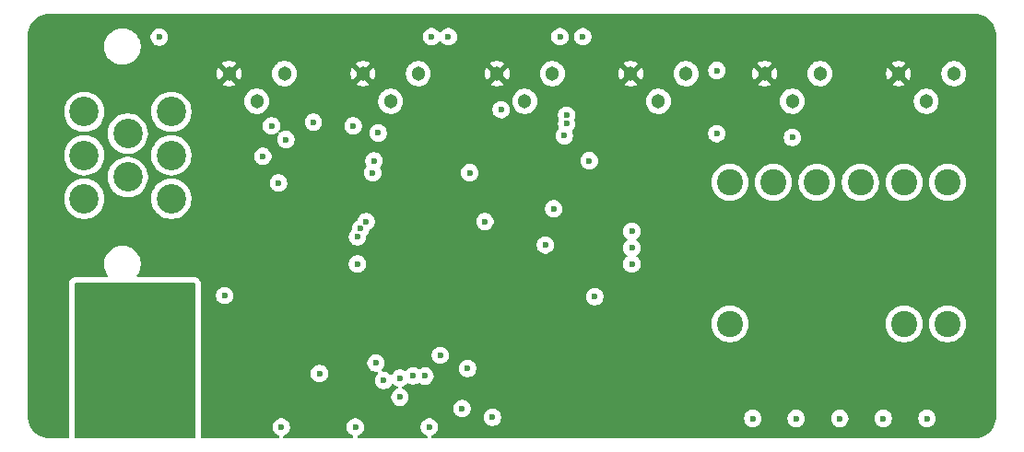
<source format=gbr>
%TF.GenerationSoftware,KiCad,Pcbnew,9.0.2*%
%TF.CreationDate,2025-06-15T01:16:02-07:00*%
%TF.ProjectId,SDM26_BSPD_1.0,53444d32-365f-4425-9350-445f312e302e,rev?*%
%TF.SameCoordinates,Original*%
%TF.FileFunction,Copper,L3,Inr*%
%TF.FilePolarity,Positive*%
%FSLAX46Y46*%
G04 Gerber Fmt 4.6, Leading zero omitted, Abs format (unit mm)*
G04 Created by KiCad (PCBNEW 9.0.2) date 2025-06-15 01:16:02*
%MOMM*%
%LPD*%
G01*
G04 APERTURE LIST*
%TA.AperFunction,ComponentPad*%
%ADD10C,2.700000*%
%TD*%
%TA.AperFunction,ComponentPad*%
%ADD11C,2.400000*%
%TD*%
%TA.AperFunction,ComponentPad*%
%ADD12C,1.303000*%
%TD*%
%TA.AperFunction,ViaPad*%
%ADD13C,0.600000*%
%TD*%
G04 APERTURE END LIST*
D10*
%TO.N,/TPS_MAIN*%
%TO.C,J1*%
X113700000Y-109500000D03*
%TO.N,BSPD KILL SIGNAL*%
X113700000Y-113500000D03*
%TO.N,/12V MASTER*%
X113700000Y-117500000D03*
%TO.N,unconnected-(J1-Pin_4-Pad4)*%
X109700000Y-111500000D03*
%TO.N,/5V PDM*%
X109700000Y-115500000D03*
%TO.N,/BSE*%
X105700000Y-109500000D03*
%TO.N,GND*%
X105700000Y-113500000D03*
%TO.N,/12V IGNITION*%
X105700000Y-117500000D03*
%TD*%
D11*
%TO.N,/HB\u002AT10_REF*%
%TO.C,RED_TP2*%
X169000000Y-116000000D03*
%TD*%
%TO.N,/TIMING_REF*%
%TO.C,RED_TP1*%
X165000000Y-116000000D03*
%TD*%
D12*
%TO.N,+5V*%
%TO.C,VR1*%
X119000000Y-106000000D03*
%TO.N,/TIMING_REF*%
X121540000Y-108540000D03*
%TO.N,GND*%
X124080000Y-106000000D03*
%TD*%
D11*
%TO.N,GND*%
%TO.C,BLACK_TP1*%
X165000000Y-129000000D03*
%TD*%
%TO.N,/TPS_MAIN*%
%TO.C,WHITE_TP2*%
X181000000Y-129000000D03*
%TD*%
%TO.N,/TPS_LOW_REF*%
%TO.C,RED_TP5*%
X181000000Y-116000000D03*
%TD*%
D12*
%TO.N,+5V*%
%TO.C,VR6*%
X180500000Y-106000000D03*
%TO.N,/BSE_LOW_REF*%
X183040000Y-108540000D03*
%TO.N,GND*%
X185580000Y-106000000D03*
%TD*%
%TO.N,+5V*%
%TO.C,VR2*%
X131300000Y-106000000D03*
%TO.N,/HB\u002AT10_REF*%
X133840000Y-108540000D03*
%TO.N,GND*%
X136380000Y-106000000D03*
%TD*%
%TO.N,+5V*%
%TO.C,VR3*%
X143620000Y-106000000D03*
%TO.N,/TPS_10\u0025_REF*%
X146160000Y-108540000D03*
%TO.N,GND*%
X148700000Y-106000000D03*
%TD*%
D11*
%TO.N,/BSE*%
%TO.C,WHITE_TP1*%
X185000000Y-129000000D03*
%TD*%
%TO.N,/BSE_LOW_REF*%
%TO.C,RED_TP6*%
X185000000Y-116000000D03*
%TD*%
D12*
%TO.N,+5V*%
%TO.C,VR4*%
X155900000Y-106000000D03*
%TO.N,/HEAVY_BRAKING_REF*%
X158440000Y-108540000D03*
%TO.N,GND*%
X160980000Y-106000000D03*
%TD*%
%TO.N,+5V*%
%TO.C,VR5*%
X168200000Y-106000000D03*
%TO.N,/TPS_LOW_REF*%
X170740000Y-108540000D03*
%TO.N,GND*%
X173280000Y-106000000D03*
%TD*%
D11*
%TO.N,/TPS_10\u0025_REF*%
%TO.C,RED_TP3*%
X173000000Y-116000000D03*
%TD*%
%TO.N,/HEAVY_BRAKING_REF*%
%TO.C,RED_TP4*%
X177000000Y-116000000D03*
%TD*%
D13*
%TO.N,/12V IGNITION*%
X135919669Y-133780331D03*
X140900000Y-133100000D03*
%TO.N,GND*%
X171100000Y-137700000D03*
X130800000Y-123500000D03*
X148825000Y-118425000D03*
X132500000Y-132600000D03*
X130600000Y-138500000D03*
X106700000Y-139100000D03*
X175100000Y-137700000D03*
X108900000Y-125700000D03*
X141100000Y-115100000D03*
X109700000Y-125700000D03*
X111300000Y-125700000D03*
X108100000Y-139100000D03*
X183100000Y-137700000D03*
X111300000Y-139100000D03*
X112100000Y-125700000D03*
X113700000Y-125700000D03*
X107400000Y-125700000D03*
X179100000Y-137700000D03*
X108900000Y-139100000D03*
X115300000Y-125700000D03*
X112900000Y-125700000D03*
X109700000Y-139100000D03*
X110500000Y-125700000D03*
X112100000Y-139100000D03*
X137400000Y-138500000D03*
X123550000Y-116050000D03*
X108100000Y-125700000D03*
X105300000Y-125700000D03*
X106700000Y-125700000D03*
X105300000Y-139100000D03*
X152600000Y-126500000D03*
X142500000Y-119600000D03*
X106000000Y-125700000D03*
X114500000Y-125700000D03*
X112600000Y-102625000D03*
X123800000Y-138500000D03*
X113700000Y-139100000D03*
X118600000Y-126400000D03*
X115300000Y-139100000D03*
X112900000Y-139100000D03*
X107400000Y-139100000D03*
X167100000Y-137700000D03*
X127300000Y-133575000D03*
X130800000Y-121000000D03*
X132200000Y-115100000D03*
X114500000Y-139100000D03*
X106000000Y-139100000D03*
X138400000Y-131900000D03*
X110500000Y-139100000D03*
%TO.N,/HB\u002AT10_FAULT*%
X124230762Y-112049999D03*
X132300000Y-114009620D03*
%TO.N,/12V MASTER*%
X137000000Y-133800000D03*
X140400000Y-136800000D03*
%TO.N,/5V PDM*%
X134700000Y-134000000D03*
X134700000Y-135750000D03*
%TO.N,+5V*%
X129475000Y-132700000D03*
X136500000Y-121700000D03*
X128600000Y-117300000D03*
X152500000Y-120800000D03*
X152200000Y-116000000D03*
X138500000Y-125575000D03*
X126700000Y-122000000D03*
X146975000Y-119800000D03*
%TO.N,/BL+TL+(HB\u002AT10)_FAULT*%
X132700000Y-111450000D03*
X122100000Y-113600000D03*
%TO.N,/TPS_MAIN*%
X137600000Y-102600000D03*
X139150000Y-102600000D03*
X151500000Y-102600000D03*
X149400000Y-102600000D03*
%TO.N,/TPS_LOW_FAULT*%
X148050000Y-121750000D03*
X156000000Y-120500000D03*
%TO.N,/TPS_10\u0025_REF*%
X150000000Y-109800000D03*
X126750000Y-110450000D03*
%TO.N,/TPS_10\u0025_FAULT*%
X131087851Y-120250000D03*
X156000000Y-123500000D03*
%TO.N,/TPS_LOW_REF*%
X170740000Y-111860000D03*
X152100000Y-114000000D03*
X149800000Y-111700000D03*
%TO.N,/HB\u002AT10_REF*%
X122900000Y-110800000D03*
X144000000Y-109300000D03*
X150000000Y-110600000D03*
%TO.N,Net-(U1-ST)*%
X133200000Y-134200000D03*
X143200000Y-137600000D03*
%TO.N,/HEAVY_BRAKING_FAULT*%
X131600000Y-119600000D03*
X156000000Y-122000000D03*
%TO.N,/HEAVY_BRAKING_REF*%
X130400000Y-110800000D03*
%TO.N,/TIMING_REF*%
X163800000Y-105700000D03*
X163800000Y-111500000D03*
%TD*%
%TA.AperFunction,Conductor*%
%TO.N,GND*%
G36*
X115843039Y-125219685D02*
G01*
X115888794Y-125272489D01*
X115900000Y-125324000D01*
X115900000Y-139375500D01*
X115880315Y-139442539D01*
X115827511Y-139488294D01*
X115776000Y-139499500D01*
X104924000Y-139499500D01*
X104856961Y-139479815D01*
X104811206Y-139427011D01*
X104800000Y-139375500D01*
X104800000Y-125324000D01*
X104819685Y-125256961D01*
X104872489Y-125211206D01*
X104924000Y-125200000D01*
X115776000Y-125200000D01*
X115843039Y-125219685D01*
G37*
%TD.AperFunction*%
%TD*%
%TA.AperFunction,Conductor*%
%TO.N,+5V*%
G36*
X187504043Y-100500765D02*
G01*
X187752895Y-100517075D01*
X187768953Y-100519190D01*
X187976105Y-100560395D01*
X188009535Y-100567045D01*
X188025202Y-100571243D01*
X188194947Y-100628863D01*
X188257481Y-100650091D01*
X188272458Y-100656294D01*
X188481799Y-100759529D01*
X188492460Y-100764787D01*
X188506508Y-100772897D01*
X188710464Y-100909177D01*
X188723328Y-100919048D01*
X188907749Y-101080781D01*
X188919218Y-101092250D01*
X189080951Y-101276671D01*
X189090825Y-101289539D01*
X189227102Y-101493492D01*
X189235212Y-101507539D01*
X189343702Y-101727534D01*
X189349909Y-101742520D01*
X189428756Y-101974797D01*
X189432954Y-101990464D01*
X189480807Y-102231035D01*
X189482925Y-102247116D01*
X189499235Y-102495956D01*
X189499500Y-102504066D01*
X189499500Y-137495933D01*
X189499235Y-137504043D01*
X189482925Y-137752883D01*
X189480807Y-137768964D01*
X189432954Y-138009535D01*
X189428756Y-138025202D01*
X189349909Y-138257479D01*
X189343702Y-138272465D01*
X189235212Y-138492460D01*
X189227102Y-138506507D01*
X189090825Y-138710460D01*
X189080951Y-138723328D01*
X188919218Y-138907749D01*
X188907749Y-138919218D01*
X188723328Y-139080951D01*
X188710460Y-139090825D01*
X188506507Y-139227102D01*
X188492460Y-139235212D01*
X188272465Y-139343702D01*
X188257479Y-139349909D01*
X188025202Y-139428756D01*
X188009535Y-139432954D01*
X187768964Y-139480807D01*
X187752883Y-139482925D01*
X187504043Y-139499235D01*
X187495933Y-139499500D01*
X137702190Y-139499500D01*
X137635151Y-139479815D01*
X137589396Y-139427011D01*
X137579452Y-139357853D01*
X137608477Y-139294297D01*
X137654738Y-139260939D01*
X137779172Y-139209397D01*
X137779172Y-139209396D01*
X137779179Y-139209394D01*
X137910289Y-139121789D01*
X138021789Y-139010289D01*
X138109394Y-138879179D01*
X138169737Y-138733497D01*
X138200500Y-138578842D01*
X138200500Y-138421158D01*
X138200500Y-138421155D01*
X138200499Y-138421153D01*
X138180734Y-138321789D01*
X138169737Y-138266503D01*
X138146452Y-138210288D01*
X138109397Y-138120827D01*
X138109390Y-138120814D01*
X138021789Y-137989711D01*
X138021786Y-137989707D01*
X137910292Y-137878213D01*
X137910288Y-137878210D01*
X137779185Y-137790609D01*
X137779172Y-137790602D01*
X137633501Y-137730264D01*
X137633489Y-137730261D01*
X137478845Y-137699500D01*
X137478842Y-137699500D01*
X137321158Y-137699500D01*
X137321155Y-137699500D01*
X137166510Y-137730261D01*
X137166498Y-137730264D01*
X137020827Y-137790602D01*
X137020814Y-137790609D01*
X136889711Y-137878210D01*
X136889707Y-137878213D01*
X136778213Y-137989707D01*
X136778210Y-137989711D01*
X136690609Y-138120814D01*
X136690602Y-138120827D01*
X136630264Y-138266498D01*
X136630261Y-138266510D01*
X136599500Y-138421153D01*
X136599500Y-138578846D01*
X136630261Y-138733489D01*
X136630264Y-138733501D01*
X136690602Y-138879172D01*
X136690609Y-138879185D01*
X136778210Y-139010288D01*
X136778213Y-139010292D01*
X136889707Y-139121786D01*
X136889711Y-139121789D01*
X137020814Y-139209390D01*
X137020827Y-139209397D01*
X137145262Y-139260939D01*
X137199666Y-139304779D01*
X137221731Y-139371074D01*
X137204452Y-139438773D01*
X137153315Y-139486384D01*
X137097810Y-139499500D01*
X130902190Y-139499500D01*
X130835151Y-139479815D01*
X130789396Y-139427011D01*
X130779452Y-139357853D01*
X130808477Y-139294297D01*
X130854738Y-139260939D01*
X130979172Y-139209397D01*
X130979172Y-139209396D01*
X130979179Y-139209394D01*
X131110289Y-139121789D01*
X131221789Y-139010289D01*
X131309394Y-138879179D01*
X131369737Y-138733497D01*
X131400500Y-138578842D01*
X131400500Y-138421158D01*
X131400500Y-138421155D01*
X131400499Y-138421153D01*
X131380734Y-138321789D01*
X131369737Y-138266503D01*
X131346452Y-138210288D01*
X131309397Y-138120827D01*
X131309390Y-138120814D01*
X131221789Y-137989711D01*
X131221786Y-137989707D01*
X131110292Y-137878213D01*
X131110288Y-137878210D01*
X130979185Y-137790609D01*
X130979172Y-137790602D01*
X130833501Y-137730264D01*
X130833489Y-137730261D01*
X130678845Y-137699500D01*
X130678842Y-137699500D01*
X130521158Y-137699500D01*
X130521155Y-137699500D01*
X130366510Y-137730261D01*
X130366498Y-137730264D01*
X130220827Y-137790602D01*
X130220814Y-137790609D01*
X130089711Y-137878210D01*
X130089707Y-137878213D01*
X129978213Y-137989707D01*
X129978210Y-137989711D01*
X129890609Y-138120814D01*
X129890602Y-138120827D01*
X129830264Y-138266498D01*
X129830261Y-138266510D01*
X129799500Y-138421153D01*
X129799500Y-138578846D01*
X129830261Y-138733489D01*
X129830264Y-138733501D01*
X129890602Y-138879172D01*
X129890609Y-138879185D01*
X129978210Y-139010288D01*
X129978213Y-139010292D01*
X130089707Y-139121786D01*
X130089711Y-139121789D01*
X130220814Y-139209390D01*
X130220827Y-139209397D01*
X130345262Y-139260939D01*
X130399666Y-139304779D01*
X130421731Y-139371074D01*
X130404452Y-139438773D01*
X130353315Y-139486384D01*
X130297810Y-139499500D01*
X124102190Y-139499500D01*
X124035151Y-139479815D01*
X123989396Y-139427011D01*
X123979452Y-139357853D01*
X124008477Y-139294297D01*
X124054738Y-139260939D01*
X124179172Y-139209397D01*
X124179172Y-139209396D01*
X124179179Y-139209394D01*
X124310289Y-139121789D01*
X124421789Y-139010289D01*
X124509394Y-138879179D01*
X124569737Y-138733497D01*
X124600500Y-138578842D01*
X124600500Y-138421158D01*
X124600500Y-138421155D01*
X124600499Y-138421153D01*
X124580734Y-138321789D01*
X124569737Y-138266503D01*
X124546452Y-138210288D01*
X124509397Y-138120827D01*
X124509390Y-138120814D01*
X124421789Y-137989711D01*
X124421786Y-137989707D01*
X124310292Y-137878213D01*
X124310288Y-137878210D01*
X124179185Y-137790609D01*
X124179172Y-137790602D01*
X124033501Y-137730264D01*
X124033489Y-137730261D01*
X123878845Y-137699500D01*
X123878842Y-137699500D01*
X123721158Y-137699500D01*
X123721155Y-137699500D01*
X123566510Y-137730261D01*
X123566498Y-137730264D01*
X123420827Y-137790602D01*
X123420814Y-137790609D01*
X123289711Y-137878210D01*
X123289707Y-137878213D01*
X123178213Y-137989707D01*
X123178210Y-137989711D01*
X123090609Y-138120814D01*
X123090602Y-138120827D01*
X123030264Y-138266498D01*
X123030261Y-138266510D01*
X122999500Y-138421153D01*
X122999500Y-138578846D01*
X123030261Y-138733489D01*
X123030264Y-138733501D01*
X123090602Y-138879172D01*
X123090609Y-138879185D01*
X123178210Y-139010288D01*
X123178213Y-139010292D01*
X123289707Y-139121786D01*
X123289711Y-139121789D01*
X123420814Y-139209390D01*
X123420827Y-139209397D01*
X123545262Y-139260939D01*
X123599666Y-139304779D01*
X123621731Y-139371074D01*
X123604452Y-139438773D01*
X123553315Y-139486384D01*
X123497810Y-139499500D01*
X116529500Y-139499500D01*
X116462461Y-139479815D01*
X116416706Y-139427011D01*
X116405500Y-139375500D01*
X116405500Y-136721153D01*
X139599500Y-136721153D01*
X139599500Y-136878846D01*
X139630261Y-137033489D01*
X139630264Y-137033501D01*
X139690602Y-137179172D01*
X139690609Y-137179185D01*
X139778210Y-137310288D01*
X139778213Y-137310292D01*
X139889707Y-137421786D01*
X139889711Y-137421789D01*
X140020814Y-137509390D01*
X140020827Y-137509397D01*
X140166498Y-137569735D01*
X140166503Y-137569737D01*
X140321153Y-137600499D01*
X140321156Y-137600500D01*
X140321158Y-137600500D01*
X140478844Y-137600500D01*
X140478845Y-137600499D01*
X140633497Y-137569737D01*
X140750790Y-137521153D01*
X142399500Y-137521153D01*
X142399500Y-137678846D01*
X142430261Y-137833489D01*
X142430264Y-137833501D01*
X142490602Y-137979172D01*
X142490609Y-137979185D01*
X142578210Y-138110288D01*
X142578213Y-138110292D01*
X142689707Y-138221786D01*
X142689711Y-138221789D01*
X142820814Y-138309390D01*
X142820827Y-138309397D01*
X142966498Y-138369735D01*
X142966503Y-138369737D01*
X143121153Y-138400499D01*
X143121156Y-138400500D01*
X143121158Y-138400500D01*
X143278844Y-138400500D01*
X143278845Y-138400499D01*
X143433497Y-138369737D01*
X143579179Y-138309394D01*
X143710289Y-138221789D01*
X143821789Y-138110289D01*
X143909394Y-137979179D01*
X143969737Y-137833497D01*
X144000500Y-137678842D01*
X144000500Y-137621153D01*
X166299500Y-137621153D01*
X166299500Y-137778846D01*
X166330261Y-137933489D01*
X166330264Y-137933501D01*
X166390602Y-138079172D01*
X166390609Y-138079185D01*
X166478210Y-138210288D01*
X166478213Y-138210292D01*
X166589707Y-138321786D01*
X166589711Y-138321789D01*
X166720814Y-138409390D01*
X166720827Y-138409397D01*
X166866498Y-138469735D01*
X166866503Y-138469737D01*
X167017388Y-138499750D01*
X167021153Y-138500499D01*
X167021156Y-138500500D01*
X167021158Y-138500500D01*
X167178844Y-138500500D01*
X167178845Y-138500499D01*
X167333497Y-138469737D01*
X167479179Y-138409394D01*
X167610289Y-138321789D01*
X167721789Y-138210289D01*
X167809394Y-138079179D01*
X167869737Y-137933497D01*
X167900500Y-137778842D01*
X167900500Y-137621158D01*
X167900500Y-137621155D01*
X167900499Y-137621153D01*
X170299500Y-137621153D01*
X170299500Y-137778846D01*
X170330261Y-137933489D01*
X170330264Y-137933501D01*
X170390602Y-138079172D01*
X170390609Y-138079185D01*
X170478210Y-138210288D01*
X170478213Y-138210292D01*
X170589707Y-138321786D01*
X170589711Y-138321789D01*
X170720814Y-138409390D01*
X170720827Y-138409397D01*
X170866498Y-138469735D01*
X170866503Y-138469737D01*
X171017388Y-138499750D01*
X171021153Y-138500499D01*
X171021156Y-138500500D01*
X171021158Y-138500500D01*
X171178844Y-138500500D01*
X171178845Y-138500499D01*
X171333497Y-138469737D01*
X171479179Y-138409394D01*
X171610289Y-138321789D01*
X171721789Y-138210289D01*
X171809394Y-138079179D01*
X171869737Y-137933497D01*
X171900500Y-137778842D01*
X171900500Y-137621158D01*
X171900500Y-137621155D01*
X171900499Y-137621153D01*
X174299500Y-137621153D01*
X174299500Y-137778846D01*
X174330261Y-137933489D01*
X174330264Y-137933501D01*
X174390602Y-138079172D01*
X174390609Y-138079185D01*
X174478210Y-138210288D01*
X174478213Y-138210292D01*
X174589707Y-138321786D01*
X174589711Y-138321789D01*
X174720814Y-138409390D01*
X174720827Y-138409397D01*
X174866498Y-138469735D01*
X174866503Y-138469737D01*
X175017388Y-138499750D01*
X175021153Y-138500499D01*
X175021156Y-138500500D01*
X175021158Y-138500500D01*
X175178844Y-138500500D01*
X175178845Y-138500499D01*
X175333497Y-138469737D01*
X175479179Y-138409394D01*
X175610289Y-138321789D01*
X175721789Y-138210289D01*
X175809394Y-138079179D01*
X175869737Y-137933497D01*
X175900500Y-137778842D01*
X175900500Y-137621158D01*
X175900500Y-137621155D01*
X175900499Y-137621153D01*
X178299500Y-137621153D01*
X178299500Y-137778846D01*
X178330261Y-137933489D01*
X178330264Y-137933501D01*
X178390602Y-138079172D01*
X178390609Y-138079185D01*
X178478210Y-138210288D01*
X178478213Y-138210292D01*
X178589707Y-138321786D01*
X178589711Y-138321789D01*
X178720814Y-138409390D01*
X178720827Y-138409397D01*
X178866498Y-138469735D01*
X178866503Y-138469737D01*
X179017388Y-138499750D01*
X179021153Y-138500499D01*
X179021156Y-138500500D01*
X179021158Y-138500500D01*
X179178844Y-138500500D01*
X179178845Y-138500499D01*
X179333497Y-138469737D01*
X179479179Y-138409394D01*
X179610289Y-138321789D01*
X179721789Y-138210289D01*
X179809394Y-138079179D01*
X179869737Y-137933497D01*
X179900500Y-137778842D01*
X179900500Y-137621158D01*
X179900500Y-137621155D01*
X179900499Y-137621153D01*
X182299500Y-137621153D01*
X182299500Y-137778846D01*
X182330261Y-137933489D01*
X182330264Y-137933501D01*
X182390602Y-138079172D01*
X182390609Y-138079185D01*
X182478210Y-138210288D01*
X182478213Y-138210292D01*
X182589707Y-138321786D01*
X182589711Y-138321789D01*
X182720814Y-138409390D01*
X182720827Y-138409397D01*
X182866498Y-138469735D01*
X182866503Y-138469737D01*
X183017388Y-138499750D01*
X183021153Y-138500499D01*
X183021156Y-138500500D01*
X183021158Y-138500500D01*
X183178844Y-138500500D01*
X183178845Y-138500499D01*
X183333497Y-138469737D01*
X183479179Y-138409394D01*
X183610289Y-138321789D01*
X183721789Y-138210289D01*
X183809394Y-138079179D01*
X183869737Y-137933497D01*
X183900500Y-137778842D01*
X183900500Y-137621158D01*
X183900500Y-137621155D01*
X183900499Y-137621153D01*
X183890271Y-137569735D01*
X183869737Y-137466503D01*
X183828314Y-137366498D01*
X183809397Y-137320827D01*
X183809390Y-137320814D01*
X183721789Y-137189711D01*
X183721786Y-137189707D01*
X183610292Y-137078213D01*
X183610288Y-137078210D01*
X183479185Y-136990609D01*
X183479172Y-136990602D01*
X183333501Y-136930264D01*
X183333489Y-136930261D01*
X183178845Y-136899500D01*
X183178842Y-136899500D01*
X183021158Y-136899500D01*
X183021155Y-136899500D01*
X182866510Y-136930261D01*
X182866498Y-136930264D01*
X182720827Y-136990602D01*
X182720814Y-136990609D01*
X182589711Y-137078210D01*
X182589707Y-137078213D01*
X182478213Y-137189707D01*
X182478210Y-137189711D01*
X182390609Y-137320814D01*
X182390602Y-137320827D01*
X182330264Y-137466498D01*
X182330261Y-137466510D01*
X182299500Y-137621153D01*
X179900499Y-137621153D01*
X179890271Y-137569735D01*
X179869737Y-137466503D01*
X179828314Y-137366498D01*
X179809397Y-137320827D01*
X179809390Y-137320814D01*
X179721789Y-137189711D01*
X179721786Y-137189707D01*
X179610292Y-137078213D01*
X179610288Y-137078210D01*
X179479185Y-136990609D01*
X179479172Y-136990602D01*
X179333501Y-136930264D01*
X179333489Y-136930261D01*
X179178845Y-136899500D01*
X179178842Y-136899500D01*
X179021158Y-136899500D01*
X179021155Y-136899500D01*
X178866510Y-136930261D01*
X178866498Y-136930264D01*
X178720827Y-136990602D01*
X178720814Y-136990609D01*
X178589711Y-137078210D01*
X178589707Y-137078213D01*
X178478213Y-137189707D01*
X178478210Y-137189711D01*
X178390609Y-137320814D01*
X178390602Y-137320827D01*
X178330264Y-137466498D01*
X178330261Y-137466510D01*
X178299500Y-137621153D01*
X175900499Y-137621153D01*
X175890271Y-137569735D01*
X175869737Y-137466503D01*
X175828314Y-137366498D01*
X175809397Y-137320827D01*
X175809390Y-137320814D01*
X175721789Y-137189711D01*
X175721786Y-137189707D01*
X175610292Y-137078213D01*
X175610288Y-137078210D01*
X175479185Y-136990609D01*
X175479172Y-136990602D01*
X175333501Y-136930264D01*
X175333489Y-136930261D01*
X175178845Y-136899500D01*
X175178842Y-136899500D01*
X175021158Y-136899500D01*
X175021155Y-136899500D01*
X174866510Y-136930261D01*
X174866498Y-136930264D01*
X174720827Y-136990602D01*
X174720814Y-136990609D01*
X174589711Y-137078210D01*
X174589707Y-137078213D01*
X174478213Y-137189707D01*
X174478210Y-137189711D01*
X174390609Y-137320814D01*
X174390602Y-137320827D01*
X174330264Y-137466498D01*
X174330261Y-137466510D01*
X174299500Y-137621153D01*
X171900499Y-137621153D01*
X171890271Y-137569735D01*
X171869737Y-137466503D01*
X171828314Y-137366498D01*
X171809397Y-137320827D01*
X171809390Y-137320814D01*
X171721789Y-137189711D01*
X171721786Y-137189707D01*
X171610292Y-137078213D01*
X171610288Y-137078210D01*
X171479185Y-136990609D01*
X171479172Y-136990602D01*
X171333501Y-136930264D01*
X171333489Y-136930261D01*
X171178845Y-136899500D01*
X171178842Y-136899500D01*
X171021158Y-136899500D01*
X171021155Y-136899500D01*
X170866510Y-136930261D01*
X170866498Y-136930264D01*
X170720827Y-136990602D01*
X170720814Y-136990609D01*
X170589711Y-137078210D01*
X170589707Y-137078213D01*
X170478213Y-137189707D01*
X170478210Y-137189711D01*
X170390609Y-137320814D01*
X170390602Y-137320827D01*
X170330264Y-137466498D01*
X170330261Y-137466510D01*
X170299500Y-137621153D01*
X167900499Y-137621153D01*
X167890271Y-137569735D01*
X167869737Y-137466503D01*
X167828314Y-137366498D01*
X167809397Y-137320827D01*
X167809390Y-137320814D01*
X167721789Y-137189711D01*
X167721786Y-137189707D01*
X167610292Y-137078213D01*
X167610288Y-137078210D01*
X167479185Y-136990609D01*
X167479172Y-136990602D01*
X167333501Y-136930264D01*
X167333489Y-136930261D01*
X167178845Y-136899500D01*
X167178842Y-136899500D01*
X167021158Y-136899500D01*
X167021155Y-136899500D01*
X166866510Y-136930261D01*
X166866498Y-136930264D01*
X166720827Y-136990602D01*
X166720814Y-136990609D01*
X166589711Y-137078210D01*
X166589707Y-137078213D01*
X166478213Y-137189707D01*
X166478210Y-137189711D01*
X166390609Y-137320814D01*
X166390602Y-137320827D01*
X166330264Y-137466498D01*
X166330261Y-137466510D01*
X166299500Y-137621153D01*
X144000500Y-137621153D01*
X144000500Y-137521158D01*
X144000500Y-137521155D01*
X144000499Y-137521153D01*
X143989627Y-137466498D01*
X143969737Y-137366503D01*
X143946452Y-137310288D01*
X143909397Y-137220827D01*
X143909390Y-137220814D01*
X143821789Y-137089711D01*
X143821786Y-137089707D01*
X143710292Y-136978213D01*
X143710288Y-136978210D01*
X143579185Y-136890609D01*
X143579172Y-136890602D01*
X143433501Y-136830264D01*
X143433489Y-136830261D01*
X143278845Y-136799500D01*
X143278842Y-136799500D01*
X143121158Y-136799500D01*
X143121155Y-136799500D01*
X142966510Y-136830261D01*
X142966498Y-136830264D01*
X142820827Y-136890602D01*
X142820814Y-136890609D01*
X142689711Y-136978210D01*
X142689707Y-136978213D01*
X142578213Y-137089707D01*
X142578210Y-137089711D01*
X142490609Y-137220814D01*
X142490602Y-137220827D01*
X142430264Y-137366498D01*
X142430261Y-137366510D01*
X142399500Y-137521153D01*
X140750790Y-137521153D01*
X140779179Y-137509394D01*
X140910289Y-137421789D01*
X141021789Y-137310289D01*
X141109394Y-137179179D01*
X141169737Y-137033497D01*
X141200500Y-136878842D01*
X141200500Y-136721158D01*
X141200500Y-136721155D01*
X141200499Y-136721153D01*
X141169738Y-136566510D01*
X141169737Y-136566503D01*
X141169735Y-136566498D01*
X141109397Y-136420827D01*
X141109390Y-136420814D01*
X141021789Y-136289711D01*
X141021786Y-136289707D01*
X140910292Y-136178213D01*
X140910288Y-136178210D01*
X140779185Y-136090609D01*
X140779172Y-136090602D01*
X140633501Y-136030264D01*
X140633489Y-136030261D01*
X140478845Y-135999500D01*
X140478842Y-135999500D01*
X140321158Y-135999500D01*
X140321155Y-135999500D01*
X140166510Y-136030261D01*
X140166498Y-136030264D01*
X140020827Y-136090602D01*
X140020814Y-136090609D01*
X139889711Y-136178210D01*
X139889707Y-136178213D01*
X139778213Y-136289707D01*
X139778210Y-136289711D01*
X139690609Y-136420814D01*
X139690602Y-136420827D01*
X139630264Y-136566498D01*
X139630261Y-136566510D01*
X139599500Y-136721153D01*
X116405500Y-136721153D01*
X116405500Y-133496153D01*
X126499500Y-133496153D01*
X126499500Y-133653846D01*
X126530261Y-133808489D01*
X126530264Y-133808501D01*
X126590602Y-133954172D01*
X126590609Y-133954185D01*
X126678210Y-134085288D01*
X126678213Y-134085292D01*
X126789707Y-134196786D01*
X126789711Y-134196789D01*
X126920814Y-134284390D01*
X126920827Y-134284397D01*
X127066498Y-134344735D01*
X127066503Y-134344737D01*
X127221153Y-134375499D01*
X127221156Y-134375500D01*
X127221158Y-134375500D01*
X127378844Y-134375500D01*
X127378845Y-134375499D01*
X127533497Y-134344737D01*
X127679179Y-134284394D01*
X127810289Y-134196789D01*
X127921789Y-134085289D01*
X128009394Y-133954179D01*
X128069737Y-133808497D01*
X128100500Y-133653842D01*
X128100500Y-133496158D01*
X128100500Y-133496155D01*
X128100499Y-133496153D01*
X128087393Y-133430264D01*
X128069737Y-133341503D01*
X128067331Y-133335694D01*
X128009397Y-133195827D01*
X128009390Y-133195814D01*
X127921789Y-133064711D01*
X127921786Y-133064707D01*
X127810292Y-132953213D01*
X127810288Y-132953210D01*
X127679185Y-132865609D01*
X127679172Y-132865602D01*
X127533501Y-132805264D01*
X127533489Y-132805261D01*
X127378845Y-132774500D01*
X127378842Y-132774500D01*
X127221158Y-132774500D01*
X127221155Y-132774500D01*
X127066510Y-132805261D01*
X127066498Y-132805264D01*
X126920827Y-132865602D01*
X126920814Y-132865609D01*
X126789711Y-132953210D01*
X126789707Y-132953213D01*
X126678213Y-133064707D01*
X126678210Y-133064711D01*
X126590609Y-133195814D01*
X126590602Y-133195827D01*
X126530264Y-133341498D01*
X126530261Y-133341510D01*
X126499500Y-133496153D01*
X116405500Y-133496153D01*
X116405500Y-132521153D01*
X131699500Y-132521153D01*
X131699500Y-132678846D01*
X131730261Y-132833489D01*
X131730264Y-132833501D01*
X131790602Y-132979172D01*
X131790609Y-132979185D01*
X131878210Y-133110288D01*
X131878213Y-133110292D01*
X131989707Y-133221786D01*
X131989711Y-133221789D01*
X132120814Y-133309390D01*
X132120827Y-133309397D01*
X132198356Y-133341510D01*
X132266503Y-133369737D01*
X132416131Y-133399500D01*
X132421153Y-133400499D01*
X132421156Y-133400500D01*
X132568059Y-133400500D01*
X132635098Y-133420185D01*
X132680853Y-133472989D01*
X132690797Y-133542147D01*
X132661772Y-133605703D01*
X132655740Y-133612181D01*
X132578213Y-133689707D01*
X132578210Y-133689711D01*
X132490609Y-133820814D01*
X132490602Y-133820827D01*
X132430264Y-133966498D01*
X132430261Y-133966510D01*
X132399500Y-134121153D01*
X132399500Y-134278846D01*
X132430261Y-134433489D01*
X132430264Y-134433501D01*
X132490602Y-134579172D01*
X132490609Y-134579185D01*
X132578210Y-134710288D01*
X132578213Y-134710292D01*
X132689707Y-134821786D01*
X132689711Y-134821789D01*
X132820814Y-134909390D01*
X132820827Y-134909397D01*
X132917646Y-134949500D01*
X132966503Y-134969737D01*
X133121153Y-135000499D01*
X133121156Y-135000500D01*
X133121158Y-135000500D01*
X133278844Y-135000500D01*
X133278845Y-135000499D01*
X133433497Y-134969737D01*
X133579179Y-134909394D01*
X133710289Y-134821789D01*
X133821789Y-134710289D01*
X133909394Y-134579179D01*
X133909396Y-134579172D01*
X133912264Y-134573809D01*
X133914213Y-134574851D01*
X133951796Y-134528174D01*
X134018081Y-134506081D01*
X134085787Y-134523331D01*
X134110240Y-134542319D01*
X134189707Y-134621786D01*
X134189711Y-134621789D01*
X134320814Y-134709390D01*
X134320827Y-134709397D01*
X134444054Y-134760439D01*
X134498458Y-134804280D01*
X134520523Y-134870574D01*
X134503244Y-134938273D01*
X134452107Y-134985884D01*
X134444054Y-134989561D01*
X134320827Y-135040602D01*
X134320814Y-135040609D01*
X134189711Y-135128210D01*
X134189707Y-135128213D01*
X134078213Y-135239707D01*
X134078210Y-135239711D01*
X133990609Y-135370814D01*
X133990602Y-135370827D01*
X133930264Y-135516498D01*
X133930261Y-135516510D01*
X133899500Y-135671153D01*
X133899500Y-135828846D01*
X133930261Y-135983489D01*
X133930264Y-135983501D01*
X133990602Y-136129172D01*
X133990609Y-136129185D01*
X134078210Y-136260288D01*
X134078213Y-136260292D01*
X134189707Y-136371786D01*
X134189711Y-136371789D01*
X134320814Y-136459390D01*
X134320827Y-136459397D01*
X134466498Y-136519735D01*
X134466503Y-136519737D01*
X134621153Y-136550499D01*
X134621156Y-136550500D01*
X134621158Y-136550500D01*
X134778844Y-136550500D01*
X134778845Y-136550499D01*
X134933497Y-136519737D01*
X135079179Y-136459394D01*
X135210289Y-136371789D01*
X135321789Y-136260289D01*
X135409394Y-136129179D01*
X135469737Y-135983497D01*
X135500500Y-135828842D01*
X135500500Y-135671158D01*
X135500500Y-135671155D01*
X135500499Y-135671153D01*
X135469738Y-135516510D01*
X135469737Y-135516503D01*
X135469735Y-135516498D01*
X135409397Y-135370827D01*
X135409390Y-135370814D01*
X135321789Y-135239711D01*
X135321786Y-135239707D01*
X135210292Y-135128213D01*
X135210288Y-135128210D01*
X135079185Y-135040609D01*
X135079172Y-135040602D01*
X134955945Y-134989561D01*
X134901541Y-134945721D01*
X134879476Y-134879427D01*
X134896755Y-134811727D01*
X134947892Y-134764116D01*
X134955945Y-134760439D01*
X135079172Y-134709397D01*
X135079172Y-134709396D01*
X135079179Y-134709394D01*
X135210289Y-134621789D01*
X135321789Y-134510289D01*
X135329901Y-134498148D01*
X135383510Y-134453344D01*
X135452835Y-134444634D01*
X135501892Y-134463935D01*
X135540490Y-134489725D01*
X135540492Y-134489726D01*
X135540496Y-134489728D01*
X135667464Y-134542319D01*
X135686172Y-134550068D01*
X135810764Y-134574851D01*
X135840822Y-134580830D01*
X135840825Y-134580831D01*
X135840827Y-134580831D01*
X135998513Y-134580831D01*
X135998514Y-134580830D01*
X136153166Y-134550068D01*
X136298848Y-134489725D01*
X136376226Y-134438022D01*
X136442902Y-134417145D01*
X136510282Y-134435629D01*
X136514003Y-134438020D01*
X136620821Y-134509394D01*
X136620823Y-134509395D01*
X136620827Y-134509397D01*
X136766498Y-134569735D01*
X136766503Y-134569737D01*
X136921153Y-134600499D01*
X136921156Y-134600500D01*
X136921158Y-134600500D01*
X137078844Y-134600500D01*
X137078845Y-134600499D01*
X137233497Y-134569737D01*
X137379179Y-134509394D01*
X137510289Y-134421789D01*
X137621789Y-134310289D01*
X137709394Y-134179179D01*
X137769737Y-134033497D01*
X137800500Y-133878842D01*
X137800500Y-133721158D01*
X137800500Y-133721155D01*
X137800499Y-133721153D01*
X137794244Y-133689707D01*
X137769737Y-133566503D01*
X137769735Y-133566498D01*
X137709397Y-133420827D01*
X137709390Y-133420814D01*
X137621789Y-133289711D01*
X137621786Y-133289707D01*
X137510292Y-133178213D01*
X137510288Y-133178210D01*
X137420429Y-133118168D01*
X137379185Y-133090609D01*
X137379172Y-133090602D01*
X137233501Y-133030264D01*
X137233489Y-133030261D01*
X137187701Y-133021153D01*
X140099500Y-133021153D01*
X140099500Y-133178846D01*
X140130261Y-133333489D01*
X140130264Y-133333501D01*
X140190602Y-133479172D01*
X140190609Y-133479185D01*
X140278210Y-133610288D01*
X140278213Y-133610292D01*
X140389707Y-133721786D01*
X140389711Y-133721789D01*
X140520814Y-133809390D01*
X140520827Y-133809397D01*
X140666498Y-133869735D01*
X140666503Y-133869737D01*
X140821153Y-133900499D01*
X140821156Y-133900500D01*
X140821158Y-133900500D01*
X140978844Y-133900500D01*
X140978845Y-133900499D01*
X141133497Y-133869737D01*
X141251592Y-133820821D01*
X141279172Y-133809397D01*
X141279172Y-133809396D01*
X141279179Y-133809394D01*
X141410289Y-133721789D01*
X141521789Y-133610289D01*
X141609394Y-133479179D01*
X141669737Y-133333497D01*
X141700500Y-133178842D01*
X141700500Y-133021158D01*
X141700500Y-133021155D01*
X141700499Y-133021153D01*
X141669738Y-132866510D01*
X141669737Y-132866503D01*
X141669367Y-132865609D01*
X141609397Y-132720827D01*
X141609390Y-132720814D01*
X141521789Y-132589711D01*
X141521786Y-132589707D01*
X141410292Y-132478213D01*
X141410288Y-132478210D01*
X141279185Y-132390609D01*
X141279172Y-132390602D01*
X141133501Y-132330264D01*
X141133489Y-132330261D01*
X140978845Y-132299500D01*
X140978842Y-132299500D01*
X140821158Y-132299500D01*
X140821155Y-132299500D01*
X140666510Y-132330261D01*
X140666498Y-132330264D01*
X140520827Y-132390602D01*
X140520814Y-132390609D01*
X140389711Y-132478210D01*
X140389707Y-132478213D01*
X140278213Y-132589707D01*
X140278210Y-132589711D01*
X140190609Y-132720814D01*
X140190602Y-132720827D01*
X140130264Y-132866498D01*
X140130261Y-132866510D01*
X140099500Y-133021153D01*
X137187701Y-133021153D01*
X137078845Y-132999500D01*
X137078842Y-132999500D01*
X136921158Y-132999500D01*
X136921155Y-132999500D01*
X136766510Y-133030261D01*
X136766498Y-133030264D01*
X136620827Y-133090602D01*
X136620816Y-133090608D01*
X136543442Y-133142308D01*
X136476765Y-133163185D01*
X136409385Y-133144700D01*
X136405661Y-133142307D01*
X136298854Y-133070940D01*
X136298841Y-133070933D01*
X136153170Y-133010595D01*
X136153158Y-133010592D01*
X135998514Y-132979831D01*
X135998511Y-132979831D01*
X135840827Y-132979831D01*
X135840824Y-132979831D01*
X135686179Y-133010592D01*
X135686167Y-133010595D01*
X135540496Y-133070933D01*
X135540483Y-133070940D01*
X135409380Y-133158541D01*
X135409376Y-133158544D01*
X135297881Y-133270039D01*
X135289765Y-133282186D01*
X135236150Y-133326989D01*
X135166825Y-133335694D01*
X135117775Y-133316394D01*
X135079183Y-133290608D01*
X135079172Y-133290602D01*
X134933501Y-133230264D01*
X134933489Y-133230261D01*
X134778845Y-133199500D01*
X134778842Y-133199500D01*
X134621158Y-133199500D01*
X134621155Y-133199500D01*
X134466510Y-133230261D01*
X134466498Y-133230264D01*
X134320827Y-133290602D01*
X134320814Y-133290609D01*
X134189711Y-133378210D01*
X134189707Y-133378213D01*
X134078213Y-133489707D01*
X134078210Y-133489711D01*
X133990609Y-133620814D01*
X133987736Y-133626191D01*
X133985797Y-133625154D01*
X133948149Y-133671863D01*
X133881852Y-133693920D01*
X133814155Y-133676634D01*
X133789759Y-133657680D01*
X133710292Y-133578213D01*
X133710288Y-133578210D01*
X133579185Y-133490609D01*
X133579172Y-133490602D01*
X133433501Y-133430264D01*
X133433489Y-133430261D01*
X133278845Y-133399500D01*
X133278842Y-133399500D01*
X133131941Y-133399500D01*
X133064902Y-133379815D01*
X133019147Y-133327011D01*
X133009203Y-133257853D01*
X133038228Y-133194297D01*
X133044260Y-133187819D01*
X133121786Y-133110292D01*
X133121789Y-133110289D01*
X133209394Y-132979179D01*
X133269737Y-132833497D01*
X133300500Y-132678842D01*
X133300500Y-132521158D01*
X133300500Y-132521155D01*
X133300499Y-132521153D01*
X133278447Y-132410292D01*
X133269737Y-132366503D01*
X133269735Y-132366498D01*
X133209397Y-132220827D01*
X133209390Y-132220814D01*
X133121789Y-132089711D01*
X133121786Y-132089707D01*
X133010292Y-131978213D01*
X133010288Y-131978210D01*
X132920429Y-131918168D01*
X132879185Y-131890609D01*
X132879172Y-131890602D01*
X132733501Y-131830264D01*
X132733489Y-131830261D01*
X132687701Y-131821153D01*
X137599500Y-131821153D01*
X137599500Y-131978846D01*
X137630261Y-132133489D01*
X137630264Y-132133501D01*
X137690602Y-132279172D01*
X137690609Y-132279185D01*
X137778210Y-132410288D01*
X137778213Y-132410292D01*
X137889707Y-132521786D01*
X137889711Y-132521789D01*
X138020814Y-132609390D01*
X138020827Y-132609397D01*
X138166498Y-132669735D01*
X138166503Y-132669737D01*
X138321153Y-132700499D01*
X138321156Y-132700500D01*
X138321158Y-132700500D01*
X138478844Y-132700500D01*
X138478845Y-132700499D01*
X138633497Y-132669737D01*
X138779179Y-132609394D01*
X138910289Y-132521789D01*
X139021789Y-132410289D01*
X139109394Y-132279179D01*
X139169737Y-132133497D01*
X139200500Y-131978842D01*
X139200500Y-131821158D01*
X139200500Y-131821155D01*
X139200499Y-131821153D01*
X139169738Y-131666510D01*
X139169737Y-131666503D01*
X139169735Y-131666498D01*
X139109397Y-131520827D01*
X139109390Y-131520814D01*
X139021789Y-131389711D01*
X139021786Y-131389707D01*
X138910292Y-131278213D01*
X138910288Y-131278210D01*
X138779185Y-131190609D01*
X138779172Y-131190602D01*
X138633501Y-131130264D01*
X138633489Y-131130261D01*
X138478845Y-131099500D01*
X138478842Y-131099500D01*
X138321158Y-131099500D01*
X138321155Y-131099500D01*
X138166510Y-131130261D01*
X138166498Y-131130264D01*
X138020827Y-131190602D01*
X138020814Y-131190609D01*
X137889711Y-131278210D01*
X137889707Y-131278213D01*
X137778213Y-131389707D01*
X137778210Y-131389711D01*
X137690609Y-131520814D01*
X137690602Y-131520827D01*
X137630264Y-131666498D01*
X137630261Y-131666510D01*
X137599500Y-131821153D01*
X132687701Y-131821153D01*
X132578845Y-131799500D01*
X132578842Y-131799500D01*
X132421158Y-131799500D01*
X132421155Y-131799500D01*
X132266510Y-131830261D01*
X132266498Y-131830264D01*
X132120827Y-131890602D01*
X132120814Y-131890609D01*
X131989711Y-131978210D01*
X131989707Y-131978213D01*
X131878213Y-132089707D01*
X131878210Y-132089711D01*
X131790609Y-132220814D01*
X131790602Y-132220827D01*
X131730264Y-132366498D01*
X131730261Y-132366510D01*
X131699500Y-132521153D01*
X116405500Y-132521153D01*
X116405500Y-128888549D01*
X163299500Y-128888549D01*
X163299500Y-129111450D01*
X163299501Y-129111466D01*
X163328594Y-129332452D01*
X163328595Y-129332457D01*
X163328596Y-129332463D01*
X163328597Y-129332465D01*
X163386290Y-129547780D01*
X163386293Y-129547790D01*
X163471593Y-129753722D01*
X163471595Y-129753726D01*
X163583052Y-129946774D01*
X163583057Y-129946780D01*
X163583058Y-129946782D01*
X163718751Y-130123622D01*
X163718757Y-130123629D01*
X163876370Y-130281242D01*
X163876376Y-130281247D01*
X164053226Y-130416948D01*
X164246274Y-130528405D01*
X164452219Y-130613710D01*
X164667537Y-130671404D01*
X164888543Y-130700500D01*
X164888550Y-130700500D01*
X165111450Y-130700500D01*
X165111457Y-130700500D01*
X165332463Y-130671404D01*
X165547781Y-130613710D01*
X165753726Y-130528405D01*
X165946774Y-130416948D01*
X166123624Y-130281247D01*
X166281247Y-130123624D01*
X166416948Y-129946774D01*
X166528405Y-129753726D01*
X166613710Y-129547781D01*
X166671404Y-129332463D01*
X166700500Y-129111457D01*
X166700500Y-128888549D01*
X179299500Y-128888549D01*
X179299500Y-129111450D01*
X179299501Y-129111466D01*
X179328594Y-129332452D01*
X179328595Y-129332457D01*
X179328596Y-129332463D01*
X179328597Y-129332465D01*
X179386290Y-129547780D01*
X179386293Y-129547790D01*
X179471593Y-129753722D01*
X179471595Y-129753726D01*
X179583052Y-129946774D01*
X179583057Y-129946780D01*
X179583058Y-129946782D01*
X179718751Y-130123622D01*
X179718757Y-130123629D01*
X179876370Y-130281242D01*
X179876376Y-130281247D01*
X180053226Y-130416948D01*
X180246274Y-130528405D01*
X180452219Y-130613710D01*
X180667537Y-130671404D01*
X180888543Y-130700500D01*
X180888550Y-130700500D01*
X181111450Y-130700500D01*
X181111457Y-130700500D01*
X181332463Y-130671404D01*
X181547781Y-130613710D01*
X181753726Y-130528405D01*
X181946774Y-130416948D01*
X182123624Y-130281247D01*
X182281247Y-130123624D01*
X182416948Y-129946774D01*
X182528405Y-129753726D01*
X182613710Y-129547781D01*
X182671404Y-129332463D01*
X182700500Y-129111457D01*
X182700500Y-128888549D01*
X183299500Y-128888549D01*
X183299500Y-129111450D01*
X183299501Y-129111466D01*
X183328594Y-129332452D01*
X183328595Y-129332457D01*
X183328596Y-129332463D01*
X183328597Y-129332465D01*
X183386290Y-129547780D01*
X183386293Y-129547790D01*
X183471593Y-129753722D01*
X183471595Y-129753726D01*
X183583052Y-129946774D01*
X183583057Y-129946780D01*
X183583058Y-129946782D01*
X183718751Y-130123622D01*
X183718757Y-130123629D01*
X183876370Y-130281242D01*
X183876376Y-130281247D01*
X184053226Y-130416948D01*
X184246274Y-130528405D01*
X184452219Y-130613710D01*
X184667537Y-130671404D01*
X184888543Y-130700500D01*
X184888550Y-130700500D01*
X185111450Y-130700500D01*
X185111457Y-130700500D01*
X185332463Y-130671404D01*
X185547781Y-130613710D01*
X185753726Y-130528405D01*
X185946774Y-130416948D01*
X186123624Y-130281247D01*
X186281247Y-130123624D01*
X186416948Y-129946774D01*
X186528405Y-129753726D01*
X186613710Y-129547781D01*
X186671404Y-129332463D01*
X186700500Y-129111457D01*
X186700500Y-128888543D01*
X186671404Y-128667537D01*
X186613710Y-128452219D01*
X186528405Y-128246274D01*
X186416948Y-128053226D01*
X186281247Y-127876376D01*
X186281242Y-127876370D01*
X186123629Y-127718757D01*
X186123622Y-127718751D01*
X185946782Y-127583058D01*
X185946780Y-127583057D01*
X185946774Y-127583052D01*
X185753726Y-127471595D01*
X185753722Y-127471593D01*
X185547790Y-127386293D01*
X185547783Y-127386291D01*
X185547781Y-127386290D01*
X185332463Y-127328596D01*
X185332457Y-127328595D01*
X185332452Y-127328594D01*
X185111466Y-127299501D01*
X185111463Y-127299500D01*
X185111457Y-127299500D01*
X184888543Y-127299500D01*
X184888537Y-127299500D01*
X184888533Y-127299501D01*
X184667547Y-127328594D01*
X184667540Y-127328595D01*
X184667537Y-127328596D01*
X184452219Y-127386290D01*
X184452209Y-127386293D01*
X184246277Y-127471593D01*
X184246273Y-127471595D01*
X184053226Y-127583052D01*
X184053217Y-127583058D01*
X183876377Y-127718751D01*
X183876370Y-127718757D01*
X183718757Y-127876370D01*
X183718751Y-127876377D01*
X183583058Y-128053217D01*
X183583052Y-128053226D01*
X183471595Y-128246273D01*
X183471593Y-128246277D01*
X183386293Y-128452209D01*
X183386290Y-128452219D01*
X183328597Y-128667534D01*
X183328594Y-128667547D01*
X183299501Y-128888533D01*
X183299500Y-128888549D01*
X182700500Y-128888549D01*
X182700500Y-128888543D01*
X182671404Y-128667537D01*
X182613710Y-128452219D01*
X182528405Y-128246274D01*
X182416948Y-128053226D01*
X182281247Y-127876376D01*
X182281242Y-127876370D01*
X182123629Y-127718757D01*
X182123622Y-127718751D01*
X181946782Y-127583058D01*
X181946780Y-127583057D01*
X181946774Y-127583052D01*
X181753726Y-127471595D01*
X181753722Y-127471593D01*
X181547790Y-127386293D01*
X181547783Y-127386291D01*
X181547781Y-127386290D01*
X181332463Y-127328596D01*
X181332457Y-127328595D01*
X181332452Y-127328594D01*
X181111466Y-127299501D01*
X181111463Y-127299500D01*
X181111457Y-127299500D01*
X180888543Y-127299500D01*
X180888537Y-127299500D01*
X180888533Y-127299501D01*
X180667547Y-127328594D01*
X180667540Y-127328595D01*
X180667537Y-127328596D01*
X180452219Y-127386290D01*
X180452209Y-127386293D01*
X180246277Y-127471593D01*
X180246273Y-127471595D01*
X180053226Y-127583052D01*
X180053217Y-127583058D01*
X179876377Y-127718751D01*
X179876370Y-127718757D01*
X179718757Y-127876370D01*
X179718751Y-127876377D01*
X179583058Y-128053217D01*
X179583052Y-128053226D01*
X179471595Y-128246273D01*
X179471593Y-128246277D01*
X179386293Y-128452209D01*
X179386290Y-128452219D01*
X179328597Y-128667534D01*
X179328594Y-128667547D01*
X179299501Y-128888533D01*
X179299500Y-128888549D01*
X166700500Y-128888549D01*
X166700500Y-128888543D01*
X166671404Y-128667537D01*
X166613710Y-128452219D01*
X166528405Y-128246274D01*
X166416948Y-128053226D01*
X166281247Y-127876376D01*
X166281242Y-127876370D01*
X166123629Y-127718757D01*
X166123622Y-127718751D01*
X165946782Y-127583058D01*
X165946780Y-127583057D01*
X165946774Y-127583052D01*
X165753726Y-127471595D01*
X165753722Y-127471593D01*
X165547790Y-127386293D01*
X165547783Y-127386291D01*
X165547781Y-127386290D01*
X165332463Y-127328596D01*
X165332457Y-127328595D01*
X165332452Y-127328594D01*
X165111466Y-127299501D01*
X165111463Y-127299500D01*
X165111457Y-127299500D01*
X164888543Y-127299500D01*
X164888537Y-127299500D01*
X164888533Y-127299501D01*
X164667547Y-127328594D01*
X164667540Y-127328595D01*
X164667537Y-127328596D01*
X164452219Y-127386290D01*
X164452209Y-127386293D01*
X164246277Y-127471593D01*
X164246273Y-127471595D01*
X164053226Y-127583052D01*
X164053217Y-127583058D01*
X163876377Y-127718751D01*
X163876370Y-127718757D01*
X163718757Y-127876370D01*
X163718751Y-127876377D01*
X163583058Y-128053217D01*
X163583052Y-128053226D01*
X163471595Y-128246273D01*
X163471593Y-128246277D01*
X163386293Y-128452209D01*
X163386290Y-128452219D01*
X163328597Y-128667534D01*
X163328594Y-128667547D01*
X163299501Y-128888533D01*
X163299500Y-128888549D01*
X116405500Y-128888549D01*
X116405500Y-126321153D01*
X117799500Y-126321153D01*
X117799500Y-126478846D01*
X117830261Y-126633489D01*
X117830264Y-126633501D01*
X117890602Y-126779172D01*
X117890609Y-126779185D01*
X117978210Y-126910288D01*
X117978213Y-126910292D01*
X118089707Y-127021786D01*
X118089711Y-127021789D01*
X118220814Y-127109390D01*
X118220827Y-127109397D01*
X118366498Y-127169735D01*
X118366503Y-127169737D01*
X118521153Y-127200499D01*
X118521156Y-127200500D01*
X118521158Y-127200500D01*
X118678844Y-127200500D01*
X118678845Y-127200499D01*
X118833497Y-127169737D01*
X118979179Y-127109394D01*
X119110289Y-127021789D01*
X119221789Y-126910289D01*
X119309394Y-126779179D01*
X119369737Y-126633497D01*
X119400500Y-126478842D01*
X119400500Y-126421153D01*
X151799500Y-126421153D01*
X151799500Y-126578846D01*
X151830261Y-126733489D01*
X151830264Y-126733501D01*
X151890602Y-126879172D01*
X151890609Y-126879185D01*
X151978210Y-127010288D01*
X151978213Y-127010292D01*
X152089707Y-127121786D01*
X152089711Y-127121789D01*
X152220814Y-127209390D01*
X152220827Y-127209397D01*
X152366498Y-127269735D01*
X152366503Y-127269737D01*
X152516131Y-127299500D01*
X152521153Y-127300499D01*
X152521156Y-127300500D01*
X152521158Y-127300500D01*
X152678844Y-127300500D01*
X152678845Y-127300499D01*
X152833497Y-127269737D01*
X152979179Y-127209394D01*
X153110289Y-127121789D01*
X153221789Y-127010289D01*
X153309394Y-126879179D01*
X153369737Y-126733497D01*
X153400500Y-126578842D01*
X153400500Y-126421158D01*
X153400500Y-126421155D01*
X153400499Y-126421153D01*
X153369737Y-126266503D01*
X153328314Y-126166498D01*
X153309397Y-126120827D01*
X153309390Y-126120814D01*
X153221789Y-125989711D01*
X153221786Y-125989707D01*
X153110292Y-125878213D01*
X153110288Y-125878210D01*
X152979185Y-125790609D01*
X152979172Y-125790602D01*
X152833501Y-125730264D01*
X152833489Y-125730261D01*
X152678845Y-125699500D01*
X152678842Y-125699500D01*
X152521158Y-125699500D01*
X152521155Y-125699500D01*
X152366510Y-125730261D01*
X152366498Y-125730264D01*
X152220827Y-125790602D01*
X152220814Y-125790609D01*
X152089711Y-125878210D01*
X152089707Y-125878213D01*
X151978213Y-125989707D01*
X151978210Y-125989711D01*
X151890609Y-126120814D01*
X151890602Y-126120827D01*
X151830264Y-126266498D01*
X151830261Y-126266510D01*
X151799500Y-126421153D01*
X119400500Y-126421153D01*
X119400500Y-126321158D01*
X119400500Y-126321155D01*
X119400499Y-126321153D01*
X119369738Y-126166510D01*
X119369737Y-126166503D01*
X119350812Y-126120814D01*
X119309397Y-126020827D01*
X119309390Y-126020814D01*
X119221789Y-125889711D01*
X119221786Y-125889707D01*
X119110292Y-125778213D01*
X119110288Y-125778210D01*
X118979185Y-125690609D01*
X118979172Y-125690602D01*
X118833501Y-125630264D01*
X118833489Y-125630261D01*
X118678845Y-125599500D01*
X118678842Y-125599500D01*
X118521158Y-125599500D01*
X118521155Y-125599500D01*
X118366510Y-125630261D01*
X118366498Y-125630264D01*
X118220827Y-125690602D01*
X118220814Y-125690609D01*
X118089711Y-125778210D01*
X118089707Y-125778213D01*
X117978213Y-125889707D01*
X117978210Y-125889711D01*
X117890609Y-126020814D01*
X117890602Y-126020827D01*
X117830264Y-126166498D01*
X117830261Y-126166510D01*
X117799500Y-126321153D01*
X116405500Y-126321153D01*
X116405500Y-125324010D01*
X116405500Y-125324000D01*
X116393947Y-125216544D01*
X116382741Y-125165033D01*
X116382637Y-125164722D01*
X116348616Y-125062502D01*
X116348613Y-125062496D01*
X116270828Y-124941462D01*
X116270825Y-124941457D01*
X116270820Y-124941451D01*
X116225076Y-124888659D01*
X116225072Y-124888656D01*
X116225070Y-124888653D01*
X116116336Y-124794433D01*
X116116333Y-124794431D01*
X116116331Y-124794430D01*
X115985465Y-124734664D01*
X115985460Y-124734662D01*
X115985459Y-124734662D01*
X115918420Y-124714977D01*
X115918422Y-124714977D01*
X115918417Y-124714976D01*
X115856347Y-124706052D01*
X115776000Y-124694500D01*
X115775998Y-124694500D01*
X110646796Y-124694500D01*
X110579757Y-124674815D01*
X110534002Y-124622011D01*
X110524058Y-124552853D01*
X110548420Y-124495014D01*
X110560505Y-124479263D01*
X110596116Y-124432855D01*
X110705935Y-124242645D01*
X110789986Y-124039727D01*
X110846832Y-123827575D01*
X110875500Y-123609818D01*
X110875500Y-123421153D01*
X129999500Y-123421153D01*
X129999500Y-123578846D01*
X130030261Y-123733489D01*
X130030264Y-123733501D01*
X130090602Y-123879172D01*
X130090609Y-123879185D01*
X130178210Y-124010288D01*
X130178213Y-124010292D01*
X130289707Y-124121786D01*
X130289711Y-124121789D01*
X130420814Y-124209390D01*
X130420827Y-124209397D01*
X130566498Y-124269735D01*
X130566503Y-124269737D01*
X130721153Y-124300499D01*
X130721156Y-124300500D01*
X130721158Y-124300500D01*
X130878844Y-124300500D01*
X130878845Y-124300499D01*
X131033497Y-124269737D01*
X131179179Y-124209394D01*
X131310289Y-124121789D01*
X131421789Y-124010289D01*
X131509394Y-123879179D01*
X131569737Y-123733497D01*
X131600500Y-123578842D01*
X131600500Y-123421158D01*
X131600500Y-123421155D01*
X131600499Y-123421153D01*
X131569738Y-123266510D01*
X131569737Y-123266503D01*
X131569735Y-123266498D01*
X131509397Y-123120827D01*
X131509390Y-123120814D01*
X131421789Y-122989711D01*
X131421786Y-122989707D01*
X131310292Y-122878213D01*
X131310288Y-122878210D01*
X131179185Y-122790609D01*
X131179172Y-122790602D01*
X131033501Y-122730264D01*
X131033489Y-122730261D01*
X130878845Y-122699500D01*
X130878842Y-122699500D01*
X130721158Y-122699500D01*
X130721155Y-122699500D01*
X130566510Y-122730261D01*
X130566498Y-122730264D01*
X130420827Y-122790602D01*
X130420814Y-122790609D01*
X130289711Y-122878210D01*
X130289707Y-122878213D01*
X130178213Y-122989707D01*
X130178210Y-122989711D01*
X130090609Y-123120814D01*
X130090602Y-123120827D01*
X130030264Y-123266498D01*
X130030261Y-123266510D01*
X129999500Y-123421153D01*
X110875500Y-123421153D01*
X110875500Y-123390182D01*
X110846832Y-123172425D01*
X110789986Y-122960273D01*
X110705935Y-122757355D01*
X110596116Y-122567145D01*
X110462410Y-122392896D01*
X110462405Y-122392890D01*
X110307109Y-122237594D01*
X110307102Y-122237588D01*
X110132863Y-122103890D01*
X110132861Y-122103889D01*
X110132855Y-122103884D01*
X109942645Y-121994065D01*
X109942641Y-121994063D01*
X109739729Y-121910014D01*
X109527573Y-121853167D01*
X109309828Y-121824501D01*
X109309823Y-121824500D01*
X109309818Y-121824500D01*
X109090182Y-121824500D01*
X109090176Y-121824500D01*
X109090171Y-121824501D01*
X108872426Y-121853167D01*
X108660270Y-121910014D01*
X108457358Y-121994063D01*
X108457354Y-121994065D01*
X108267145Y-122103884D01*
X108267136Y-122103890D01*
X108092897Y-122237588D01*
X108092890Y-122237594D01*
X107937594Y-122392890D01*
X107937588Y-122392897D01*
X107803890Y-122567136D01*
X107803884Y-122567145D01*
X107694065Y-122757354D01*
X107694063Y-122757358D01*
X107610014Y-122960270D01*
X107553167Y-123172426D01*
X107524501Y-123390171D01*
X107524500Y-123390188D01*
X107524500Y-123609811D01*
X107524501Y-123609828D01*
X107553167Y-123827573D01*
X107610014Y-124039729D01*
X107680290Y-124209390D01*
X107694065Y-124242645D01*
X107803884Y-124432855D01*
X107803889Y-124432861D01*
X107803890Y-124432863D01*
X107851580Y-124495014D01*
X107876774Y-124560183D01*
X107862736Y-124628628D01*
X107813922Y-124678617D01*
X107753204Y-124694500D01*
X104924000Y-124694500D01*
X104923991Y-124694500D01*
X104923990Y-124694501D01*
X104816549Y-124706052D01*
X104816537Y-124706054D01*
X104765027Y-124717260D01*
X104662502Y-124751383D01*
X104662496Y-124751386D01*
X104541462Y-124829171D01*
X104541451Y-124829179D01*
X104488659Y-124874923D01*
X104394433Y-124983664D01*
X104394430Y-124983668D01*
X104334664Y-125114534D01*
X104314976Y-125181582D01*
X104309949Y-125216549D01*
X104294502Y-125323990D01*
X104294500Y-125324001D01*
X104294500Y-139375500D01*
X104274815Y-139442539D01*
X104222011Y-139488294D01*
X104170500Y-139499500D01*
X102504067Y-139499500D01*
X102495957Y-139499235D01*
X102247116Y-139482925D01*
X102231035Y-139480807D01*
X101990464Y-139432954D01*
X101974797Y-139428756D01*
X101742520Y-139349909D01*
X101727534Y-139343702D01*
X101507539Y-139235212D01*
X101493492Y-139227102D01*
X101289539Y-139090825D01*
X101276671Y-139080951D01*
X101092250Y-138919218D01*
X101080781Y-138907749D01*
X101019648Y-138838040D01*
X100919045Y-138723325D01*
X100909174Y-138710460D01*
X100772897Y-138506507D01*
X100764787Y-138492460D01*
X100704267Y-138369738D01*
X100656294Y-138272458D01*
X100650090Y-138257479D01*
X100571243Y-138025202D01*
X100567045Y-138009535D01*
X100551920Y-137933497D01*
X100519190Y-137768953D01*
X100517075Y-137752895D01*
X100500765Y-137504043D01*
X100500500Y-137495933D01*
X100500500Y-120921153D01*
X129999500Y-120921153D01*
X129999500Y-121078846D01*
X130030261Y-121233489D01*
X130030264Y-121233501D01*
X130090602Y-121379172D01*
X130090609Y-121379185D01*
X130178210Y-121510288D01*
X130178213Y-121510292D01*
X130289707Y-121621786D01*
X130289711Y-121621789D01*
X130420814Y-121709390D01*
X130420827Y-121709397D01*
X130558683Y-121766498D01*
X130566503Y-121769737D01*
X130721153Y-121800499D01*
X130721156Y-121800500D01*
X130721158Y-121800500D01*
X130878844Y-121800500D01*
X130878845Y-121800499D01*
X131033497Y-121769737D01*
X131179179Y-121709394D01*
X131236411Y-121671153D01*
X147249500Y-121671153D01*
X147249500Y-121828846D01*
X147280261Y-121983489D01*
X147280264Y-121983501D01*
X147340602Y-122129172D01*
X147340609Y-122129185D01*
X147428210Y-122260288D01*
X147428213Y-122260292D01*
X147539707Y-122371786D01*
X147539711Y-122371789D01*
X147670814Y-122459390D01*
X147670827Y-122459397D01*
X147816498Y-122519735D01*
X147816503Y-122519737D01*
X147971153Y-122550499D01*
X147971156Y-122550500D01*
X147971158Y-122550500D01*
X148128844Y-122550500D01*
X148128845Y-122550499D01*
X148283497Y-122519737D01*
X148429179Y-122459394D01*
X148560289Y-122371789D01*
X148671789Y-122260289D01*
X148759394Y-122129179D01*
X148819737Y-121983497D01*
X148850500Y-121828842D01*
X148850500Y-121671158D01*
X148850500Y-121671155D01*
X148850499Y-121671153D01*
X148819738Y-121516510D01*
X148819737Y-121516503D01*
X148817163Y-121510288D01*
X148759397Y-121370827D01*
X148759390Y-121370814D01*
X148671789Y-121239711D01*
X148671786Y-121239707D01*
X148560292Y-121128213D01*
X148560288Y-121128210D01*
X148429185Y-121040609D01*
X148429172Y-121040602D01*
X148283501Y-120980264D01*
X148283489Y-120980261D01*
X148128845Y-120949500D01*
X148128842Y-120949500D01*
X147971158Y-120949500D01*
X147971155Y-120949500D01*
X147816510Y-120980261D01*
X147816498Y-120980264D01*
X147670827Y-121040602D01*
X147670814Y-121040609D01*
X147539711Y-121128210D01*
X147539707Y-121128213D01*
X147428213Y-121239707D01*
X147428210Y-121239711D01*
X147340609Y-121370814D01*
X147340602Y-121370827D01*
X147280264Y-121516498D01*
X147280261Y-121516510D01*
X147249500Y-121671153D01*
X131236411Y-121671153D01*
X131310289Y-121621789D01*
X131311264Y-121620814D01*
X131354694Y-121577385D01*
X131421786Y-121510292D01*
X131421789Y-121510289D01*
X131509394Y-121379179D01*
X131512854Y-121370827D01*
X131567163Y-121239711D01*
X131569737Y-121233497D01*
X131600500Y-121078842D01*
X131600500Y-120921158D01*
X131600500Y-120920792D01*
X131620185Y-120853753D01*
X131636819Y-120833111D01*
X131709637Y-120760292D01*
X131709640Y-120760289D01*
X131797245Y-120629179D01*
X131800705Y-120620827D01*
X131855014Y-120489711D01*
X131857588Y-120483497D01*
X131869989Y-120421153D01*
X155199500Y-120421153D01*
X155199500Y-120578846D01*
X155230261Y-120733489D01*
X155230264Y-120733501D01*
X155290602Y-120879172D01*
X155290609Y-120879185D01*
X155378210Y-121010288D01*
X155378213Y-121010292D01*
X155489707Y-121121786D01*
X155489710Y-121121788D01*
X155489711Y-121121789D01*
X155499321Y-121128210D01*
X155527289Y-121146898D01*
X155572093Y-121200511D01*
X155580800Y-121269836D01*
X155550645Y-121332863D01*
X155527289Y-121353102D01*
X155489707Y-121378213D01*
X155378213Y-121489707D01*
X155378210Y-121489711D01*
X155290609Y-121620814D01*
X155290602Y-121620827D01*
X155230264Y-121766498D01*
X155230261Y-121766510D01*
X155199500Y-121921153D01*
X155199500Y-122078846D01*
X155230261Y-122233489D01*
X155230264Y-122233501D01*
X155290602Y-122379172D01*
X155290609Y-122379185D01*
X155378210Y-122510288D01*
X155378213Y-122510292D01*
X155489707Y-122621786D01*
X155489710Y-122621788D01*
X155489711Y-122621789D01*
X155515219Y-122638833D01*
X155527289Y-122646898D01*
X155572093Y-122700511D01*
X155580800Y-122769836D01*
X155550645Y-122832863D01*
X155527289Y-122853102D01*
X155489707Y-122878213D01*
X155378213Y-122989707D01*
X155378210Y-122989711D01*
X155290609Y-123120814D01*
X155290602Y-123120827D01*
X155230264Y-123266498D01*
X155230261Y-123266510D01*
X155199500Y-123421153D01*
X155199500Y-123578846D01*
X155230261Y-123733489D01*
X155230264Y-123733501D01*
X155290602Y-123879172D01*
X155290609Y-123879185D01*
X155378210Y-124010288D01*
X155378213Y-124010292D01*
X155489707Y-124121786D01*
X155489711Y-124121789D01*
X155620814Y-124209390D01*
X155620827Y-124209397D01*
X155766498Y-124269735D01*
X155766503Y-124269737D01*
X155921153Y-124300499D01*
X155921156Y-124300500D01*
X155921158Y-124300500D01*
X156078844Y-124300500D01*
X156078845Y-124300499D01*
X156233497Y-124269737D01*
X156379179Y-124209394D01*
X156510289Y-124121789D01*
X156621789Y-124010289D01*
X156709394Y-123879179D01*
X156769737Y-123733497D01*
X156800500Y-123578842D01*
X156800500Y-123421158D01*
X156800500Y-123421155D01*
X156800499Y-123421153D01*
X156769738Y-123266510D01*
X156769737Y-123266503D01*
X156769735Y-123266498D01*
X156709397Y-123120827D01*
X156709390Y-123120814D01*
X156621789Y-122989711D01*
X156621786Y-122989707D01*
X156510292Y-122878213D01*
X156510284Y-122878207D01*
X156472712Y-122853102D01*
X156427906Y-122799490D01*
X156419199Y-122730165D01*
X156449353Y-122667138D01*
X156472712Y-122646898D01*
X156499279Y-122629145D01*
X156510289Y-122621789D01*
X156621789Y-122510289D01*
X156709394Y-122379179D01*
X156769737Y-122233497D01*
X156800500Y-122078842D01*
X156800500Y-121921158D01*
X156800500Y-121921155D01*
X156800499Y-121921153D01*
X156786976Y-121853168D01*
X156769737Y-121766503D01*
X156709794Y-121621786D01*
X156709397Y-121620827D01*
X156709390Y-121620814D01*
X156621789Y-121489711D01*
X156621786Y-121489707D01*
X156510292Y-121378213D01*
X156510284Y-121378207D01*
X156472712Y-121353102D01*
X156427906Y-121299490D01*
X156419199Y-121230165D01*
X156449353Y-121167138D01*
X156472712Y-121146898D01*
X156500679Y-121128210D01*
X156510289Y-121121789D01*
X156621789Y-121010289D01*
X156709394Y-120879179D01*
X156769737Y-120733497D01*
X156800500Y-120578842D01*
X156800500Y-120421158D01*
X156800500Y-120421155D01*
X156800499Y-120421153D01*
X156786692Y-120351743D01*
X156769737Y-120266503D01*
X156730242Y-120171153D01*
X156709397Y-120120827D01*
X156709390Y-120120814D01*
X156621789Y-119989711D01*
X156621786Y-119989707D01*
X156510292Y-119878213D01*
X156510288Y-119878210D01*
X156379185Y-119790609D01*
X156379172Y-119790602D01*
X156233501Y-119730264D01*
X156233489Y-119730261D01*
X156078845Y-119699500D01*
X156078842Y-119699500D01*
X155921158Y-119699500D01*
X155921155Y-119699500D01*
X155766510Y-119730261D01*
X155766498Y-119730264D01*
X155620827Y-119790602D01*
X155620814Y-119790609D01*
X155489711Y-119878210D01*
X155489707Y-119878213D01*
X155378213Y-119989707D01*
X155378210Y-119989711D01*
X155290609Y-120120814D01*
X155290602Y-120120827D01*
X155230264Y-120266498D01*
X155230261Y-120266510D01*
X155199500Y-120421153D01*
X131869989Y-120421153D01*
X131871481Y-120413651D01*
X131903863Y-120351743D01*
X131945642Y-120323285D01*
X131979179Y-120309394D01*
X132110289Y-120221789D01*
X132221789Y-120110289D01*
X132309394Y-119979179D01*
X132369737Y-119833497D01*
X132400500Y-119678842D01*
X132400500Y-119521158D01*
X132400500Y-119521155D01*
X132400499Y-119521153D01*
X141699500Y-119521153D01*
X141699500Y-119678846D01*
X141730261Y-119833489D01*
X141730264Y-119833501D01*
X141790602Y-119979172D01*
X141790609Y-119979185D01*
X141878210Y-120110288D01*
X141878213Y-120110292D01*
X141989707Y-120221786D01*
X141989711Y-120221789D01*
X142120814Y-120309390D01*
X142120827Y-120309397D01*
X142223061Y-120351743D01*
X142266503Y-120369737D01*
X142399777Y-120396247D01*
X142421153Y-120400499D01*
X142421156Y-120400500D01*
X142421158Y-120400500D01*
X142578844Y-120400500D01*
X142578845Y-120400499D01*
X142733497Y-120369737D01*
X142879179Y-120309394D01*
X143010289Y-120221789D01*
X143121789Y-120110289D01*
X143209394Y-119979179D01*
X143269737Y-119833497D01*
X143300500Y-119678842D01*
X143300500Y-119521158D01*
X143300500Y-119521155D01*
X143300499Y-119521153D01*
X143269738Y-119366510D01*
X143269737Y-119366503D01*
X143269735Y-119366498D01*
X143209397Y-119220827D01*
X143209390Y-119220814D01*
X143121789Y-119089711D01*
X143121786Y-119089707D01*
X143010292Y-118978213D01*
X143010288Y-118978210D01*
X142879185Y-118890609D01*
X142879172Y-118890602D01*
X142733501Y-118830264D01*
X142733489Y-118830261D01*
X142578845Y-118799500D01*
X142578842Y-118799500D01*
X142421158Y-118799500D01*
X142421155Y-118799500D01*
X142266510Y-118830261D01*
X142266498Y-118830264D01*
X142120827Y-118890602D01*
X142120814Y-118890609D01*
X141989711Y-118978210D01*
X141989707Y-118978213D01*
X141878213Y-119089707D01*
X141878210Y-119089711D01*
X141790609Y-119220814D01*
X141790602Y-119220827D01*
X141730264Y-119366498D01*
X141730261Y-119366510D01*
X141699500Y-119521153D01*
X132400499Y-119521153D01*
X132369738Y-119366510D01*
X132369737Y-119366503D01*
X132369735Y-119366498D01*
X132309397Y-119220827D01*
X132309390Y-119220814D01*
X132221789Y-119089711D01*
X132221786Y-119089707D01*
X132110292Y-118978213D01*
X132110288Y-118978210D01*
X131979185Y-118890609D01*
X131979172Y-118890602D01*
X131833501Y-118830264D01*
X131833489Y-118830261D01*
X131678845Y-118799500D01*
X131678842Y-118799500D01*
X131521158Y-118799500D01*
X131521155Y-118799500D01*
X131366510Y-118830261D01*
X131366498Y-118830264D01*
X131220827Y-118890602D01*
X131220814Y-118890609D01*
X131089711Y-118978210D01*
X131089707Y-118978213D01*
X130978213Y-119089707D01*
X130978210Y-119089711D01*
X130890609Y-119220814D01*
X130890602Y-119220827D01*
X130830264Y-119366498D01*
X130830261Y-119366507D01*
X130816369Y-119436347D01*
X130783983Y-119498257D01*
X130742207Y-119526714D01*
X130708677Y-119540603D01*
X130708665Y-119540609D01*
X130577562Y-119628210D01*
X130577558Y-119628213D01*
X130466064Y-119739707D01*
X130466061Y-119739711D01*
X130378460Y-119870814D01*
X130378453Y-119870827D01*
X130318115Y-120016498D01*
X130318112Y-120016510D01*
X130287351Y-120171153D01*
X130287351Y-120329208D01*
X130267666Y-120396247D01*
X130251032Y-120416889D01*
X130178213Y-120489707D01*
X130178210Y-120489711D01*
X130090609Y-120620814D01*
X130090602Y-120620827D01*
X130030264Y-120766498D01*
X130030261Y-120766510D01*
X129999500Y-120921153D01*
X100500500Y-120921153D01*
X100500500Y-117378711D01*
X103849500Y-117378711D01*
X103849500Y-117621288D01*
X103856097Y-117671402D01*
X103881162Y-117861789D01*
X103895343Y-117914711D01*
X103943947Y-118096104D01*
X104036771Y-118320200D01*
X104036776Y-118320212D01*
X104158064Y-118530289D01*
X104158066Y-118530292D01*
X104158067Y-118530293D01*
X104305733Y-118722736D01*
X104305739Y-118722743D01*
X104477256Y-118894260D01*
X104477263Y-118894266D01*
X104586661Y-118978210D01*
X104669711Y-119041936D01*
X104879788Y-119163224D01*
X105103900Y-119256054D01*
X105338211Y-119318838D01*
X105518586Y-119342584D01*
X105578711Y-119350500D01*
X105578712Y-119350500D01*
X105821289Y-119350500D01*
X105869388Y-119344167D01*
X106061789Y-119318838D01*
X106296100Y-119256054D01*
X106520212Y-119163224D01*
X106730289Y-119041936D01*
X106922738Y-118894265D01*
X107094265Y-118722738D01*
X107241936Y-118530289D01*
X107363224Y-118320212D01*
X107456054Y-118096100D01*
X107518838Y-117861789D01*
X107550500Y-117621288D01*
X107550500Y-117378712D01*
X107550500Y-117378711D01*
X111849500Y-117378711D01*
X111849500Y-117621288D01*
X111856097Y-117671402D01*
X111881162Y-117861789D01*
X111895343Y-117914711D01*
X111943947Y-118096104D01*
X112036771Y-118320200D01*
X112036776Y-118320212D01*
X112158064Y-118530289D01*
X112158066Y-118530292D01*
X112158067Y-118530293D01*
X112305733Y-118722736D01*
X112305739Y-118722743D01*
X112477256Y-118894260D01*
X112477263Y-118894266D01*
X112586661Y-118978210D01*
X112669711Y-119041936D01*
X112879788Y-119163224D01*
X113103900Y-119256054D01*
X113338211Y-119318838D01*
X113518586Y-119342584D01*
X113578711Y-119350500D01*
X113578712Y-119350500D01*
X113821289Y-119350500D01*
X113869388Y-119344167D01*
X114061789Y-119318838D01*
X114296100Y-119256054D01*
X114520212Y-119163224D01*
X114730289Y-119041936D01*
X114922738Y-118894265D01*
X115094265Y-118722738D01*
X115241936Y-118530289D01*
X115348247Y-118346153D01*
X148024500Y-118346153D01*
X148024500Y-118503846D01*
X148055261Y-118658489D01*
X148055264Y-118658501D01*
X148115602Y-118804172D01*
X148115609Y-118804185D01*
X148203210Y-118935288D01*
X148203213Y-118935292D01*
X148314707Y-119046786D01*
X148314711Y-119046789D01*
X148445814Y-119134390D01*
X148445827Y-119134397D01*
X148591498Y-119194735D01*
X148591503Y-119194737D01*
X148746153Y-119225499D01*
X148746156Y-119225500D01*
X148746158Y-119225500D01*
X148903844Y-119225500D01*
X148903845Y-119225499D01*
X149058497Y-119194737D01*
X149204179Y-119134394D01*
X149335289Y-119046789D01*
X149446789Y-118935289D01*
X149534394Y-118804179D01*
X149594737Y-118658497D01*
X149625500Y-118503842D01*
X149625500Y-118346158D01*
X149625500Y-118346155D01*
X149625499Y-118346153D01*
X149594738Y-118191510D01*
X149594737Y-118191503D01*
X149555220Y-118096100D01*
X149534397Y-118045827D01*
X149534390Y-118045814D01*
X149446789Y-117914711D01*
X149446786Y-117914707D01*
X149335292Y-117803213D01*
X149335288Y-117803210D01*
X149204185Y-117715609D01*
X149204172Y-117715602D01*
X149058501Y-117655264D01*
X149058489Y-117655261D01*
X148903845Y-117624500D01*
X148903842Y-117624500D01*
X148746158Y-117624500D01*
X148746155Y-117624500D01*
X148591510Y-117655261D01*
X148591498Y-117655264D01*
X148445827Y-117715602D01*
X148445814Y-117715609D01*
X148314711Y-117803210D01*
X148314707Y-117803213D01*
X148203213Y-117914707D01*
X148203210Y-117914711D01*
X148115609Y-118045814D01*
X148115602Y-118045827D01*
X148055264Y-118191498D01*
X148055261Y-118191510D01*
X148024500Y-118346153D01*
X115348247Y-118346153D01*
X115363224Y-118320212D01*
X115363229Y-118320200D01*
X115374656Y-118292614D01*
X115374656Y-118292613D01*
X115456052Y-118096104D01*
X115456054Y-118096100D01*
X115518838Y-117861789D01*
X115550500Y-117621288D01*
X115550500Y-117378712D01*
X115518838Y-117138211D01*
X115456054Y-116903900D01*
X115452063Y-116894266D01*
X115421193Y-116819738D01*
X115363224Y-116679788D01*
X115241936Y-116469711D01*
X115127216Y-116320205D01*
X115094266Y-116277263D01*
X115094260Y-116277256D01*
X114922743Y-116105739D01*
X114922736Y-116105733D01*
X114867621Y-116063442D01*
X114747347Y-115971153D01*
X122749500Y-115971153D01*
X122749500Y-116128846D01*
X122780261Y-116283489D01*
X122780264Y-116283501D01*
X122840602Y-116429172D01*
X122840609Y-116429185D01*
X122928210Y-116560288D01*
X122928213Y-116560292D01*
X123039707Y-116671786D01*
X123039711Y-116671789D01*
X123170814Y-116759390D01*
X123170827Y-116759397D01*
X123316498Y-116819735D01*
X123316503Y-116819737D01*
X123471153Y-116850499D01*
X123471156Y-116850500D01*
X123471158Y-116850500D01*
X123628844Y-116850500D01*
X123628845Y-116850499D01*
X123783497Y-116819737D01*
X123929179Y-116759394D01*
X124060289Y-116671789D01*
X124171789Y-116560289D01*
X124259394Y-116429179D01*
X124319737Y-116283497D01*
X124350500Y-116128842D01*
X124350500Y-115971158D01*
X124350500Y-115971155D01*
X124350499Y-115971153D01*
X124330326Y-115869737D01*
X124319737Y-115816503D01*
X124289683Y-115743946D01*
X124259397Y-115670827D01*
X124259390Y-115670814D01*
X124171789Y-115539711D01*
X124171786Y-115539707D01*
X124060292Y-115428213D01*
X124060288Y-115428210D01*
X123929185Y-115340609D01*
X123929172Y-115340602D01*
X123783501Y-115280264D01*
X123783489Y-115280261D01*
X123628845Y-115249500D01*
X123628842Y-115249500D01*
X123471158Y-115249500D01*
X123471155Y-115249500D01*
X123316510Y-115280261D01*
X123316498Y-115280264D01*
X123170827Y-115340602D01*
X123170814Y-115340609D01*
X123039711Y-115428210D01*
X123039707Y-115428213D01*
X122928213Y-115539707D01*
X122928210Y-115539711D01*
X122840609Y-115670814D01*
X122840602Y-115670827D01*
X122780264Y-115816498D01*
X122780261Y-115816510D01*
X122749500Y-115971153D01*
X114747347Y-115971153D01*
X114730293Y-115958067D01*
X114730292Y-115958066D01*
X114730289Y-115958064D01*
X114520212Y-115836776D01*
X114520205Y-115836773D01*
X114296104Y-115743947D01*
X114061785Y-115681161D01*
X113821289Y-115649500D01*
X113821288Y-115649500D01*
X113578712Y-115649500D01*
X113578711Y-115649500D01*
X113338214Y-115681161D01*
X113103895Y-115743947D01*
X112879794Y-115836773D01*
X112879785Y-115836777D01*
X112669706Y-115958067D01*
X112477263Y-116105733D01*
X112477256Y-116105739D01*
X112305739Y-116277256D01*
X112305733Y-116277263D01*
X112158067Y-116469706D01*
X112036777Y-116679785D01*
X112036773Y-116679794D01*
X111943947Y-116903895D01*
X111881161Y-117138214D01*
X111849500Y-117378711D01*
X107550500Y-117378711D01*
X107518838Y-117138211D01*
X107456054Y-116903900D01*
X107452063Y-116894266D01*
X107421193Y-116819738D01*
X107363224Y-116679788D01*
X107241936Y-116469711D01*
X107127216Y-116320205D01*
X107094266Y-116277263D01*
X107094260Y-116277256D01*
X106922743Y-116105739D01*
X106922736Y-116105733D01*
X106730293Y-115958067D01*
X106730292Y-115958066D01*
X106730289Y-115958064D01*
X106520212Y-115836776D01*
X106520205Y-115836773D01*
X106296104Y-115743947D01*
X106061785Y-115681161D01*
X105821289Y-115649500D01*
X105821288Y-115649500D01*
X105578712Y-115649500D01*
X105578711Y-115649500D01*
X105338214Y-115681161D01*
X105103895Y-115743947D01*
X104879794Y-115836773D01*
X104879785Y-115836777D01*
X104669706Y-115958067D01*
X104477263Y-116105733D01*
X104477256Y-116105739D01*
X104305739Y-116277256D01*
X104305733Y-116277263D01*
X104158067Y-116469706D01*
X104036777Y-116679785D01*
X104036773Y-116679794D01*
X103943947Y-116903895D01*
X103881161Y-117138214D01*
X103849500Y-117378711D01*
X100500500Y-117378711D01*
X100500500Y-115378711D01*
X107849500Y-115378711D01*
X107849500Y-115621288D01*
X107881161Y-115861785D01*
X107943947Y-116096104D01*
X108018986Y-116277263D01*
X108036776Y-116320212D01*
X108158064Y-116530289D01*
X108158066Y-116530292D01*
X108158067Y-116530293D01*
X108305733Y-116722736D01*
X108305739Y-116722743D01*
X108477256Y-116894260D01*
X108477263Y-116894266D01*
X108545692Y-116946773D01*
X108669711Y-117041936D01*
X108879788Y-117163224D01*
X109103900Y-117256054D01*
X109338211Y-117318838D01*
X109518586Y-117342584D01*
X109578711Y-117350500D01*
X109578712Y-117350500D01*
X109821289Y-117350500D01*
X109869388Y-117344167D01*
X110061789Y-117318838D01*
X110296100Y-117256054D01*
X110520212Y-117163224D01*
X110730289Y-117041936D01*
X110922738Y-116894265D01*
X111094265Y-116722738D01*
X111241936Y-116530289D01*
X111363224Y-116320212D01*
X111456054Y-116096100D01*
X111518838Y-115861789D01*
X111550500Y-115621288D01*
X111550500Y-115378712D01*
X111518838Y-115138211D01*
X111456054Y-114903900D01*
X111452063Y-114894266D01*
X111381014Y-114722738D01*
X111363224Y-114679788D01*
X111241936Y-114469711D01*
X111172473Y-114379185D01*
X111094266Y-114277263D01*
X111094260Y-114277256D01*
X110922743Y-114105739D01*
X110922736Y-114105733D01*
X110730293Y-113958067D01*
X110730292Y-113958066D01*
X110730289Y-113958064D01*
X110520212Y-113836776D01*
X110520205Y-113836773D01*
X110296104Y-113743947D01*
X110061785Y-113681161D01*
X109821289Y-113649500D01*
X109821288Y-113649500D01*
X109578712Y-113649500D01*
X109578711Y-113649500D01*
X109338214Y-113681161D01*
X109103895Y-113743947D01*
X108879794Y-113836773D01*
X108879785Y-113836777D01*
X108669706Y-113958067D01*
X108477263Y-114105733D01*
X108477256Y-114105739D01*
X108305739Y-114277256D01*
X108305733Y-114277263D01*
X108158067Y-114469706D01*
X108158064Y-114469710D01*
X108158064Y-114469711D01*
X108156976Y-114471595D01*
X108036777Y-114679785D01*
X108036773Y-114679794D01*
X107943947Y-114903895D01*
X107881161Y-115138214D01*
X107849500Y-115378711D01*
X100500500Y-115378711D01*
X100500500Y-113378711D01*
X103849500Y-113378711D01*
X103849500Y-113621288D01*
X103881161Y-113861785D01*
X103943947Y-114096104D01*
X104036773Y-114320205D01*
X104036777Y-114320214D01*
X104058974Y-114358661D01*
X104158064Y-114530289D01*
X104158066Y-114530292D01*
X104158067Y-114530293D01*
X104305733Y-114722736D01*
X104305739Y-114722743D01*
X104477256Y-114894260D01*
X104477263Y-114894266D01*
X104506487Y-114916690D01*
X104669711Y-115041936D01*
X104879788Y-115163224D01*
X105075269Y-115244195D01*
X105080286Y-115246273D01*
X105103900Y-115256054D01*
X105338211Y-115318838D01*
X105503581Y-115340609D01*
X105578711Y-115350500D01*
X105578712Y-115350500D01*
X105821289Y-115350500D01*
X105869388Y-115344167D01*
X106061789Y-115318838D01*
X106296100Y-115256054D01*
X106520212Y-115163224D01*
X106730289Y-115041936D01*
X106922738Y-114894265D01*
X107094265Y-114722738D01*
X107241936Y-114530289D01*
X107363224Y-114320212D01*
X107456054Y-114096100D01*
X107518838Y-113861789D01*
X107550500Y-113621288D01*
X107550500Y-113378712D01*
X107550500Y-113378711D01*
X111849500Y-113378711D01*
X111849500Y-113621288D01*
X111881161Y-113861785D01*
X111943947Y-114096104D01*
X112036773Y-114320205D01*
X112036777Y-114320214D01*
X112058974Y-114358661D01*
X112158064Y-114530289D01*
X112158066Y-114530292D01*
X112158067Y-114530293D01*
X112305733Y-114722736D01*
X112305739Y-114722743D01*
X112477256Y-114894260D01*
X112477263Y-114894266D01*
X112506487Y-114916690D01*
X112669711Y-115041936D01*
X112879788Y-115163224D01*
X113075269Y-115244195D01*
X113080286Y-115246273D01*
X113103900Y-115256054D01*
X113338211Y-115318838D01*
X113503581Y-115340609D01*
X113578711Y-115350500D01*
X113578712Y-115350500D01*
X113821289Y-115350500D01*
X113869388Y-115344167D01*
X114061789Y-115318838D01*
X114296100Y-115256054D01*
X114520212Y-115163224D01*
X114730289Y-115041936D01*
X114757374Y-115021153D01*
X131399500Y-115021153D01*
X131399500Y-115178846D01*
X131430261Y-115333489D01*
X131430264Y-115333501D01*
X131490602Y-115479172D01*
X131490609Y-115479185D01*
X131578210Y-115610288D01*
X131578213Y-115610292D01*
X131689707Y-115721786D01*
X131689711Y-115721789D01*
X131820814Y-115809390D01*
X131820827Y-115809397D01*
X131966498Y-115869735D01*
X131966503Y-115869737D01*
X132061047Y-115888543D01*
X132121153Y-115900499D01*
X132121156Y-115900500D01*
X132121158Y-115900500D01*
X132278844Y-115900500D01*
X132278845Y-115900499D01*
X132433497Y-115869737D01*
X132579179Y-115809394D01*
X132710289Y-115721789D01*
X132821789Y-115610289D01*
X132909394Y-115479179D01*
X132969737Y-115333497D01*
X133000500Y-115178842D01*
X133000500Y-115021158D01*
X133000500Y-115021155D01*
X133000499Y-115021153D01*
X140299500Y-115021153D01*
X140299500Y-115178846D01*
X140330261Y-115333489D01*
X140330264Y-115333501D01*
X140390602Y-115479172D01*
X140390609Y-115479185D01*
X140478210Y-115610288D01*
X140478213Y-115610292D01*
X140589707Y-115721786D01*
X140589711Y-115721789D01*
X140720814Y-115809390D01*
X140720827Y-115809397D01*
X140866498Y-115869735D01*
X140866503Y-115869737D01*
X140961047Y-115888543D01*
X141021153Y-115900499D01*
X141021156Y-115900500D01*
X141021158Y-115900500D01*
X141178844Y-115900500D01*
X141178845Y-115900499D01*
X141238922Y-115888549D01*
X163299500Y-115888549D01*
X163299500Y-116111450D01*
X163299501Y-116111466D01*
X163328594Y-116332452D01*
X163328595Y-116332457D01*
X163328596Y-116332463D01*
X163381603Y-116530289D01*
X163386290Y-116547780D01*
X163386293Y-116547790D01*
X163458759Y-116722738D01*
X163471595Y-116753726D01*
X163583052Y-116946774D01*
X163583057Y-116946780D01*
X163583058Y-116946782D01*
X163718751Y-117123622D01*
X163718757Y-117123629D01*
X163876370Y-117281242D01*
X163876376Y-117281247D01*
X164053226Y-117416948D01*
X164246274Y-117528405D01*
X164452219Y-117613710D01*
X164667537Y-117671404D01*
X164888543Y-117700500D01*
X164888550Y-117700500D01*
X165111450Y-117700500D01*
X165111457Y-117700500D01*
X165332463Y-117671404D01*
X165547781Y-117613710D01*
X165753726Y-117528405D01*
X165946774Y-117416948D01*
X166123624Y-117281247D01*
X166281247Y-117123624D01*
X166416948Y-116946774D01*
X166528405Y-116753726D01*
X166613710Y-116547781D01*
X166671404Y-116332463D01*
X166700500Y-116111457D01*
X166700500Y-115888549D01*
X167299500Y-115888549D01*
X167299500Y-116111450D01*
X167299501Y-116111466D01*
X167328594Y-116332452D01*
X167328595Y-116332457D01*
X167328596Y-116332463D01*
X167381603Y-116530289D01*
X167386290Y-116547780D01*
X167386293Y-116547790D01*
X167458759Y-116722738D01*
X167471595Y-116753726D01*
X167583052Y-116946774D01*
X167583057Y-116946780D01*
X167583058Y-116946782D01*
X167718751Y-117123622D01*
X167718757Y-117123629D01*
X167876370Y-117281242D01*
X167876376Y-117281247D01*
X168053226Y-117416948D01*
X168246274Y-117528405D01*
X168452219Y-117613710D01*
X168667537Y-117671404D01*
X168888543Y-117700500D01*
X168888550Y-117700500D01*
X169111450Y-117700500D01*
X169111457Y-117700500D01*
X169332463Y-117671404D01*
X169547781Y-117613710D01*
X169753726Y-117528405D01*
X169946774Y-117416948D01*
X170123624Y-117281247D01*
X170281247Y-117123624D01*
X170416948Y-116946774D01*
X170528405Y-116753726D01*
X170613710Y-116547781D01*
X170671404Y-116332463D01*
X170700500Y-116111457D01*
X170700500Y-115888549D01*
X171299500Y-115888549D01*
X171299500Y-116111450D01*
X171299501Y-116111466D01*
X171328594Y-116332452D01*
X171328595Y-116332457D01*
X171328596Y-116332463D01*
X171381603Y-116530289D01*
X171386290Y-116547780D01*
X171386293Y-116547790D01*
X171458759Y-116722738D01*
X171471595Y-116753726D01*
X171583052Y-116946774D01*
X171583057Y-116946780D01*
X171583058Y-116946782D01*
X171718751Y-117123622D01*
X171718757Y-117123629D01*
X171876370Y-117281242D01*
X171876376Y-117281247D01*
X172053226Y-117416948D01*
X172246274Y-117528405D01*
X172452219Y-117613710D01*
X172667537Y-117671404D01*
X172888543Y-117700500D01*
X172888550Y-117700500D01*
X173111450Y-117700500D01*
X173111457Y-117700500D01*
X173332463Y-117671404D01*
X173547781Y-117613710D01*
X173753726Y-117528405D01*
X173946774Y-117416948D01*
X174123624Y-117281247D01*
X174281247Y-117123624D01*
X174416948Y-116946774D01*
X174528405Y-116753726D01*
X174613710Y-116547781D01*
X174671404Y-116332463D01*
X174700500Y-116111457D01*
X174700500Y-115888549D01*
X175299500Y-115888549D01*
X175299500Y-116111450D01*
X175299501Y-116111466D01*
X175328594Y-116332452D01*
X175328595Y-116332457D01*
X175328596Y-116332463D01*
X175381603Y-116530289D01*
X175386290Y-116547780D01*
X175386293Y-116547790D01*
X175458759Y-116722738D01*
X175471595Y-116753726D01*
X175583052Y-116946774D01*
X175583057Y-116946780D01*
X175583058Y-116946782D01*
X175718751Y-117123622D01*
X175718757Y-117123629D01*
X175876370Y-117281242D01*
X175876376Y-117281247D01*
X176053226Y-117416948D01*
X176246274Y-117528405D01*
X176452219Y-117613710D01*
X176667537Y-117671404D01*
X176888543Y-117700500D01*
X176888550Y-117700500D01*
X177111450Y-117700500D01*
X177111457Y-117700500D01*
X177332463Y-117671404D01*
X177547781Y-117613710D01*
X177753726Y-117528405D01*
X177946774Y-117416948D01*
X178123624Y-117281247D01*
X178281247Y-117123624D01*
X178416948Y-116946774D01*
X178528405Y-116753726D01*
X178613710Y-116547781D01*
X178671404Y-116332463D01*
X178700500Y-116111457D01*
X178700500Y-115888549D01*
X179299500Y-115888549D01*
X179299500Y-116111450D01*
X179299501Y-116111466D01*
X179328594Y-116332452D01*
X179328595Y-116332457D01*
X179328596Y-116332463D01*
X179381603Y-116530289D01*
X179386290Y-116547780D01*
X179386293Y-116547790D01*
X179458759Y-116722738D01*
X179471595Y-116753726D01*
X179583052Y-116946774D01*
X179583057Y-116946780D01*
X179583058Y-116946782D01*
X179718751Y-117123622D01*
X179718757Y-117123629D01*
X179876370Y-117281242D01*
X179876376Y-117281247D01*
X180053226Y-117416948D01*
X180246274Y-117528405D01*
X180452219Y-117613710D01*
X180667537Y-117671404D01*
X180888543Y-117700500D01*
X180888550Y-117700500D01*
X181111450Y-117700500D01*
X181111457Y-117700500D01*
X181332463Y-117671404D01*
X181547781Y-117613710D01*
X181753726Y-117528405D01*
X181946774Y-117416948D01*
X182123624Y-117281247D01*
X182281247Y-117123624D01*
X182416948Y-116946774D01*
X182528405Y-116753726D01*
X182613710Y-116547781D01*
X182671404Y-116332463D01*
X182700500Y-116111457D01*
X182700500Y-115888549D01*
X183299500Y-115888549D01*
X183299500Y-116111450D01*
X183299501Y-116111466D01*
X183328594Y-116332452D01*
X183328595Y-116332457D01*
X183328596Y-116332463D01*
X183381603Y-116530289D01*
X183386290Y-116547780D01*
X183386293Y-116547790D01*
X183458759Y-116722738D01*
X183471595Y-116753726D01*
X183583052Y-116946774D01*
X183583057Y-116946780D01*
X183583058Y-116946782D01*
X183718751Y-117123622D01*
X183718757Y-117123629D01*
X183876370Y-117281242D01*
X183876376Y-117281247D01*
X184053226Y-117416948D01*
X184246274Y-117528405D01*
X184452219Y-117613710D01*
X184667537Y-117671404D01*
X184888543Y-117700500D01*
X184888550Y-117700500D01*
X185111450Y-117700500D01*
X185111457Y-117700500D01*
X185332463Y-117671404D01*
X185547781Y-117613710D01*
X185753726Y-117528405D01*
X185946774Y-117416948D01*
X186123624Y-117281247D01*
X186281247Y-117123624D01*
X186416948Y-116946774D01*
X186528405Y-116753726D01*
X186613710Y-116547781D01*
X186671404Y-116332463D01*
X186700500Y-116111457D01*
X186700500Y-115888543D01*
X186671404Y-115667537D01*
X186613710Y-115452219D01*
X186603766Y-115428213D01*
X186567477Y-115340602D01*
X186528405Y-115246274D01*
X186416948Y-115053226D01*
X186302363Y-114903895D01*
X186281248Y-114876377D01*
X186281242Y-114876370D01*
X186123629Y-114718757D01*
X186123622Y-114718751D01*
X185946782Y-114583058D01*
X185946780Y-114583057D01*
X185946774Y-114583052D01*
X185753726Y-114471595D01*
X185753722Y-114471593D01*
X185547790Y-114386293D01*
X185547783Y-114386291D01*
X185547781Y-114386290D01*
X185332463Y-114328596D01*
X185332457Y-114328595D01*
X185332452Y-114328594D01*
X185111466Y-114299501D01*
X185111463Y-114299500D01*
X185111457Y-114299500D01*
X184888543Y-114299500D01*
X184888537Y-114299500D01*
X184888533Y-114299501D01*
X184667547Y-114328594D01*
X184667540Y-114328595D01*
X184667537Y-114328596D01*
X184513996Y-114369737D01*
X184452219Y-114386290D01*
X184452209Y-114386293D01*
X184246277Y-114471593D01*
X184246273Y-114471595D01*
X184053226Y-114583052D01*
X184053217Y-114583058D01*
X183876377Y-114718751D01*
X183876370Y-114718757D01*
X183718757Y-114876370D01*
X183718751Y-114876377D01*
X183583058Y-115053217D01*
X183583052Y-115053226D01*
X183471595Y-115246273D01*
X183471593Y-115246277D01*
X183386293Y-115452209D01*
X183386290Y-115452219D01*
X183343936Y-115610289D01*
X183328597Y-115667534D01*
X183328594Y-115667547D01*
X183299501Y-115888533D01*
X183299500Y-115888549D01*
X182700500Y-115888549D01*
X182700500Y-115888543D01*
X182671404Y-115667537D01*
X182613710Y-115452219D01*
X182603766Y-115428213D01*
X182567477Y-115340602D01*
X182528405Y-115246274D01*
X182416948Y-115053226D01*
X182302363Y-114903895D01*
X182281248Y-114876377D01*
X182281242Y-114876370D01*
X182123629Y-114718757D01*
X182123622Y-114718751D01*
X181946782Y-114583058D01*
X181946780Y-114583057D01*
X181946774Y-114583052D01*
X181753726Y-114471595D01*
X181753722Y-114471593D01*
X181547790Y-114386293D01*
X181547783Y-114386291D01*
X181547781Y-114386290D01*
X181332463Y-114328596D01*
X181332457Y-114328595D01*
X181332452Y-114328594D01*
X181111466Y-114299501D01*
X181111463Y-114299500D01*
X181111457Y-114299500D01*
X180888543Y-114299500D01*
X180888537Y-114299500D01*
X180888533Y-114299501D01*
X180667547Y-114328594D01*
X180667540Y-114328595D01*
X180667537Y-114328596D01*
X180513996Y-114369737D01*
X180452219Y-114386290D01*
X180452209Y-114386293D01*
X180246277Y-114471593D01*
X180246273Y-114471595D01*
X180053226Y-114583052D01*
X180053217Y-114583058D01*
X179876377Y-114718751D01*
X179876370Y-114718757D01*
X179718757Y-114876370D01*
X179718751Y-114876377D01*
X179583058Y-115053217D01*
X179583052Y-115053226D01*
X179471595Y-115246273D01*
X179471593Y-115246277D01*
X179386293Y-115452209D01*
X179386290Y-115452219D01*
X179343936Y-115610289D01*
X179328597Y-115667534D01*
X179328594Y-115667547D01*
X179299501Y-115888533D01*
X179299500Y-115888549D01*
X178700500Y-115888549D01*
X178700500Y-115888543D01*
X178671404Y-115667537D01*
X178613710Y-115452219D01*
X178603766Y-115428213D01*
X178567477Y-115340602D01*
X178528405Y-115246274D01*
X178416948Y-115053226D01*
X178302363Y-114903895D01*
X178281248Y-114876377D01*
X178281242Y-114876370D01*
X178123629Y-114718757D01*
X178123622Y-114718751D01*
X177946782Y-114583058D01*
X177946780Y-114583057D01*
X177946774Y-114583052D01*
X177753726Y-114471595D01*
X177753722Y-114471593D01*
X177547790Y-114386293D01*
X177547783Y-114386291D01*
X177547781Y-114386290D01*
X177332463Y-114328596D01*
X177332457Y-114328595D01*
X177332452Y-114328594D01*
X177111466Y-114299501D01*
X177111463Y-114299500D01*
X177111457Y-114299500D01*
X176888543Y-114299500D01*
X176888537Y-114299500D01*
X176888533Y-114299501D01*
X176667547Y-114328594D01*
X176667540Y-114328595D01*
X176667537Y-114328596D01*
X176513996Y-114369737D01*
X176452219Y-114386290D01*
X176452209Y-114386293D01*
X176246277Y-114471593D01*
X176246273Y-114471595D01*
X176053226Y-114583052D01*
X176053217Y-114583058D01*
X175876377Y-114718751D01*
X175876370Y-114718757D01*
X175718757Y-114876370D01*
X175718751Y-114876377D01*
X175583058Y-115053217D01*
X175583052Y-115053226D01*
X175471595Y-115246273D01*
X175471593Y-115246277D01*
X175386293Y-115452209D01*
X175386290Y-115452219D01*
X175343936Y-115610289D01*
X175328597Y-115667534D01*
X175328594Y-115667547D01*
X175299501Y-115888533D01*
X175299500Y-115888549D01*
X174700500Y-115888549D01*
X174700500Y-115888543D01*
X174671404Y-115667537D01*
X174613710Y-115452219D01*
X174603766Y-115428213D01*
X174567477Y-115340602D01*
X174528405Y-115246274D01*
X174416948Y-115053226D01*
X174302363Y-114903895D01*
X174281248Y-114876377D01*
X174281242Y-114876370D01*
X174123629Y-114718757D01*
X174123622Y-114718751D01*
X173946782Y-114583058D01*
X173946780Y-114583057D01*
X173946774Y-114583052D01*
X173753726Y-114471595D01*
X173753722Y-114471593D01*
X173547790Y-114386293D01*
X173547783Y-114386291D01*
X173547781Y-114386290D01*
X173332463Y-114328596D01*
X173332457Y-114328595D01*
X173332452Y-114328594D01*
X173111466Y-114299501D01*
X173111463Y-114299500D01*
X173111457Y-114299500D01*
X172888543Y-114299500D01*
X172888537Y-114299500D01*
X172888533Y-114299501D01*
X172667547Y-114328594D01*
X172667540Y-114328595D01*
X172667537Y-114328596D01*
X172513996Y-114369737D01*
X172452219Y-114386290D01*
X172452209Y-114386293D01*
X172246277Y-114471593D01*
X172246273Y-114471595D01*
X172053226Y-114583052D01*
X172053217Y-114583058D01*
X171876377Y-114718751D01*
X171876370Y-114718757D01*
X171718757Y-114876370D01*
X171718751Y-114876377D01*
X171583058Y-115053217D01*
X171583052Y-115053226D01*
X171471595Y-115246273D01*
X171471593Y-115246277D01*
X171386293Y-115452209D01*
X171386290Y-115452219D01*
X171343936Y-115610289D01*
X171328597Y-115667534D01*
X171328594Y-115667547D01*
X171299501Y-115888533D01*
X171299500Y-115888549D01*
X170700500Y-115888549D01*
X170700500Y-115888543D01*
X170671404Y-115667537D01*
X170613710Y-115452219D01*
X170603766Y-115428213D01*
X170567477Y-115340602D01*
X170528405Y-115246274D01*
X170416948Y-115053226D01*
X170302363Y-114903895D01*
X170281248Y-114876377D01*
X170281242Y-114876370D01*
X170123629Y-114718757D01*
X170123622Y-114718751D01*
X169946782Y-114583058D01*
X169946780Y-114583057D01*
X169946774Y-114583052D01*
X169753726Y-114471595D01*
X169753722Y-114471593D01*
X169547790Y-114386293D01*
X169547783Y-114386291D01*
X169547781Y-114386290D01*
X169332463Y-114328596D01*
X169332457Y-114328595D01*
X169332452Y-114328594D01*
X169111466Y-114299501D01*
X169111463Y-114299500D01*
X169111457Y-114299500D01*
X168888543Y-114299500D01*
X168888537Y-114299500D01*
X168888533Y-114299501D01*
X168667547Y-114328594D01*
X168667540Y-114328595D01*
X168667537Y-114328596D01*
X168513996Y-114369737D01*
X168452219Y-114386290D01*
X168452209Y-114386293D01*
X168246277Y-114471593D01*
X168246273Y-114471595D01*
X168053226Y-114583052D01*
X168053217Y-114583058D01*
X167876377Y-114718751D01*
X167876370Y-114718757D01*
X167718757Y-114876370D01*
X167718751Y-114876377D01*
X167583058Y-115053217D01*
X167583052Y-115053226D01*
X167471595Y-115246273D01*
X167471593Y-115246277D01*
X167386293Y-115452209D01*
X167386290Y-115452219D01*
X167343936Y-115610289D01*
X167328597Y-115667534D01*
X167328594Y-115667547D01*
X167299501Y-115888533D01*
X167299500Y-115888549D01*
X166700500Y-115888549D01*
X166700500Y-115888543D01*
X166671404Y-115667537D01*
X166613710Y-115452219D01*
X166603766Y-115428213D01*
X166567477Y-115340602D01*
X166528405Y-115246274D01*
X166416948Y-115053226D01*
X166302363Y-114903895D01*
X166281248Y-114876377D01*
X166281242Y-114876370D01*
X166123629Y-114718757D01*
X166123622Y-114718751D01*
X165946782Y-114583058D01*
X165946780Y-114583057D01*
X165946774Y-114583052D01*
X165753726Y-114471595D01*
X165753722Y-114471593D01*
X165547790Y-114386293D01*
X165547783Y-114386291D01*
X165547781Y-114386290D01*
X165332463Y-114328596D01*
X165332457Y-114328595D01*
X165332452Y-114328594D01*
X165111466Y-114299501D01*
X165111463Y-114299500D01*
X165111457Y-114299500D01*
X164888543Y-114299500D01*
X164888537Y-114299500D01*
X164888533Y-114299501D01*
X164667547Y-114328594D01*
X164667540Y-114328595D01*
X164667537Y-114328596D01*
X164513996Y-114369737D01*
X164452219Y-114386290D01*
X164452209Y-114386293D01*
X164246277Y-114471593D01*
X164246273Y-114471595D01*
X164053226Y-114583052D01*
X164053217Y-114583058D01*
X163876377Y-114718751D01*
X163876370Y-114718757D01*
X163718757Y-114876370D01*
X163718751Y-114876377D01*
X163583058Y-115053217D01*
X163583052Y-115053226D01*
X163471595Y-115246273D01*
X163471593Y-115246277D01*
X163386293Y-115452209D01*
X163386290Y-115452219D01*
X163343936Y-115610289D01*
X163328597Y-115667534D01*
X163328594Y-115667547D01*
X163299501Y-115888533D01*
X163299500Y-115888549D01*
X141238922Y-115888549D01*
X141333497Y-115869737D01*
X141479179Y-115809394D01*
X141479185Y-115809390D01*
X141521103Y-115781382D01*
X141577129Y-115743946D01*
X141610289Y-115721789D01*
X141721789Y-115610289D01*
X141809394Y-115479179D01*
X141869737Y-115333497D01*
X141900500Y-115178842D01*
X141900500Y-115021158D01*
X141900500Y-115021155D01*
X141900499Y-115021153D01*
X141869737Y-114866503D01*
X141842398Y-114800500D01*
X141809397Y-114720827D01*
X141809390Y-114720814D01*
X141721789Y-114589711D01*
X141721786Y-114589707D01*
X141610292Y-114478213D01*
X141610288Y-114478210D01*
X141479185Y-114390609D01*
X141479172Y-114390602D01*
X141333501Y-114330264D01*
X141333489Y-114330261D01*
X141178845Y-114299500D01*
X141178842Y-114299500D01*
X141021158Y-114299500D01*
X141021155Y-114299500D01*
X140866510Y-114330261D01*
X140866498Y-114330264D01*
X140720827Y-114390602D01*
X140720814Y-114390609D01*
X140589711Y-114478210D01*
X140589707Y-114478213D01*
X140478213Y-114589707D01*
X140478210Y-114589711D01*
X140390609Y-114720814D01*
X140390602Y-114720827D01*
X140330264Y-114866498D01*
X140330261Y-114866510D01*
X140299500Y-115021153D01*
X133000499Y-115021153D01*
X132969737Y-114866503D01*
X132942398Y-114800500D01*
X132909397Y-114720827D01*
X132909391Y-114720816D01*
X132890421Y-114692425D01*
X132869544Y-114625748D01*
X132888029Y-114558368D01*
X132905841Y-114535855D01*
X132921789Y-114519909D01*
X133009394Y-114388799D01*
X133069737Y-114243117D01*
X133100500Y-114088462D01*
X133100500Y-113930778D01*
X133100499Y-113930773D01*
X133100499Y-113930769D01*
X133098586Y-113921153D01*
X151299500Y-113921153D01*
X151299500Y-114078846D01*
X151330261Y-114233489D01*
X151330264Y-114233501D01*
X151390602Y-114379172D01*
X151390609Y-114379185D01*
X151478210Y-114510288D01*
X151478213Y-114510292D01*
X151589707Y-114621786D01*
X151589711Y-114621789D01*
X151720814Y-114709390D01*
X151720827Y-114709397D01*
X151866498Y-114769735D01*
X151866503Y-114769737D01*
X152021153Y-114800499D01*
X152021156Y-114800500D01*
X152021158Y-114800500D01*
X152178844Y-114800500D01*
X152178845Y-114800499D01*
X152333497Y-114769737D01*
X152451604Y-114720816D01*
X152479172Y-114709397D01*
X152479172Y-114709396D01*
X152479179Y-114709394D01*
X152610289Y-114621789D01*
X152721789Y-114510289D01*
X152809394Y-114379179D01*
X152869737Y-114233497D01*
X152900500Y-114078842D01*
X152900500Y-113921158D01*
X152900500Y-113921155D01*
X152900499Y-113921153D01*
X152883715Y-113836776D01*
X152869737Y-113766503D01*
X152834388Y-113681162D01*
X152809397Y-113620827D01*
X152809390Y-113620814D01*
X152721789Y-113489711D01*
X152721786Y-113489707D01*
X152610292Y-113378213D01*
X152610288Y-113378210D01*
X152479185Y-113290609D01*
X152479172Y-113290602D01*
X152333501Y-113230264D01*
X152333489Y-113230261D01*
X152178845Y-113199500D01*
X152178842Y-113199500D01*
X152021158Y-113199500D01*
X152021155Y-113199500D01*
X151866510Y-113230261D01*
X151866498Y-113230264D01*
X151720827Y-113290602D01*
X151720814Y-113290609D01*
X151589711Y-113378210D01*
X151589707Y-113378213D01*
X151478213Y-113489707D01*
X151478210Y-113489711D01*
X151390609Y-113620814D01*
X151390602Y-113620827D01*
X151330264Y-113766498D01*
X151330261Y-113766510D01*
X151299500Y-113921153D01*
X133098586Y-113921153D01*
X133069738Y-113776130D01*
X133069737Y-113776123D01*
X133065750Y-113766498D01*
X133009397Y-113630447D01*
X133009390Y-113630434D01*
X132921789Y-113499331D01*
X132921786Y-113499327D01*
X132810292Y-113387833D01*
X132810288Y-113387830D01*
X132679185Y-113300229D01*
X132679172Y-113300222D01*
X132533501Y-113239884D01*
X132533489Y-113239881D01*
X132378845Y-113209120D01*
X132378842Y-113209120D01*
X132221158Y-113209120D01*
X132221155Y-113209120D01*
X132066510Y-113239881D01*
X132066498Y-113239884D01*
X131920827Y-113300222D01*
X131920814Y-113300229D01*
X131789711Y-113387830D01*
X131789707Y-113387833D01*
X131678213Y-113499327D01*
X131678210Y-113499331D01*
X131590609Y-113630434D01*
X131590602Y-113630447D01*
X131530264Y-113776118D01*
X131530261Y-113776130D01*
X131499500Y-113930773D01*
X131499500Y-114088466D01*
X131530261Y-114243109D01*
X131530264Y-114243121D01*
X131590602Y-114388792D01*
X131590609Y-114388805D01*
X131609577Y-114417192D01*
X131630455Y-114483870D01*
X131611971Y-114551250D01*
X131594161Y-114573760D01*
X131578209Y-114589713D01*
X131578208Y-114589714D01*
X131490609Y-114720814D01*
X131490602Y-114720827D01*
X131430264Y-114866498D01*
X131430261Y-114866510D01*
X131399500Y-115021153D01*
X114757374Y-115021153D01*
X114922738Y-114894265D01*
X115094265Y-114722738D01*
X115241936Y-114530289D01*
X115363224Y-114320212D01*
X115456054Y-114096100D01*
X115518838Y-113861789D01*
X115550500Y-113621288D01*
X115550500Y-113521153D01*
X121299500Y-113521153D01*
X121299500Y-113678846D01*
X121330261Y-113833489D01*
X121330264Y-113833501D01*
X121390602Y-113979172D01*
X121390609Y-113979185D01*
X121478210Y-114110288D01*
X121478213Y-114110292D01*
X121589707Y-114221786D01*
X121589711Y-114221789D01*
X121720814Y-114309390D01*
X121720827Y-114309397D01*
X121866498Y-114369735D01*
X121866503Y-114369737D01*
X122021153Y-114400499D01*
X122021156Y-114400500D01*
X122021158Y-114400500D01*
X122178844Y-114400500D01*
X122178845Y-114400499D01*
X122333497Y-114369737D01*
X122479179Y-114309394D01*
X122610289Y-114221789D01*
X122721789Y-114110289D01*
X122809394Y-113979179D01*
X122869737Y-113833497D01*
X122900500Y-113678842D01*
X122900500Y-113521158D01*
X122900500Y-113521155D01*
X122900499Y-113521153D01*
X122896158Y-113499331D01*
X122869737Y-113366503D01*
X122869735Y-113366498D01*
X122809397Y-113220827D01*
X122809390Y-113220814D01*
X122721789Y-113089711D01*
X122721786Y-113089707D01*
X122610292Y-112978213D01*
X122610288Y-112978210D01*
X122479185Y-112890609D01*
X122479172Y-112890602D01*
X122333501Y-112830264D01*
X122333489Y-112830261D01*
X122178845Y-112799500D01*
X122178842Y-112799500D01*
X122021158Y-112799500D01*
X122021155Y-112799500D01*
X121866510Y-112830261D01*
X121866498Y-112830264D01*
X121720827Y-112890602D01*
X121720814Y-112890609D01*
X121589711Y-112978210D01*
X121589707Y-112978213D01*
X121478213Y-113089707D01*
X121478210Y-113089711D01*
X121390609Y-113220814D01*
X121390602Y-113220827D01*
X121330264Y-113366498D01*
X121330261Y-113366510D01*
X121299500Y-113521153D01*
X115550500Y-113521153D01*
X115550500Y-113378712D01*
X115518838Y-113138211D01*
X115456054Y-112903900D01*
X115452063Y-112894266D01*
X115425552Y-112830261D01*
X115363224Y-112679788D01*
X115241936Y-112469711D01*
X115128432Y-112321789D01*
X115094266Y-112277263D01*
X115094260Y-112277256D01*
X114922743Y-112105739D01*
X114922736Y-112105733D01*
X114730293Y-111958067D01*
X114730292Y-111958066D01*
X114730289Y-111958064D01*
X114520212Y-111836776D01*
X114501886Y-111829185D01*
X114296104Y-111743947D01*
X114061785Y-111681161D01*
X113821289Y-111649500D01*
X113821288Y-111649500D01*
X113578712Y-111649500D01*
X113578711Y-111649500D01*
X113338214Y-111681161D01*
X113103895Y-111743947D01*
X112879794Y-111836773D01*
X112879785Y-111836777D01*
X112669706Y-111958067D01*
X112477263Y-112105733D01*
X112477256Y-112105739D01*
X112305739Y-112277256D01*
X112305733Y-112277263D01*
X112158067Y-112469706D01*
X112158064Y-112469710D01*
X112158064Y-112469711D01*
X112151091Y-112481789D01*
X112036777Y-112679785D01*
X112036773Y-112679794D01*
X111943947Y-112903895D01*
X111881161Y-113138214D01*
X111849500Y-113378711D01*
X107550500Y-113378711D01*
X107518838Y-113138211D01*
X107456054Y-112903900D01*
X107452063Y-112894266D01*
X107425552Y-112830261D01*
X107363224Y-112679788D01*
X107241936Y-112469711D01*
X107128432Y-112321789D01*
X107094266Y-112277263D01*
X107094260Y-112277256D01*
X106922743Y-112105739D01*
X106922736Y-112105733D01*
X106730293Y-111958067D01*
X106730292Y-111958066D01*
X106730289Y-111958064D01*
X106520212Y-111836776D01*
X106501886Y-111829185D01*
X106296104Y-111743947D01*
X106061785Y-111681161D01*
X105821289Y-111649500D01*
X105821288Y-111649500D01*
X105578712Y-111649500D01*
X105578711Y-111649500D01*
X105338214Y-111681161D01*
X105103895Y-111743947D01*
X104879794Y-111836773D01*
X104879785Y-111836777D01*
X104669706Y-111958067D01*
X104477263Y-112105733D01*
X104477256Y-112105739D01*
X104305739Y-112277256D01*
X104305733Y-112277263D01*
X104158067Y-112469706D01*
X104158064Y-112469710D01*
X104158064Y-112469711D01*
X104151091Y-112481789D01*
X104036777Y-112679785D01*
X104036773Y-112679794D01*
X103943947Y-112903895D01*
X103881161Y-113138214D01*
X103849500Y-113378711D01*
X100500500Y-113378711D01*
X100500500Y-111378711D01*
X107849500Y-111378711D01*
X107849500Y-111621288D01*
X107881161Y-111861785D01*
X107943947Y-112096104D01*
X108028611Y-112300500D01*
X108036776Y-112320212D01*
X108158064Y-112530289D01*
X108158066Y-112530292D01*
X108158067Y-112530293D01*
X108305733Y-112722736D01*
X108305739Y-112722743D01*
X108477256Y-112894260D01*
X108477263Y-112894266D01*
X108586661Y-112978210D01*
X108669711Y-113041936D01*
X108879788Y-113163224D01*
X109103900Y-113256054D01*
X109338211Y-113318838D01*
X109518586Y-113342584D01*
X109578711Y-113350500D01*
X109578712Y-113350500D01*
X109821289Y-113350500D01*
X109869388Y-113344167D01*
X110061789Y-113318838D01*
X110296100Y-113256054D01*
X110520212Y-113163224D01*
X110730289Y-113041936D01*
X110922738Y-112894265D01*
X111094265Y-112722738D01*
X111241936Y-112530289D01*
X111363224Y-112320212D01*
X111456054Y-112096100D01*
X111518838Y-111861789D01*
X111550500Y-111621288D01*
X111550500Y-111378712D01*
X111546681Y-111349707D01*
X111537539Y-111280260D01*
X111518838Y-111138211D01*
X111456054Y-110903900D01*
X111452063Y-110894266D01*
X111409126Y-110790606D01*
X111363224Y-110679788D01*
X111241936Y-110469711D01*
X111166314Y-110371158D01*
X111094266Y-110277263D01*
X111094260Y-110277256D01*
X110922743Y-110105739D01*
X110922736Y-110105733D01*
X110730293Y-109958067D01*
X110730292Y-109958066D01*
X110730289Y-109958064D01*
X110520212Y-109836776D01*
X110499539Y-109828213D01*
X110296104Y-109743947D01*
X110178944Y-109712554D01*
X110061789Y-109681162D01*
X110061788Y-109681161D01*
X110061785Y-109681161D01*
X109821289Y-109649500D01*
X109821288Y-109649500D01*
X109578712Y-109649500D01*
X109578711Y-109649500D01*
X109338214Y-109681161D01*
X109103895Y-109743947D01*
X108879794Y-109836773D01*
X108879785Y-109836777D01*
X108669706Y-109958067D01*
X108477263Y-110105733D01*
X108477256Y-110105739D01*
X108305739Y-110277256D01*
X108305733Y-110277263D01*
X108158067Y-110469706D01*
X108036777Y-110679785D01*
X108036773Y-110679794D01*
X107943947Y-110903895D01*
X107881161Y-111138214D01*
X107849500Y-111378711D01*
X100500500Y-111378711D01*
X100500500Y-109378711D01*
X103849500Y-109378711D01*
X103849500Y-109621288D01*
X103877868Y-109836773D01*
X103881162Y-109861789D01*
X103897238Y-109921786D01*
X103943947Y-110096104D01*
X104018986Y-110277263D01*
X104036776Y-110320212D01*
X104158064Y-110530289D01*
X104158066Y-110530292D01*
X104158067Y-110530293D01*
X104305733Y-110722736D01*
X104305739Y-110722743D01*
X104477256Y-110894260D01*
X104477263Y-110894266D01*
X104563305Y-110960288D01*
X104669711Y-111041936D01*
X104879788Y-111163224D01*
X105103900Y-111256054D01*
X105338211Y-111318838D01*
X105518586Y-111342584D01*
X105578711Y-111350500D01*
X105578712Y-111350500D01*
X105821289Y-111350500D01*
X105869388Y-111344167D01*
X106061789Y-111318838D01*
X106296100Y-111256054D01*
X106520212Y-111163224D01*
X106730289Y-111041936D01*
X106922738Y-110894265D01*
X107094265Y-110722738D01*
X107241936Y-110530289D01*
X107363224Y-110320212D01*
X107456054Y-110096100D01*
X107518838Y-109861789D01*
X107550500Y-109621288D01*
X107550500Y-109378712D01*
X107550500Y-109378711D01*
X111849500Y-109378711D01*
X111849500Y-109621288D01*
X111877868Y-109836773D01*
X111881162Y-109861789D01*
X111897238Y-109921786D01*
X111943947Y-110096104D01*
X112018986Y-110277263D01*
X112036776Y-110320212D01*
X112158064Y-110530289D01*
X112158066Y-110530292D01*
X112158067Y-110530293D01*
X112305733Y-110722736D01*
X112305739Y-110722743D01*
X112477256Y-110894260D01*
X112477263Y-110894266D01*
X112563305Y-110960288D01*
X112669711Y-111041936D01*
X112879788Y-111163224D01*
X113103900Y-111256054D01*
X113338211Y-111318838D01*
X113518586Y-111342584D01*
X113578711Y-111350500D01*
X113578712Y-111350500D01*
X113821289Y-111350500D01*
X113869388Y-111344167D01*
X114061789Y-111318838D01*
X114296100Y-111256054D01*
X114520212Y-111163224D01*
X114730289Y-111041936D01*
X114922738Y-110894265D01*
X115094265Y-110722738D01*
X115095481Y-110721153D01*
X122099500Y-110721153D01*
X122099500Y-110878846D01*
X122130261Y-111033489D01*
X122130264Y-111033501D01*
X122190602Y-111179172D01*
X122190609Y-111179185D01*
X122278210Y-111310288D01*
X122278213Y-111310292D01*
X122389707Y-111421786D01*
X122389711Y-111421789D01*
X122520814Y-111509390D01*
X122520827Y-111509397D01*
X122666498Y-111569735D01*
X122666503Y-111569737D01*
X122821153Y-111600499D01*
X122821156Y-111600500D01*
X122821158Y-111600500D01*
X122978844Y-111600500D01*
X122978845Y-111600499D01*
X123133497Y-111569737D01*
X123279179Y-111509394D01*
X123279184Y-111509390D01*
X123279187Y-111509389D01*
X123343359Y-111466510D01*
X123393236Y-111433183D01*
X123459911Y-111412305D01*
X123527292Y-111430789D01*
X123573982Y-111482767D01*
X123585159Y-111551737D01*
X123565229Y-111605174D01*
X123521373Y-111670810D01*
X123521364Y-111670826D01*
X123461026Y-111816497D01*
X123461023Y-111816509D01*
X123430262Y-111971152D01*
X123430262Y-112128845D01*
X123461023Y-112283488D01*
X123461026Y-112283500D01*
X123521364Y-112429171D01*
X123521371Y-112429184D01*
X123608972Y-112560287D01*
X123608975Y-112560291D01*
X123720469Y-112671785D01*
X123720473Y-112671788D01*
X123851576Y-112759389D01*
X123851589Y-112759396D01*
X123997260Y-112819734D01*
X123997265Y-112819736D01*
X124151915Y-112850498D01*
X124151918Y-112850499D01*
X124151920Y-112850499D01*
X124309606Y-112850499D01*
X124309607Y-112850498D01*
X124464259Y-112819736D01*
X124609941Y-112759393D01*
X124741051Y-112671788D01*
X124852551Y-112560288D01*
X124940156Y-112429178D01*
X124948350Y-112409397D01*
X124964549Y-112370288D01*
X125000499Y-112283496D01*
X125031262Y-112128841D01*
X125031262Y-111971157D01*
X125031262Y-111971154D01*
X125031261Y-111971152D01*
X125024835Y-111938846D01*
X125000499Y-111816502D01*
X124985857Y-111781153D01*
X124940159Y-111670826D01*
X124940152Y-111670813D01*
X124852551Y-111539710D01*
X124852548Y-111539706D01*
X124741054Y-111428212D01*
X124741050Y-111428209D01*
X124609947Y-111340608D01*
X124609934Y-111340601D01*
X124464263Y-111280263D01*
X124464251Y-111280260D01*
X124309607Y-111249499D01*
X124309604Y-111249499D01*
X124151920Y-111249499D01*
X124151917Y-111249499D01*
X123997272Y-111280260D01*
X123997260Y-111280263D01*
X123851589Y-111340601D01*
X123851576Y-111340608D01*
X123737526Y-111416815D01*
X123670848Y-111437693D01*
X123603468Y-111419208D01*
X123556778Y-111367230D01*
X123545602Y-111298260D01*
X123565533Y-111244822D01*
X123609390Y-111179185D01*
X123609390Y-111179184D01*
X123609394Y-111179179D01*
X123669737Y-111033497D01*
X123700500Y-110878842D01*
X123700500Y-110721158D01*
X123700500Y-110721155D01*
X123700499Y-110721153D01*
X123696192Y-110699500D01*
X123669737Y-110566503D01*
X123669735Y-110566498D01*
X123609394Y-110420820D01*
X123576207Y-110371153D01*
X125949500Y-110371153D01*
X125949500Y-110528846D01*
X125980261Y-110683489D01*
X125980264Y-110683501D01*
X126040602Y-110829172D01*
X126040609Y-110829185D01*
X126128210Y-110960288D01*
X126128213Y-110960292D01*
X126239707Y-111071786D01*
X126239711Y-111071789D01*
X126370814Y-111159390D01*
X126370827Y-111159397D01*
X126508683Y-111216498D01*
X126516503Y-111219737D01*
X126642613Y-111244822D01*
X126671153Y-111250499D01*
X126671156Y-111250500D01*
X126671158Y-111250500D01*
X126828844Y-111250500D01*
X126828845Y-111250499D01*
X126983497Y-111219737D01*
X127119928Y-111163226D01*
X127129172Y-111159397D01*
X127129172Y-111159396D01*
X127129179Y-111159394D01*
X127260289Y-111071789D01*
X127371789Y-110960289D01*
X127459394Y-110829179D01*
X127504139Y-110721153D01*
X129599500Y-110721153D01*
X129599500Y-110878846D01*
X129630261Y-111033489D01*
X129630264Y-111033501D01*
X129690602Y-111179172D01*
X129690609Y-111179185D01*
X129778210Y-111310288D01*
X129778213Y-111310292D01*
X129889707Y-111421786D01*
X129889711Y-111421789D01*
X130020814Y-111509390D01*
X130020827Y-111509397D01*
X130166498Y-111569735D01*
X130166503Y-111569737D01*
X130321153Y-111600499D01*
X130321156Y-111600500D01*
X130321158Y-111600500D01*
X130478844Y-111600500D01*
X130478845Y-111600499D01*
X130633497Y-111569737D01*
X130779179Y-111509394D01*
X130910289Y-111421789D01*
X130960925Y-111371153D01*
X131899500Y-111371153D01*
X131899500Y-111528846D01*
X131930261Y-111683489D01*
X131930264Y-111683501D01*
X131990602Y-111829172D01*
X131990609Y-111829185D01*
X132078210Y-111960288D01*
X132078213Y-111960292D01*
X132189707Y-112071786D01*
X132189711Y-112071789D01*
X132320814Y-112159390D01*
X132320827Y-112159397D01*
X132466498Y-112219735D01*
X132466503Y-112219737D01*
X132621153Y-112250499D01*
X132621156Y-112250500D01*
X132621158Y-112250500D01*
X132778844Y-112250500D01*
X132778845Y-112250499D01*
X132933497Y-112219737D01*
X133079179Y-112159394D01*
X133210289Y-112071789D01*
X133321789Y-111960289D01*
X133409394Y-111829179D01*
X133469737Y-111683497D01*
X133482138Y-111621153D01*
X148999500Y-111621153D01*
X148999500Y-111778846D01*
X149030261Y-111933489D01*
X149030264Y-111933501D01*
X149090602Y-112079172D01*
X149090609Y-112079185D01*
X149178210Y-112210288D01*
X149178213Y-112210292D01*
X149289707Y-112321786D01*
X149289711Y-112321789D01*
X149420814Y-112409390D01*
X149420827Y-112409397D01*
X149566428Y-112469706D01*
X149566503Y-112469737D01*
X149721153Y-112500499D01*
X149721156Y-112500500D01*
X149721158Y-112500500D01*
X149878844Y-112500500D01*
X149878845Y-112500499D01*
X150033497Y-112469737D01*
X150179179Y-112409394D01*
X150310289Y-112321789D01*
X150421789Y-112210289D01*
X150509394Y-112079179D01*
X150569737Y-111933497D01*
X150600500Y-111778842D01*
X150600500Y-111621158D01*
X150600500Y-111621155D01*
X150600499Y-111621153D01*
X150594476Y-111590874D01*
X150569737Y-111466503D01*
X150568085Y-111462514D01*
X150568085Y-111462513D01*
X150550953Y-111421153D01*
X162999500Y-111421153D01*
X162999500Y-111578846D01*
X163030261Y-111733489D01*
X163030264Y-111733501D01*
X163090602Y-111879172D01*
X163090609Y-111879185D01*
X163178210Y-112010288D01*
X163178213Y-112010292D01*
X163289707Y-112121786D01*
X163289711Y-112121789D01*
X163420814Y-112209390D01*
X163420827Y-112209397D01*
X163520060Y-112250500D01*
X163566503Y-112269737D01*
X163721153Y-112300499D01*
X163721156Y-112300500D01*
X163721158Y-112300500D01*
X163878844Y-112300500D01*
X163878845Y-112300499D01*
X164033497Y-112269737D01*
X164179179Y-112209394D01*
X164310289Y-112121789D01*
X164421789Y-112010289D01*
X164509394Y-111879179D01*
X164549997Y-111781153D01*
X169939500Y-111781153D01*
X169939500Y-111938846D01*
X169970261Y-112093489D01*
X169970264Y-112093501D01*
X170030602Y-112239172D01*
X170030609Y-112239185D01*
X170118210Y-112370288D01*
X170118213Y-112370292D01*
X170229707Y-112481786D01*
X170229711Y-112481789D01*
X170360814Y-112569390D01*
X170360827Y-112569397D01*
X170506498Y-112629735D01*
X170506503Y-112629737D01*
X170661153Y-112660499D01*
X170661156Y-112660500D01*
X170661158Y-112660500D01*
X170818844Y-112660500D01*
X170818845Y-112660499D01*
X170973497Y-112629737D01*
X171119179Y-112569394D01*
X171250289Y-112481789D01*
X171361789Y-112370289D01*
X171449394Y-112239179D01*
X171509737Y-112093497D01*
X171540500Y-111938842D01*
X171540500Y-111781158D01*
X171540500Y-111781155D01*
X171540499Y-111781153D01*
X171531020Y-111733500D01*
X171509737Y-111626503D01*
X171489996Y-111578844D01*
X171449397Y-111480827D01*
X171449390Y-111480814D01*
X171361789Y-111349711D01*
X171361786Y-111349707D01*
X171250292Y-111238213D01*
X171250288Y-111238210D01*
X171119185Y-111150609D01*
X171119172Y-111150602D01*
X170973501Y-111090264D01*
X170973489Y-111090261D01*
X170818845Y-111059500D01*
X170818842Y-111059500D01*
X170661158Y-111059500D01*
X170661155Y-111059500D01*
X170506510Y-111090261D01*
X170506498Y-111090264D01*
X170360827Y-111150602D01*
X170360814Y-111150609D01*
X170229711Y-111238210D01*
X170229707Y-111238213D01*
X170118213Y-111349707D01*
X170118210Y-111349711D01*
X170030609Y-111480814D01*
X170030602Y-111480827D01*
X169970264Y-111626498D01*
X169970261Y-111626510D01*
X169939500Y-111781153D01*
X164549997Y-111781153D01*
X164569737Y-111733497D01*
X164600500Y-111578842D01*
X164600500Y-111421158D01*
X164600500Y-111421155D01*
X164600499Y-111421153D01*
X164586287Y-111349707D01*
X164569737Y-111266503D01*
X164564048Y-111252769D01*
X164509397Y-111120827D01*
X164509390Y-111120814D01*
X164421789Y-110989711D01*
X164421786Y-110989707D01*
X164310292Y-110878213D01*
X164310288Y-110878210D01*
X164179185Y-110790609D01*
X164179172Y-110790602D01*
X164033501Y-110730264D01*
X164033489Y-110730261D01*
X163878845Y-110699500D01*
X163878842Y-110699500D01*
X163721158Y-110699500D01*
X163721155Y-110699500D01*
X163566510Y-110730261D01*
X163566498Y-110730264D01*
X163420827Y-110790602D01*
X163420814Y-110790609D01*
X163289711Y-110878210D01*
X163289707Y-110878213D01*
X163178213Y-110989707D01*
X163178210Y-110989711D01*
X163090609Y-111120814D01*
X163090602Y-111120827D01*
X163030264Y-111266498D01*
X163030261Y-111266510D01*
X162999500Y-111421153D01*
X150550953Y-111421153D01*
X150512357Y-111327973D01*
X150504888Y-111258504D01*
X150536163Y-111196025D01*
X150539210Y-111192867D01*
X150621789Y-111110289D01*
X150709394Y-110979179D01*
X150769737Y-110833497D01*
X150800500Y-110678842D01*
X150800500Y-110521158D01*
X150800500Y-110521155D01*
X150800499Y-110521153D01*
X150780543Y-110420827D01*
X150769737Y-110366503D01*
X150732773Y-110277263D01*
X150720425Y-110247452D01*
X150712956Y-110177983D01*
X150720425Y-110152548D01*
X150741984Y-110100499D01*
X150769737Y-110033497D01*
X150800500Y-109878842D01*
X150800500Y-109721158D01*
X150800500Y-109721155D01*
X150800499Y-109721153D01*
X150780634Y-109621288D01*
X150769737Y-109566503D01*
X150752661Y-109525278D01*
X150709397Y-109420827D01*
X150709390Y-109420814D01*
X150621789Y-109289711D01*
X150621786Y-109289707D01*
X150510292Y-109178213D01*
X150510288Y-109178210D01*
X150379185Y-109090609D01*
X150379172Y-109090602D01*
X150233501Y-109030264D01*
X150233489Y-109030261D01*
X150078845Y-108999500D01*
X150078842Y-108999500D01*
X149921158Y-108999500D01*
X149921155Y-108999500D01*
X149766510Y-109030261D01*
X149766498Y-109030264D01*
X149620827Y-109090602D01*
X149620814Y-109090609D01*
X149489711Y-109178210D01*
X149489707Y-109178213D01*
X149378213Y-109289707D01*
X149378210Y-109289711D01*
X149290609Y-109420814D01*
X149290602Y-109420827D01*
X149230264Y-109566498D01*
X149230261Y-109566510D01*
X149199500Y-109721153D01*
X149199500Y-109878846D01*
X149230261Y-110033489D01*
X149230264Y-110033501D01*
X149279574Y-110152548D01*
X149287043Y-110222018D01*
X149279574Y-110247452D01*
X149230264Y-110366498D01*
X149230261Y-110366510D01*
X149199500Y-110521153D01*
X149199500Y-110678846D01*
X149230261Y-110833489D01*
X149230264Y-110833501D01*
X149287642Y-110972025D01*
X149295111Y-111041494D01*
X149263835Y-111103973D01*
X149260763Y-111107158D01*
X149178210Y-111189711D01*
X149090609Y-111320814D01*
X149090602Y-111320827D01*
X149030264Y-111466498D01*
X149030261Y-111466510D01*
X148999500Y-111621153D01*
X133482138Y-111621153D01*
X133486246Y-111600500D01*
X133488161Y-111590875D01*
X133488161Y-111590874D01*
X133500500Y-111528844D01*
X133500500Y-111371155D01*
X133500499Y-111371153D01*
X133488392Y-111310288D01*
X133469737Y-111216503D01*
X133459935Y-111192839D01*
X133409397Y-111070827D01*
X133409390Y-111070814D01*
X133321789Y-110939711D01*
X133321786Y-110939707D01*
X133210292Y-110828213D01*
X133210288Y-110828210D01*
X133079185Y-110740609D01*
X133079172Y-110740602D01*
X132933501Y-110680264D01*
X132933489Y-110680261D01*
X132778845Y-110649500D01*
X132778842Y-110649500D01*
X132621158Y-110649500D01*
X132621155Y-110649500D01*
X132466510Y-110680261D01*
X132466498Y-110680264D01*
X132320827Y-110740602D01*
X132320814Y-110740609D01*
X132189711Y-110828210D01*
X132189707Y-110828213D01*
X132078213Y-110939707D01*
X132078210Y-110939711D01*
X131990609Y-111070814D01*
X131990602Y-111070827D01*
X131930264Y-111216498D01*
X131930261Y-111216510D01*
X131899500Y-111371153D01*
X130960925Y-111371153D01*
X131021789Y-111310289D01*
X131041853Y-111280262D01*
X131109390Y-111179185D01*
X131109390Y-111179184D01*
X131109394Y-111179179D01*
X131169737Y-111033497D01*
X131200500Y-110878842D01*
X131200500Y-110721158D01*
X131200500Y-110721155D01*
X131200499Y-110721153D01*
X131196192Y-110699500D01*
X131169737Y-110566503D01*
X131169735Y-110566498D01*
X131109397Y-110420827D01*
X131109390Y-110420814D01*
X131021789Y-110289711D01*
X131021786Y-110289707D01*
X130910292Y-110178213D01*
X130910288Y-110178210D01*
X130779185Y-110090609D01*
X130779172Y-110090602D01*
X130633501Y-110030264D01*
X130633489Y-110030261D01*
X130478845Y-109999500D01*
X130478842Y-109999500D01*
X130321158Y-109999500D01*
X130321155Y-109999500D01*
X130166510Y-110030261D01*
X130166498Y-110030264D01*
X130020827Y-110090602D01*
X130020814Y-110090609D01*
X129889711Y-110178210D01*
X129889707Y-110178213D01*
X129778213Y-110289707D01*
X129778210Y-110289711D01*
X129690609Y-110420814D01*
X129690602Y-110420827D01*
X129630264Y-110566498D01*
X129630261Y-110566510D01*
X129599500Y-110721153D01*
X127504139Y-110721153D01*
X127519737Y-110683497D01*
X127550500Y-110528842D01*
X127550500Y-110371158D01*
X127550500Y-110371155D01*
X127550499Y-110371153D01*
X127549573Y-110366498D01*
X127519737Y-110216503D01*
X127493246Y-110152548D01*
X127459397Y-110070827D01*
X127459390Y-110070814D01*
X127371789Y-109939711D01*
X127371786Y-109939707D01*
X127260292Y-109828213D01*
X127260288Y-109828210D01*
X127129185Y-109740609D01*
X127129172Y-109740602D01*
X126983501Y-109680264D01*
X126983489Y-109680261D01*
X126828845Y-109649500D01*
X126828842Y-109649500D01*
X126671158Y-109649500D01*
X126671155Y-109649500D01*
X126516510Y-109680261D01*
X126516498Y-109680264D01*
X126370827Y-109740602D01*
X126370814Y-109740609D01*
X126239711Y-109828210D01*
X126239707Y-109828213D01*
X126128213Y-109939707D01*
X126128210Y-109939711D01*
X126040609Y-110070814D01*
X126040602Y-110070827D01*
X125980264Y-110216498D01*
X125980261Y-110216510D01*
X125949500Y-110371153D01*
X123576207Y-110371153D01*
X123521789Y-110289711D01*
X123521786Y-110289707D01*
X123410292Y-110178213D01*
X123410288Y-110178210D01*
X123279185Y-110090609D01*
X123279172Y-110090602D01*
X123133501Y-110030264D01*
X123133489Y-110030261D01*
X122978845Y-109999500D01*
X122978842Y-109999500D01*
X122821158Y-109999500D01*
X122821155Y-109999500D01*
X122666510Y-110030261D01*
X122666498Y-110030264D01*
X122520827Y-110090602D01*
X122520814Y-110090609D01*
X122389711Y-110178210D01*
X122389707Y-110178213D01*
X122278213Y-110289707D01*
X122278210Y-110289711D01*
X122190609Y-110420814D01*
X122190602Y-110420827D01*
X122130264Y-110566498D01*
X122130261Y-110566510D01*
X122099500Y-110721153D01*
X115095481Y-110721153D01*
X115124382Y-110683489D01*
X115158075Y-110639580D01*
X115195686Y-110590562D01*
X115241936Y-110530289D01*
X115363224Y-110320212D01*
X115456054Y-110096100D01*
X115518838Y-109861789D01*
X115550500Y-109621288D01*
X115550500Y-109378712D01*
X115518838Y-109138211D01*
X115456054Y-108903900D01*
X115363224Y-108679788D01*
X115241936Y-108469711D01*
X115226297Y-108449330D01*
X120388000Y-108449330D01*
X120388000Y-108630669D01*
X120413190Y-108789711D01*
X120416366Y-108809761D01*
X120472400Y-108982214D01*
X120554721Y-109143779D01*
X120661304Y-109290477D01*
X120789523Y-109418696D01*
X120936221Y-109525279D01*
X121097786Y-109607600D01*
X121270239Y-109663634D01*
X121337400Y-109674271D01*
X121449331Y-109692000D01*
X121449336Y-109692000D01*
X121630669Y-109692000D01*
X121730162Y-109676241D01*
X121809761Y-109663634D01*
X121982214Y-109607600D01*
X122143779Y-109525279D01*
X122290477Y-109418696D01*
X122418696Y-109290477D01*
X122525279Y-109143779D01*
X122607600Y-108982214D01*
X122663634Y-108809761D01*
X122684469Y-108678213D01*
X122692000Y-108630669D01*
X122692000Y-108449330D01*
X132688000Y-108449330D01*
X132688000Y-108630669D01*
X132713190Y-108789711D01*
X132716366Y-108809761D01*
X132772400Y-108982214D01*
X132854721Y-109143779D01*
X132961304Y-109290477D01*
X133089523Y-109418696D01*
X133236221Y-109525279D01*
X133397786Y-109607600D01*
X133570239Y-109663634D01*
X133637400Y-109674271D01*
X133749331Y-109692000D01*
X133749336Y-109692000D01*
X133930669Y-109692000D01*
X134030162Y-109676241D01*
X134109761Y-109663634D01*
X134282214Y-109607600D01*
X134443779Y-109525279D01*
X134590477Y-109418696D01*
X134718696Y-109290477D01*
X134769063Y-109221153D01*
X143199500Y-109221153D01*
X143199500Y-109378846D01*
X143230261Y-109533489D01*
X143230264Y-109533501D01*
X143290602Y-109679172D01*
X143290609Y-109679185D01*
X143378210Y-109810288D01*
X143378213Y-109810292D01*
X143489707Y-109921786D01*
X143489711Y-109921789D01*
X143620814Y-110009390D01*
X143620827Y-110009397D01*
X143766498Y-110069735D01*
X143766503Y-110069737D01*
X143899038Y-110096100D01*
X143921153Y-110100499D01*
X143921156Y-110100500D01*
X143921158Y-110100500D01*
X144078844Y-110100500D01*
X144078845Y-110100499D01*
X144233497Y-110069737D01*
X144379179Y-110009394D01*
X144510289Y-109921789D01*
X144621789Y-109810289D01*
X144709394Y-109679179D01*
X144769737Y-109533497D01*
X144800500Y-109378842D01*
X144800500Y-109221158D01*
X144800500Y-109221155D01*
X144800499Y-109221153D01*
X144784001Y-109138214D01*
X144769737Y-109066503D01*
X144769735Y-109066498D01*
X144709397Y-108920827D01*
X144709390Y-108920814D01*
X144621789Y-108789711D01*
X144621786Y-108789707D01*
X144510292Y-108678213D01*
X144510288Y-108678210D01*
X144379185Y-108590609D01*
X144379172Y-108590602D01*
X144302936Y-108559025D01*
X144233501Y-108530264D01*
X144233489Y-108530261D01*
X144078845Y-108499500D01*
X144078842Y-108499500D01*
X143921158Y-108499500D01*
X143921155Y-108499500D01*
X143766510Y-108530261D01*
X143766498Y-108530264D01*
X143620827Y-108590602D01*
X143620814Y-108590609D01*
X143489711Y-108678210D01*
X143489707Y-108678213D01*
X143378213Y-108789707D01*
X143378210Y-108789711D01*
X143290609Y-108920814D01*
X143290602Y-108920827D01*
X143230264Y-109066498D01*
X143230261Y-109066510D01*
X143199500Y-109221153D01*
X134769063Y-109221153D01*
X134825279Y-109143779D01*
X134907600Y-108982214D01*
X134963634Y-108809761D01*
X134984469Y-108678213D01*
X134992000Y-108630669D01*
X134992000Y-108449330D01*
X145008000Y-108449330D01*
X145008000Y-108630669D01*
X145033190Y-108789711D01*
X145036366Y-108809761D01*
X145092400Y-108982214D01*
X145174721Y-109143779D01*
X145281304Y-109290477D01*
X145409523Y-109418696D01*
X145556221Y-109525279D01*
X145717786Y-109607600D01*
X145890239Y-109663634D01*
X145957400Y-109674271D01*
X146069331Y-109692000D01*
X146069336Y-109692000D01*
X146250669Y-109692000D01*
X146350162Y-109676241D01*
X146429761Y-109663634D01*
X146602214Y-109607600D01*
X146763779Y-109525279D01*
X146910477Y-109418696D01*
X147038696Y-109290477D01*
X147145279Y-109143779D01*
X147227600Y-108982214D01*
X147283634Y-108809761D01*
X147304469Y-108678213D01*
X147312000Y-108630669D01*
X147312000Y-108449330D01*
X157288000Y-108449330D01*
X157288000Y-108630669D01*
X157313190Y-108789711D01*
X157316366Y-108809761D01*
X157372400Y-108982214D01*
X157454721Y-109143779D01*
X157561304Y-109290477D01*
X157689523Y-109418696D01*
X157836221Y-109525279D01*
X157997786Y-109607600D01*
X158170239Y-109663634D01*
X158237400Y-109674271D01*
X158349331Y-109692000D01*
X158349336Y-109692000D01*
X158530669Y-109692000D01*
X158630162Y-109676241D01*
X158709761Y-109663634D01*
X158882214Y-109607600D01*
X159043779Y-109525279D01*
X159190477Y-109418696D01*
X159318696Y-109290477D01*
X159425279Y-109143779D01*
X159507600Y-108982214D01*
X159563634Y-108809761D01*
X159584469Y-108678213D01*
X159592000Y-108630669D01*
X159592000Y-108449330D01*
X169588000Y-108449330D01*
X169588000Y-108630669D01*
X169613190Y-108789711D01*
X169616366Y-108809761D01*
X169672400Y-108982214D01*
X169754721Y-109143779D01*
X169861304Y-109290477D01*
X169989523Y-109418696D01*
X170136221Y-109525279D01*
X170297786Y-109607600D01*
X170470239Y-109663634D01*
X170537400Y-109674271D01*
X170649331Y-109692000D01*
X170649336Y-109692000D01*
X170830669Y-109692000D01*
X170930162Y-109676241D01*
X171009761Y-109663634D01*
X171182214Y-109607600D01*
X171343779Y-109525279D01*
X171490477Y-109418696D01*
X171618696Y-109290477D01*
X171725279Y-109143779D01*
X171807600Y-108982214D01*
X171863634Y-108809761D01*
X171884469Y-108678213D01*
X171892000Y-108630669D01*
X171892000Y-108449330D01*
X181888000Y-108449330D01*
X181888000Y-108630669D01*
X181913190Y-108789711D01*
X181916366Y-108809761D01*
X181972400Y-108982214D01*
X182054721Y-109143779D01*
X182161304Y-109290477D01*
X182289523Y-109418696D01*
X182436221Y-109525279D01*
X182597786Y-109607600D01*
X182770239Y-109663634D01*
X182837400Y-109674271D01*
X182949331Y-109692000D01*
X182949336Y-109692000D01*
X183130669Y-109692000D01*
X183230162Y-109676241D01*
X183309761Y-109663634D01*
X183482214Y-109607600D01*
X183643779Y-109525279D01*
X183790477Y-109418696D01*
X183918696Y-109290477D01*
X184025279Y-109143779D01*
X184107600Y-108982214D01*
X184163634Y-108809761D01*
X184184469Y-108678213D01*
X184192000Y-108630669D01*
X184192000Y-108449330D01*
X184163634Y-108270242D01*
X184163634Y-108270239D01*
X184107600Y-108097786D01*
X184025279Y-107936221D01*
X183918696Y-107789523D01*
X183790477Y-107661304D01*
X183643779Y-107554721D01*
X183482214Y-107472400D01*
X183309761Y-107416366D01*
X183309759Y-107416365D01*
X183309757Y-107416365D01*
X183130669Y-107388000D01*
X183130664Y-107388000D01*
X182949336Y-107388000D01*
X182949331Y-107388000D01*
X182770242Y-107416365D01*
X182597783Y-107472401D01*
X182436220Y-107554721D01*
X182352523Y-107615531D01*
X182289523Y-107661304D01*
X182289521Y-107661306D01*
X182289520Y-107661306D01*
X182161306Y-107789520D01*
X182161306Y-107789521D01*
X182161304Y-107789523D01*
X182126972Y-107836777D01*
X182054721Y-107936220D01*
X181972401Y-108097783D01*
X181916365Y-108270242D01*
X181888000Y-108449330D01*
X171892000Y-108449330D01*
X171863634Y-108270242D01*
X171863634Y-108270239D01*
X171807600Y-108097786D01*
X171725279Y-107936221D01*
X171618696Y-107789523D01*
X171490477Y-107661304D01*
X171343779Y-107554721D01*
X171182214Y-107472400D01*
X171009761Y-107416366D01*
X171009759Y-107416365D01*
X171009757Y-107416365D01*
X170830669Y-107388000D01*
X170830664Y-107388000D01*
X170649336Y-107388000D01*
X170649331Y-107388000D01*
X170470242Y-107416365D01*
X170297783Y-107472401D01*
X170136220Y-107554721D01*
X170052523Y-107615531D01*
X169989523Y-107661304D01*
X169989521Y-107661306D01*
X169989520Y-107661306D01*
X169861306Y-107789520D01*
X169861306Y-107789521D01*
X169861304Y-107789523D01*
X169826972Y-107836777D01*
X169754721Y-107936220D01*
X169672401Y-108097783D01*
X169616365Y-108270242D01*
X169588000Y-108449330D01*
X159592000Y-108449330D01*
X159563634Y-108270242D01*
X159563634Y-108270239D01*
X159507600Y-108097786D01*
X159425279Y-107936221D01*
X159318696Y-107789523D01*
X159190477Y-107661304D01*
X159043779Y-107554721D01*
X158882214Y-107472400D01*
X158709761Y-107416366D01*
X158709759Y-107416365D01*
X158709757Y-107416365D01*
X158530669Y-107388000D01*
X158530664Y-107388000D01*
X158349336Y-107388000D01*
X158349331Y-107388000D01*
X158170242Y-107416365D01*
X157997783Y-107472401D01*
X157836220Y-107554721D01*
X157752523Y-107615531D01*
X157689523Y-107661304D01*
X157689521Y-107661306D01*
X157689520Y-107661306D01*
X157561306Y-107789520D01*
X157561306Y-107789521D01*
X157561304Y-107789523D01*
X157526972Y-107836777D01*
X157454721Y-107936220D01*
X157372401Y-108097783D01*
X157316365Y-108270242D01*
X157288000Y-108449330D01*
X147312000Y-108449330D01*
X147283634Y-108270242D01*
X147283634Y-108270239D01*
X147227600Y-108097786D01*
X147145279Y-107936221D01*
X147038696Y-107789523D01*
X146910477Y-107661304D01*
X146763779Y-107554721D01*
X146602214Y-107472400D01*
X146429761Y-107416366D01*
X146429759Y-107416365D01*
X146429757Y-107416365D01*
X146250669Y-107388000D01*
X146250664Y-107388000D01*
X146069336Y-107388000D01*
X146069331Y-107388000D01*
X145890242Y-107416365D01*
X145717783Y-107472401D01*
X145556220Y-107554721D01*
X145472523Y-107615531D01*
X145409523Y-107661304D01*
X145409521Y-107661306D01*
X145409520Y-107661306D01*
X145281306Y-107789520D01*
X145281306Y-107789521D01*
X145281304Y-107789523D01*
X145246972Y-107836777D01*
X145174721Y-107936220D01*
X145092401Y-108097783D01*
X145036365Y-108270242D01*
X145008000Y-108449330D01*
X134992000Y-108449330D01*
X134963634Y-108270242D01*
X134963634Y-108270239D01*
X134907600Y-108097786D01*
X134825279Y-107936221D01*
X134718696Y-107789523D01*
X134590477Y-107661304D01*
X134443779Y-107554721D01*
X134282214Y-107472400D01*
X134109761Y-107416366D01*
X134109759Y-107416365D01*
X134109757Y-107416365D01*
X133930669Y-107388000D01*
X133930664Y-107388000D01*
X133749336Y-107388000D01*
X133749331Y-107388000D01*
X133570242Y-107416365D01*
X133397783Y-107472401D01*
X133236220Y-107554721D01*
X133152523Y-107615531D01*
X133089523Y-107661304D01*
X133089521Y-107661306D01*
X133089520Y-107661306D01*
X132961306Y-107789520D01*
X132961306Y-107789521D01*
X132961304Y-107789523D01*
X132926972Y-107836777D01*
X132854721Y-107936220D01*
X132772401Y-108097783D01*
X132716365Y-108270242D01*
X132688000Y-108449330D01*
X122692000Y-108449330D01*
X122663634Y-108270242D01*
X122663634Y-108270239D01*
X122607600Y-108097786D01*
X122525279Y-107936221D01*
X122418696Y-107789523D01*
X122290477Y-107661304D01*
X122143779Y-107554721D01*
X121982214Y-107472400D01*
X121809761Y-107416366D01*
X121809759Y-107416365D01*
X121809757Y-107416365D01*
X121630669Y-107388000D01*
X121630664Y-107388000D01*
X121449336Y-107388000D01*
X121449331Y-107388000D01*
X121270242Y-107416365D01*
X121097783Y-107472401D01*
X120936220Y-107554721D01*
X120852523Y-107615531D01*
X120789523Y-107661304D01*
X120789521Y-107661306D01*
X120789520Y-107661306D01*
X120661306Y-107789520D01*
X120661306Y-107789521D01*
X120661304Y-107789523D01*
X120626972Y-107836777D01*
X120554721Y-107936220D01*
X120472401Y-108097783D01*
X120416365Y-108270242D01*
X120388000Y-108449330D01*
X115226297Y-108449330D01*
X115094265Y-108277262D01*
X115094260Y-108277256D01*
X114922743Y-108105739D01*
X114922736Y-108105733D01*
X114730293Y-107958067D01*
X114730292Y-107958066D01*
X114730289Y-107958064D01*
X114520212Y-107836776D01*
X114520205Y-107836773D01*
X114296104Y-107743947D01*
X114061785Y-107681161D01*
X113821289Y-107649500D01*
X113821288Y-107649500D01*
X113578712Y-107649500D01*
X113578711Y-107649500D01*
X113338214Y-107681161D01*
X113103895Y-107743947D01*
X112879794Y-107836773D01*
X112879785Y-107836777D01*
X112669706Y-107958067D01*
X112477263Y-108105733D01*
X112477256Y-108105739D01*
X112305739Y-108277256D01*
X112305733Y-108277263D01*
X112158067Y-108469706D01*
X112036777Y-108679785D01*
X112036773Y-108679794D01*
X111943947Y-108903895D01*
X111881161Y-109138214D01*
X111849500Y-109378711D01*
X107550500Y-109378711D01*
X107518838Y-109138211D01*
X107456054Y-108903900D01*
X107363224Y-108679788D01*
X107241936Y-108469711D01*
X107094265Y-108277262D01*
X107094260Y-108277256D01*
X106922743Y-108105739D01*
X106922736Y-108105733D01*
X106730293Y-107958067D01*
X106730292Y-107958066D01*
X106730289Y-107958064D01*
X106520212Y-107836776D01*
X106520205Y-107836773D01*
X106296104Y-107743947D01*
X106061785Y-107681161D01*
X105821289Y-107649500D01*
X105821288Y-107649500D01*
X105578712Y-107649500D01*
X105578711Y-107649500D01*
X105338214Y-107681161D01*
X105103895Y-107743947D01*
X104879794Y-107836773D01*
X104879785Y-107836777D01*
X104669706Y-107958067D01*
X104477263Y-108105733D01*
X104477256Y-108105739D01*
X104305739Y-108277256D01*
X104305733Y-108277263D01*
X104158067Y-108469706D01*
X104036777Y-108679785D01*
X104036773Y-108679794D01*
X103943947Y-108903895D01*
X103881161Y-109138214D01*
X103849500Y-109378711D01*
X100500500Y-109378711D01*
X100500500Y-105909370D01*
X117848500Y-105909370D01*
X117848500Y-106090629D01*
X117876852Y-106269640D01*
X117932864Y-106442025D01*
X118015150Y-106603520D01*
X118026837Y-106619606D01*
X118026838Y-106619606D01*
X118620000Y-106026445D01*
X118620000Y-106050028D01*
X118645896Y-106146675D01*
X118695924Y-106233325D01*
X118766675Y-106304076D01*
X118853325Y-106354104D01*
X118949972Y-106380000D01*
X118973553Y-106380000D01*
X118380391Y-106973160D01*
X118380392Y-106973161D01*
X118396478Y-106984848D01*
X118557974Y-107067135D01*
X118730359Y-107123147D01*
X118730358Y-107123147D01*
X118909371Y-107151500D01*
X119090629Y-107151500D01*
X119269640Y-107123147D01*
X119442025Y-107067135D01*
X119603514Y-106984853D01*
X119619607Y-106973160D01*
X119026448Y-106380000D01*
X119050028Y-106380000D01*
X119146675Y-106354104D01*
X119233325Y-106304076D01*
X119304076Y-106233325D01*
X119354104Y-106146675D01*
X119380000Y-106050028D01*
X119380000Y-106026446D01*
X119973160Y-106619606D01*
X119984853Y-106603514D01*
X120067135Y-106442025D01*
X120123147Y-106269640D01*
X120151500Y-106090629D01*
X120151500Y-105909370D01*
X120151494Y-105909330D01*
X122928000Y-105909330D01*
X122928000Y-106090669D01*
X122956365Y-106269757D01*
X122956366Y-106269761D01*
X123012400Y-106442214D01*
X123094721Y-106603779D01*
X123201304Y-106750477D01*
X123329523Y-106878696D01*
X123476221Y-106985279D01*
X123637786Y-107067600D01*
X123810239Y-107123634D01*
X123877400Y-107134271D01*
X123989331Y-107152000D01*
X123989336Y-107152000D01*
X124170669Y-107152000D01*
X124270162Y-107136241D01*
X124349761Y-107123634D01*
X124522214Y-107067600D01*
X124683779Y-106985279D01*
X124830477Y-106878696D01*
X124958696Y-106750477D01*
X125065279Y-106603779D01*
X125147600Y-106442214D01*
X125203634Y-106269761D01*
X125223129Y-106146675D01*
X125232000Y-106090669D01*
X125232000Y-105909370D01*
X130148500Y-105909370D01*
X130148500Y-106090629D01*
X130176852Y-106269640D01*
X130232864Y-106442025D01*
X130315150Y-106603520D01*
X130326837Y-106619606D01*
X130326838Y-106619606D01*
X130920000Y-106026445D01*
X130920000Y-106050028D01*
X130945896Y-106146675D01*
X130995924Y-106233325D01*
X131066675Y-106304076D01*
X131153325Y-106354104D01*
X131249972Y-106380000D01*
X131273553Y-106380000D01*
X130680391Y-106973160D01*
X130680392Y-106973161D01*
X130696478Y-106984848D01*
X130857974Y-107067135D01*
X131030359Y-107123147D01*
X131030358Y-107123147D01*
X131209371Y-107151500D01*
X131390629Y-107151500D01*
X131569640Y-107123147D01*
X131742025Y-107067135D01*
X131903514Y-106984853D01*
X131919607Y-106973160D01*
X131326448Y-106380000D01*
X131350028Y-106380000D01*
X131446675Y-106354104D01*
X131533325Y-106304076D01*
X131604076Y-106233325D01*
X131654104Y-106146675D01*
X131680000Y-106050028D01*
X131680000Y-106026446D01*
X132273160Y-106619606D01*
X132284853Y-106603514D01*
X132367135Y-106442025D01*
X132423147Y-106269640D01*
X132451500Y-106090629D01*
X132451500Y-105909370D01*
X132451494Y-105909330D01*
X135228000Y-105909330D01*
X135228000Y-106090669D01*
X135256365Y-106269757D01*
X135256366Y-106269761D01*
X135312400Y-106442214D01*
X135394721Y-106603779D01*
X135501304Y-106750477D01*
X135629523Y-106878696D01*
X135776221Y-106985279D01*
X135937786Y-107067600D01*
X136110239Y-107123634D01*
X136177400Y-107134271D01*
X136289331Y-107152000D01*
X136289336Y-107152000D01*
X136470669Y-107152000D01*
X136570162Y-107136241D01*
X136649761Y-107123634D01*
X136822214Y-107067600D01*
X136983779Y-106985279D01*
X137130477Y-106878696D01*
X137258696Y-106750477D01*
X137365279Y-106603779D01*
X137447600Y-106442214D01*
X137503634Y-106269761D01*
X137523129Y-106146675D01*
X137532000Y-106090669D01*
X137532000Y-105909370D01*
X142468500Y-105909370D01*
X142468500Y-106090629D01*
X142496852Y-106269640D01*
X142552864Y-106442025D01*
X142635150Y-106603520D01*
X142646837Y-106619606D01*
X142646838Y-106619606D01*
X143240000Y-106026445D01*
X143240000Y-106050028D01*
X143265896Y-106146675D01*
X143315924Y-106233325D01*
X143386675Y-106304076D01*
X143473325Y-106354104D01*
X143569972Y-106380000D01*
X143593553Y-106380000D01*
X143000391Y-106973160D01*
X143000392Y-106973161D01*
X143016478Y-106984848D01*
X143177974Y-107067135D01*
X143350359Y-107123147D01*
X143350358Y-107123147D01*
X143529371Y-107151500D01*
X143710629Y-107151500D01*
X143889640Y-107123147D01*
X144062025Y-107067135D01*
X144223514Y-106984853D01*
X144239607Y-106973160D01*
X143646448Y-106380000D01*
X143670028Y-106380000D01*
X143766675Y-106354104D01*
X143853325Y-106304076D01*
X143924076Y-106233325D01*
X143974104Y-106146675D01*
X144000000Y-106050028D01*
X144000000Y-106026446D01*
X144593160Y-106619606D01*
X144604853Y-106603514D01*
X144687135Y-106442025D01*
X144743147Y-106269640D01*
X144771500Y-106090629D01*
X144771500Y-105909370D01*
X144771494Y-105909330D01*
X147548000Y-105909330D01*
X147548000Y-106090669D01*
X147576365Y-106269757D01*
X147576366Y-106269761D01*
X147632400Y-106442214D01*
X147714721Y-106603779D01*
X147821304Y-106750477D01*
X147949523Y-106878696D01*
X148096221Y-106985279D01*
X148257786Y-107067600D01*
X148430239Y-107123634D01*
X148497400Y-107134271D01*
X148609331Y-107152000D01*
X148609336Y-107152000D01*
X148790669Y-107152000D01*
X148890162Y-107136241D01*
X148969761Y-107123634D01*
X149142214Y-107067600D01*
X149303779Y-106985279D01*
X149450477Y-106878696D01*
X149578696Y-106750477D01*
X149685279Y-106603779D01*
X149767600Y-106442214D01*
X149823634Y-106269761D01*
X149843129Y-106146675D01*
X149852000Y-106090669D01*
X149852000Y-105909370D01*
X154748500Y-105909370D01*
X154748500Y-106090629D01*
X154776852Y-106269640D01*
X154832864Y-106442025D01*
X154915150Y-106603520D01*
X154926837Y-106619606D01*
X154926838Y-106619606D01*
X155520000Y-106026445D01*
X155520000Y-106050028D01*
X155545896Y-106146675D01*
X155595924Y-106233325D01*
X155666675Y-106304076D01*
X155753325Y-106354104D01*
X155849972Y-106380000D01*
X155873553Y-106380000D01*
X155280391Y-106973160D01*
X155280392Y-106973161D01*
X155296478Y-106984848D01*
X155457974Y-107067135D01*
X155630359Y-107123147D01*
X155630358Y-107123147D01*
X155809371Y-107151500D01*
X155990629Y-107151500D01*
X156169640Y-107123147D01*
X156342025Y-107067135D01*
X156503514Y-106984853D01*
X156519607Y-106973160D01*
X155926448Y-106380000D01*
X155950028Y-106380000D01*
X156046675Y-106354104D01*
X156133325Y-106304076D01*
X156204076Y-106233325D01*
X156254104Y-106146675D01*
X156280000Y-106050028D01*
X156280000Y-106026446D01*
X156873160Y-106619606D01*
X156884853Y-106603514D01*
X156967135Y-106442025D01*
X157023147Y-106269640D01*
X157051500Y-106090629D01*
X157051500Y-105909370D01*
X157051494Y-105909330D01*
X159828000Y-105909330D01*
X159828000Y-106090669D01*
X159856365Y-106269757D01*
X159856366Y-106269761D01*
X159912400Y-106442214D01*
X159994721Y-106603779D01*
X160101304Y-106750477D01*
X160229523Y-106878696D01*
X160376221Y-106985279D01*
X160537786Y-107067600D01*
X160710239Y-107123634D01*
X160777400Y-107134271D01*
X160889331Y-107152000D01*
X160889336Y-107152000D01*
X161070669Y-107152000D01*
X161170162Y-107136241D01*
X161249761Y-107123634D01*
X161422214Y-107067600D01*
X161583779Y-106985279D01*
X161730477Y-106878696D01*
X161858696Y-106750477D01*
X161965279Y-106603779D01*
X162047600Y-106442214D01*
X162103634Y-106269761D01*
X162123129Y-106146675D01*
X162132000Y-106090669D01*
X162132000Y-105909330D01*
X162113089Y-105789938D01*
X162103634Y-105730239D01*
X162068189Y-105621153D01*
X162999500Y-105621153D01*
X162999500Y-105778846D01*
X163030261Y-105933489D01*
X163030264Y-105933501D01*
X163090602Y-106079172D01*
X163090609Y-106079185D01*
X163178210Y-106210288D01*
X163178213Y-106210292D01*
X163289707Y-106321786D01*
X163289711Y-106321789D01*
X163420814Y-106409390D01*
X163420827Y-106409397D01*
X163566498Y-106469735D01*
X163566503Y-106469737D01*
X163721153Y-106500499D01*
X163721156Y-106500500D01*
X163721158Y-106500500D01*
X163878844Y-106500500D01*
X163878845Y-106500499D01*
X164033497Y-106469737D01*
X164179179Y-106409394D01*
X164310289Y-106321789D01*
X164421789Y-106210289D01*
X164509394Y-106079179D01*
X164569737Y-105933497D01*
X164574536Y-105909370D01*
X167048500Y-105909370D01*
X167048500Y-106090629D01*
X167076852Y-106269640D01*
X167132864Y-106442025D01*
X167215150Y-106603520D01*
X167226837Y-106619606D01*
X167226838Y-106619606D01*
X167820000Y-106026445D01*
X167820000Y-106050028D01*
X167845896Y-106146675D01*
X167895924Y-106233325D01*
X167966675Y-106304076D01*
X168053325Y-106354104D01*
X168149972Y-106380000D01*
X168173553Y-106380000D01*
X167580391Y-106973160D01*
X167580392Y-106973161D01*
X167596478Y-106984848D01*
X167757974Y-107067135D01*
X167930359Y-107123147D01*
X167930358Y-107123147D01*
X168109371Y-107151500D01*
X168290629Y-107151500D01*
X168469640Y-107123147D01*
X168642025Y-107067135D01*
X168803514Y-106984853D01*
X168819607Y-106973160D01*
X168226448Y-106380000D01*
X168250028Y-106380000D01*
X168346675Y-106354104D01*
X168433325Y-106304076D01*
X168504076Y-106233325D01*
X168554104Y-106146675D01*
X168580000Y-106050028D01*
X168580000Y-106026446D01*
X169173160Y-106619606D01*
X169184853Y-106603514D01*
X169267135Y-106442025D01*
X169323147Y-106269640D01*
X169351500Y-106090629D01*
X169351500Y-105909370D01*
X169351494Y-105909330D01*
X172128000Y-105909330D01*
X172128000Y-106090669D01*
X172156365Y-106269757D01*
X172156366Y-106269761D01*
X172212400Y-106442214D01*
X172294721Y-106603779D01*
X172401304Y-106750477D01*
X172529523Y-106878696D01*
X172676221Y-106985279D01*
X172837786Y-107067600D01*
X173010239Y-107123634D01*
X173077400Y-107134271D01*
X173189331Y-107152000D01*
X173189336Y-107152000D01*
X173370669Y-107152000D01*
X173470162Y-107136241D01*
X173549761Y-107123634D01*
X173722214Y-107067600D01*
X173883779Y-106985279D01*
X174030477Y-106878696D01*
X174158696Y-106750477D01*
X174265279Y-106603779D01*
X174347600Y-106442214D01*
X174403634Y-106269761D01*
X174423129Y-106146675D01*
X174432000Y-106090669D01*
X174432000Y-105909370D01*
X179348500Y-105909370D01*
X179348500Y-106090629D01*
X179376852Y-106269640D01*
X179432864Y-106442025D01*
X179515150Y-106603520D01*
X179526837Y-106619606D01*
X179526838Y-106619606D01*
X180120000Y-106026445D01*
X180120000Y-106050028D01*
X180145896Y-106146675D01*
X180195924Y-106233325D01*
X180266675Y-106304076D01*
X180353325Y-106354104D01*
X180449972Y-106380000D01*
X180473553Y-106380000D01*
X179880391Y-106973160D01*
X179880392Y-106973161D01*
X179896478Y-106984848D01*
X180057974Y-107067135D01*
X180230359Y-107123147D01*
X180230358Y-107123147D01*
X180409371Y-107151500D01*
X180590629Y-107151500D01*
X180769640Y-107123147D01*
X180942025Y-107067135D01*
X181103514Y-106984853D01*
X181119607Y-106973160D01*
X180526448Y-106380000D01*
X180550028Y-106380000D01*
X180646675Y-106354104D01*
X180733325Y-106304076D01*
X180804076Y-106233325D01*
X180854104Y-106146675D01*
X180880000Y-106050028D01*
X180880000Y-106026446D01*
X181473160Y-106619606D01*
X181484853Y-106603514D01*
X181567135Y-106442025D01*
X181623147Y-106269640D01*
X181651500Y-106090629D01*
X181651500Y-105909370D01*
X181651494Y-105909330D01*
X184428000Y-105909330D01*
X184428000Y-106090669D01*
X184456365Y-106269757D01*
X184456366Y-106269761D01*
X184512400Y-106442214D01*
X184594721Y-106603779D01*
X184701304Y-106750477D01*
X184829523Y-106878696D01*
X184976221Y-106985279D01*
X185137786Y-107067600D01*
X185310239Y-107123634D01*
X185377400Y-107134271D01*
X185489331Y-107152000D01*
X185489336Y-107152000D01*
X185670669Y-107152000D01*
X185770162Y-107136241D01*
X185849761Y-107123634D01*
X186022214Y-107067600D01*
X186183779Y-106985279D01*
X186330477Y-106878696D01*
X186458696Y-106750477D01*
X186565279Y-106603779D01*
X186647600Y-106442214D01*
X186703634Y-106269761D01*
X186723129Y-106146675D01*
X186732000Y-106090669D01*
X186732000Y-105909330D01*
X186713089Y-105789938D01*
X186703634Y-105730239D01*
X186647600Y-105557786D01*
X186565279Y-105396221D01*
X186458696Y-105249523D01*
X186330477Y-105121304D01*
X186183779Y-105014721D01*
X186022214Y-104932400D01*
X185849761Y-104876366D01*
X185849759Y-104876365D01*
X185849757Y-104876365D01*
X185670669Y-104848000D01*
X185670664Y-104848000D01*
X185489336Y-104848000D01*
X185489331Y-104848000D01*
X185310242Y-104876365D01*
X185137783Y-104932401D01*
X184976220Y-105014721D01*
X184959543Y-105026838D01*
X184829523Y-105121304D01*
X184829521Y-105121306D01*
X184829520Y-105121306D01*
X184701306Y-105249520D01*
X184701306Y-105249521D01*
X184701304Y-105249523D01*
X184655531Y-105312523D01*
X184594721Y-105396220D01*
X184512401Y-105557783D01*
X184456365Y-105730242D01*
X184428000Y-105909330D01*
X181651494Y-105909330D01*
X181623147Y-105730359D01*
X181567135Y-105557974D01*
X181484848Y-105396478D01*
X181473161Y-105380392D01*
X181473160Y-105380391D01*
X180880000Y-105973551D01*
X180880000Y-105949972D01*
X180854104Y-105853325D01*
X180804076Y-105766675D01*
X180733325Y-105695924D01*
X180646675Y-105645896D01*
X180550028Y-105620000D01*
X180526447Y-105620000D01*
X181119606Y-105026838D01*
X181119606Y-105026837D01*
X181103520Y-105015150D01*
X180942025Y-104932864D01*
X180769640Y-104876852D01*
X180769641Y-104876852D01*
X180590629Y-104848500D01*
X180409371Y-104848500D01*
X180230359Y-104876852D01*
X180057974Y-104932864D01*
X179896484Y-105015147D01*
X179880392Y-105026837D01*
X179880392Y-105026838D01*
X180473554Y-105620000D01*
X180449972Y-105620000D01*
X180353325Y-105645896D01*
X180266675Y-105695924D01*
X180195924Y-105766675D01*
X180145896Y-105853325D01*
X180120000Y-105949972D01*
X180120000Y-105973553D01*
X179526838Y-105380392D01*
X179526837Y-105380392D01*
X179515147Y-105396484D01*
X179432864Y-105557974D01*
X179376852Y-105730359D01*
X179348500Y-105909370D01*
X174432000Y-105909370D01*
X174432000Y-105909330D01*
X174413089Y-105789938D01*
X174403634Y-105730239D01*
X174347600Y-105557786D01*
X174265279Y-105396221D01*
X174158696Y-105249523D01*
X174030477Y-105121304D01*
X173883779Y-105014721D01*
X173722214Y-104932400D01*
X173549761Y-104876366D01*
X173549759Y-104876365D01*
X173549757Y-104876365D01*
X173370669Y-104848000D01*
X173370664Y-104848000D01*
X173189336Y-104848000D01*
X173189331Y-104848000D01*
X173010242Y-104876365D01*
X172837783Y-104932401D01*
X172676220Y-105014721D01*
X172659543Y-105026838D01*
X172529523Y-105121304D01*
X172529521Y-105121306D01*
X172529520Y-105121306D01*
X172401306Y-105249520D01*
X172401306Y-105249521D01*
X172401304Y-105249523D01*
X172355531Y-105312523D01*
X172294721Y-105396220D01*
X172212401Y-105557783D01*
X172156365Y-105730242D01*
X172128000Y-105909330D01*
X169351494Y-105909330D01*
X169323147Y-105730359D01*
X169267135Y-105557974D01*
X169184848Y-105396478D01*
X169173161Y-105380392D01*
X169173160Y-105380391D01*
X168580000Y-105973551D01*
X168580000Y-105949972D01*
X168554104Y-105853325D01*
X168504076Y-105766675D01*
X168433325Y-105695924D01*
X168346675Y-105645896D01*
X168250028Y-105620000D01*
X168226447Y-105620000D01*
X168819606Y-105026838D01*
X168819606Y-105026837D01*
X168803520Y-105015150D01*
X168642025Y-104932864D01*
X168469640Y-104876852D01*
X168469641Y-104876852D01*
X168290629Y-104848500D01*
X168109371Y-104848500D01*
X167930359Y-104876852D01*
X167757974Y-104932864D01*
X167596484Y-105015147D01*
X167580392Y-105026837D01*
X167580392Y-105026838D01*
X168173554Y-105620000D01*
X168149972Y-105620000D01*
X168053325Y-105645896D01*
X167966675Y-105695924D01*
X167895924Y-105766675D01*
X167845896Y-105853325D01*
X167820000Y-105949972D01*
X167820000Y-105973554D01*
X167226838Y-105380392D01*
X167226837Y-105380392D01*
X167215147Y-105396484D01*
X167132864Y-105557974D01*
X167076852Y-105730359D01*
X167048500Y-105909370D01*
X164574536Y-105909370D01*
X164574544Y-105909330D01*
X164580317Y-105880311D01*
X164580317Y-105880310D01*
X164600499Y-105778846D01*
X164600500Y-105778844D01*
X164600500Y-105621155D01*
X164600499Y-105621153D01*
X164569738Y-105466510D01*
X164569737Y-105466503D01*
X164569735Y-105466498D01*
X164509397Y-105320827D01*
X164509390Y-105320814D01*
X164421789Y-105189711D01*
X164421786Y-105189707D01*
X164310292Y-105078213D01*
X164310288Y-105078210D01*
X164179185Y-104990609D01*
X164179172Y-104990602D01*
X164033501Y-104930264D01*
X164033489Y-104930261D01*
X163878845Y-104899500D01*
X163878842Y-104899500D01*
X163721158Y-104899500D01*
X163721155Y-104899500D01*
X163566510Y-104930261D01*
X163566498Y-104930264D01*
X163420827Y-104990602D01*
X163420814Y-104990609D01*
X163289711Y-105078210D01*
X163289707Y-105078213D01*
X163178213Y-105189707D01*
X163178210Y-105189711D01*
X163090609Y-105320814D01*
X163090602Y-105320827D01*
X163030264Y-105466498D01*
X163030261Y-105466510D01*
X162999500Y-105621153D01*
X162068189Y-105621153D01*
X162047600Y-105557786D01*
X162047598Y-105557783D01*
X162047598Y-105557781D01*
X161965413Y-105396484D01*
X161965279Y-105396221D01*
X161858696Y-105249523D01*
X161730477Y-105121304D01*
X161583779Y-105014721D01*
X161422214Y-104932400D01*
X161249761Y-104876366D01*
X161249759Y-104876365D01*
X161249757Y-104876365D01*
X161070669Y-104848000D01*
X161070664Y-104848000D01*
X160889336Y-104848000D01*
X160889331Y-104848000D01*
X160710242Y-104876365D01*
X160537783Y-104932401D01*
X160376220Y-105014721D01*
X160359543Y-105026838D01*
X160229523Y-105121304D01*
X160229521Y-105121306D01*
X160229520Y-105121306D01*
X160101306Y-105249520D01*
X160101306Y-105249521D01*
X160101304Y-105249523D01*
X160055531Y-105312523D01*
X159994721Y-105396220D01*
X159912401Y-105557783D01*
X159856365Y-105730242D01*
X159828000Y-105909330D01*
X157051494Y-105909330D01*
X157023147Y-105730359D01*
X156967135Y-105557974D01*
X156884848Y-105396478D01*
X156873161Y-105380392D01*
X156873160Y-105380391D01*
X156280000Y-105973551D01*
X156280000Y-105949972D01*
X156254104Y-105853325D01*
X156204076Y-105766675D01*
X156133325Y-105695924D01*
X156046675Y-105645896D01*
X155950028Y-105620000D01*
X155926447Y-105620000D01*
X156519606Y-105026838D01*
X156519606Y-105026837D01*
X156503520Y-105015150D01*
X156342025Y-104932864D01*
X156169640Y-104876852D01*
X156169641Y-104876852D01*
X155990629Y-104848500D01*
X155809371Y-104848500D01*
X155630359Y-104876852D01*
X155457974Y-104932864D01*
X155296484Y-105015147D01*
X155280392Y-105026837D01*
X155280392Y-105026838D01*
X155873554Y-105620000D01*
X155849972Y-105620000D01*
X155753325Y-105645896D01*
X155666675Y-105695924D01*
X155595924Y-105766675D01*
X155545896Y-105853325D01*
X155520000Y-105949972D01*
X155520000Y-105973554D01*
X154926838Y-105380392D01*
X154926837Y-105380392D01*
X154915147Y-105396484D01*
X154832864Y-105557974D01*
X154776852Y-105730359D01*
X154748500Y-105909370D01*
X149852000Y-105909370D01*
X149852000Y-105909330D01*
X149833089Y-105789938D01*
X149823634Y-105730239D01*
X149767600Y-105557786D01*
X149685279Y-105396221D01*
X149578696Y-105249523D01*
X149450477Y-105121304D01*
X149303779Y-105014721D01*
X149142214Y-104932400D01*
X148969761Y-104876366D01*
X148969759Y-104876365D01*
X148969757Y-104876365D01*
X148790669Y-104848000D01*
X148790664Y-104848000D01*
X148609336Y-104848000D01*
X148609331Y-104848000D01*
X148430242Y-104876365D01*
X148257783Y-104932401D01*
X148096220Y-105014721D01*
X148079543Y-105026838D01*
X147949523Y-105121304D01*
X147949521Y-105121306D01*
X147949520Y-105121306D01*
X147821306Y-105249520D01*
X147821306Y-105249521D01*
X147821304Y-105249523D01*
X147775531Y-105312523D01*
X147714721Y-105396220D01*
X147632401Y-105557783D01*
X147576365Y-105730242D01*
X147548000Y-105909330D01*
X144771494Y-105909330D01*
X144743147Y-105730359D01*
X144687135Y-105557974D01*
X144604848Y-105396478D01*
X144593161Y-105380392D01*
X144593160Y-105380391D01*
X144000000Y-105973551D01*
X144000000Y-105949972D01*
X143974104Y-105853325D01*
X143924076Y-105766675D01*
X143853325Y-105695924D01*
X143766675Y-105645896D01*
X143670028Y-105620000D01*
X143646447Y-105620000D01*
X144239606Y-105026838D01*
X144239606Y-105026837D01*
X144223520Y-105015150D01*
X144062025Y-104932864D01*
X143889640Y-104876852D01*
X143889641Y-104876852D01*
X143710629Y-104848500D01*
X143529371Y-104848500D01*
X143350359Y-104876852D01*
X143177974Y-104932864D01*
X143016484Y-105015147D01*
X143000392Y-105026837D01*
X143000392Y-105026838D01*
X143593554Y-105620000D01*
X143569972Y-105620000D01*
X143473325Y-105645896D01*
X143386675Y-105695924D01*
X143315924Y-105766675D01*
X143265896Y-105853325D01*
X143240000Y-105949972D01*
X143240000Y-105973554D01*
X142646838Y-105380392D01*
X142646837Y-105380392D01*
X142635147Y-105396484D01*
X142552864Y-105557974D01*
X142496852Y-105730359D01*
X142468500Y-105909370D01*
X137532000Y-105909370D01*
X137532000Y-105909330D01*
X137513089Y-105789938D01*
X137503634Y-105730239D01*
X137447600Y-105557786D01*
X137365279Y-105396221D01*
X137258696Y-105249523D01*
X137130477Y-105121304D01*
X136983779Y-105014721D01*
X136822214Y-104932400D01*
X136649761Y-104876366D01*
X136649759Y-104876365D01*
X136649757Y-104876365D01*
X136470669Y-104848000D01*
X136470664Y-104848000D01*
X136289336Y-104848000D01*
X136289331Y-104848000D01*
X136110242Y-104876365D01*
X135937783Y-104932401D01*
X135776220Y-105014721D01*
X135759543Y-105026838D01*
X135629523Y-105121304D01*
X135629521Y-105121306D01*
X135629520Y-105121306D01*
X135501306Y-105249520D01*
X135501306Y-105249521D01*
X135501304Y-105249523D01*
X135455531Y-105312523D01*
X135394721Y-105396220D01*
X135312401Y-105557783D01*
X135256365Y-105730242D01*
X135228000Y-105909330D01*
X132451494Y-105909330D01*
X132423147Y-105730359D01*
X132367135Y-105557974D01*
X132284848Y-105396478D01*
X132273161Y-105380392D01*
X132273160Y-105380391D01*
X131680000Y-105973551D01*
X131680000Y-105949972D01*
X131654104Y-105853325D01*
X131604076Y-105766675D01*
X131533325Y-105695924D01*
X131446675Y-105645896D01*
X131350028Y-105620000D01*
X131326447Y-105620000D01*
X131919606Y-105026838D01*
X131919606Y-105026837D01*
X131903520Y-105015150D01*
X131742025Y-104932864D01*
X131569640Y-104876852D01*
X131569641Y-104876852D01*
X131390629Y-104848500D01*
X131209371Y-104848500D01*
X131030359Y-104876852D01*
X130857974Y-104932864D01*
X130696484Y-105015147D01*
X130680392Y-105026837D01*
X130680392Y-105026838D01*
X131273554Y-105620000D01*
X131249972Y-105620000D01*
X131153325Y-105645896D01*
X131066675Y-105695924D01*
X130995924Y-105766675D01*
X130945896Y-105853325D01*
X130920000Y-105949972D01*
X130920000Y-105973554D01*
X130326838Y-105380392D01*
X130326837Y-105380392D01*
X130315147Y-105396484D01*
X130232864Y-105557974D01*
X130176852Y-105730359D01*
X130148500Y-105909370D01*
X125232000Y-105909370D01*
X125232000Y-105909330D01*
X125213089Y-105789938D01*
X125203634Y-105730239D01*
X125147600Y-105557786D01*
X125065279Y-105396221D01*
X124958696Y-105249523D01*
X124830477Y-105121304D01*
X124683779Y-105014721D01*
X124522214Y-104932400D01*
X124349761Y-104876366D01*
X124349759Y-104876365D01*
X124349757Y-104876365D01*
X124170669Y-104848000D01*
X124170664Y-104848000D01*
X123989336Y-104848000D01*
X123989331Y-104848000D01*
X123810242Y-104876365D01*
X123637783Y-104932401D01*
X123476220Y-105014721D01*
X123459543Y-105026838D01*
X123329523Y-105121304D01*
X123329521Y-105121306D01*
X123329520Y-105121306D01*
X123201306Y-105249520D01*
X123201306Y-105249521D01*
X123201304Y-105249523D01*
X123155531Y-105312523D01*
X123094721Y-105396220D01*
X123012401Y-105557783D01*
X122956365Y-105730242D01*
X122928000Y-105909330D01*
X120151494Y-105909330D01*
X120123147Y-105730359D01*
X120067135Y-105557974D01*
X119984848Y-105396478D01*
X119973161Y-105380392D01*
X119973160Y-105380391D01*
X119380000Y-105973551D01*
X119380000Y-105949972D01*
X119354104Y-105853325D01*
X119304076Y-105766675D01*
X119233325Y-105695924D01*
X119146675Y-105645896D01*
X119050028Y-105620000D01*
X119026447Y-105620000D01*
X119619606Y-105026838D01*
X119619606Y-105026837D01*
X119603520Y-105015150D01*
X119442025Y-104932864D01*
X119269640Y-104876852D01*
X119269641Y-104876852D01*
X119090629Y-104848500D01*
X118909371Y-104848500D01*
X118730359Y-104876852D01*
X118557974Y-104932864D01*
X118396484Y-105015147D01*
X118380392Y-105026837D01*
X118380392Y-105026838D01*
X118973554Y-105620000D01*
X118949972Y-105620000D01*
X118853325Y-105645896D01*
X118766675Y-105695924D01*
X118695924Y-105766675D01*
X118645896Y-105853325D01*
X118620000Y-105949972D01*
X118620000Y-105973554D01*
X118026838Y-105380392D01*
X118026837Y-105380392D01*
X118015147Y-105396484D01*
X117932864Y-105557974D01*
X117876852Y-105730359D01*
X117848500Y-105909370D01*
X100500500Y-105909370D01*
X100500500Y-103390188D01*
X107524500Y-103390188D01*
X107524500Y-103609811D01*
X107524501Y-103609828D01*
X107553167Y-103827573D01*
X107610014Y-104039729D01*
X107694063Y-104242641D01*
X107694065Y-104242645D01*
X107803884Y-104432855D01*
X107803889Y-104432861D01*
X107803890Y-104432863D01*
X107937588Y-104607102D01*
X107937594Y-104607109D01*
X108092890Y-104762405D01*
X108092896Y-104762410D01*
X108267145Y-104896116D01*
X108457355Y-105005935D01*
X108507817Y-105026837D01*
X108660270Y-105089985D01*
X108660271Y-105089985D01*
X108660273Y-105089986D01*
X108872425Y-105146832D01*
X109090182Y-105175500D01*
X109090189Y-105175500D01*
X109309811Y-105175500D01*
X109309818Y-105175500D01*
X109527575Y-105146832D01*
X109739727Y-105089986D01*
X109942645Y-105005935D01*
X110132855Y-104896116D01*
X110307104Y-104762410D01*
X110462410Y-104607104D01*
X110596116Y-104432855D01*
X110705935Y-104242645D01*
X110789986Y-104039727D01*
X110846832Y-103827575D01*
X110875500Y-103609818D01*
X110875500Y-103390182D01*
X110846832Y-103172425D01*
X110789986Y-102960273D01*
X110705935Y-102757355D01*
X110596116Y-102567145D01*
X110580008Y-102546153D01*
X111799500Y-102546153D01*
X111799500Y-102703846D01*
X111830261Y-102858489D01*
X111830264Y-102858501D01*
X111890602Y-103004172D01*
X111890609Y-103004185D01*
X111978210Y-103135288D01*
X111978213Y-103135292D01*
X112089707Y-103246786D01*
X112089711Y-103246789D01*
X112220814Y-103334390D01*
X112220827Y-103334397D01*
X112366498Y-103394735D01*
X112366503Y-103394737D01*
X112521153Y-103425499D01*
X112521156Y-103425500D01*
X112521158Y-103425500D01*
X112678844Y-103425500D01*
X112678845Y-103425499D01*
X112833497Y-103394737D01*
X112979179Y-103334394D01*
X113110289Y-103246789D01*
X113221789Y-103135289D01*
X113309394Y-103004179D01*
X113369737Y-102858497D01*
X113400500Y-102703842D01*
X113400500Y-102546158D01*
X113400500Y-102546155D01*
X113400499Y-102546153D01*
X113399128Y-102539257D01*
X113395527Y-102521153D01*
X136799500Y-102521153D01*
X136799500Y-102678846D01*
X136830261Y-102833489D01*
X136830264Y-102833501D01*
X136890602Y-102979172D01*
X136890609Y-102979185D01*
X136978210Y-103110288D01*
X136978213Y-103110292D01*
X137089707Y-103221786D01*
X137089711Y-103221789D01*
X137220814Y-103309390D01*
X137220827Y-103309397D01*
X137366498Y-103369735D01*
X137366503Y-103369737D01*
X137492176Y-103394735D01*
X137521153Y-103400499D01*
X137521156Y-103400500D01*
X137521158Y-103400500D01*
X137678844Y-103400500D01*
X137678845Y-103400499D01*
X137833497Y-103369737D01*
X137979179Y-103309394D01*
X138110289Y-103221789D01*
X138221789Y-103110289D01*
X138271898Y-103035296D01*
X138325510Y-102990491D01*
X138394835Y-102981784D01*
X138457862Y-103011938D01*
X138478102Y-103035296D01*
X138528210Y-103110288D01*
X138528213Y-103110292D01*
X138639707Y-103221786D01*
X138639711Y-103221789D01*
X138770814Y-103309390D01*
X138770827Y-103309397D01*
X138916498Y-103369735D01*
X138916503Y-103369737D01*
X139042176Y-103394735D01*
X139071153Y-103400499D01*
X139071156Y-103400500D01*
X139071158Y-103400500D01*
X139228844Y-103400500D01*
X139228845Y-103400499D01*
X139383497Y-103369737D01*
X139529179Y-103309394D01*
X139660289Y-103221789D01*
X139771789Y-103110289D01*
X139859394Y-102979179D01*
X139919737Y-102833497D01*
X139950500Y-102678842D01*
X139950500Y-102521158D01*
X139950500Y-102521155D01*
X139950499Y-102521153D01*
X148599500Y-102521153D01*
X148599500Y-102678846D01*
X148630261Y-102833489D01*
X148630264Y-102833501D01*
X148690602Y-102979172D01*
X148690609Y-102979185D01*
X148778210Y-103110288D01*
X148778213Y-103110292D01*
X148889707Y-103221786D01*
X148889711Y-103221789D01*
X149020814Y-103309390D01*
X149020827Y-103309397D01*
X149166498Y-103369735D01*
X149166503Y-103369737D01*
X149292176Y-103394735D01*
X149321153Y-103400499D01*
X149321156Y-103400500D01*
X149321158Y-103400500D01*
X149478844Y-103400500D01*
X149478845Y-103400499D01*
X149633497Y-103369737D01*
X149779179Y-103309394D01*
X149910289Y-103221789D01*
X150021789Y-103110289D01*
X150109394Y-102979179D01*
X150169737Y-102833497D01*
X150200500Y-102678842D01*
X150200500Y-102521158D01*
X150200500Y-102521155D01*
X150200499Y-102521153D01*
X150699500Y-102521153D01*
X150699500Y-102678846D01*
X150730261Y-102833489D01*
X150730264Y-102833501D01*
X150790602Y-102979172D01*
X150790609Y-102979185D01*
X150878210Y-103110288D01*
X150878213Y-103110292D01*
X150989707Y-103221786D01*
X150989711Y-103221789D01*
X151120814Y-103309390D01*
X151120827Y-103309397D01*
X151266498Y-103369735D01*
X151266503Y-103369737D01*
X151392176Y-103394735D01*
X151421153Y-103400499D01*
X151421156Y-103400500D01*
X151421158Y-103400500D01*
X151578844Y-103400500D01*
X151578845Y-103400499D01*
X151733497Y-103369737D01*
X151879179Y-103309394D01*
X152010289Y-103221789D01*
X152121789Y-103110289D01*
X152209394Y-102979179D01*
X152269737Y-102833497D01*
X152300500Y-102678842D01*
X152300500Y-102521158D01*
X152300500Y-102521155D01*
X152300499Y-102521153D01*
X152295487Y-102495956D01*
X152269737Y-102366503D01*
X152219752Y-102245827D01*
X152209397Y-102220827D01*
X152209390Y-102220814D01*
X152121789Y-102089711D01*
X152121786Y-102089707D01*
X152010292Y-101978213D01*
X152010288Y-101978210D01*
X151879185Y-101890609D01*
X151879172Y-101890602D01*
X151733501Y-101830264D01*
X151733489Y-101830261D01*
X151578845Y-101799500D01*
X151578842Y-101799500D01*
X151421158Y-101799500D01*
X151421155Y-101799500D01*
X151266510Y-101830261D01*
X151266498Y-101830264D01*
X151120827Y-101890602D01*
X151120814Y-101890609D01*
X150989711Y-101978210D01*
X150989707Y-101978213D01*
X150878213Y-102089707D01*
X150878210Y-102089711D01*
X150790609Y-102220814D01*
X150790602Y-102220827D01*
X150730264Y-102366498D01*
X150730261Y-102366510D01*
X150699500Y-102521153D01*
X150200499Y-102521153D01*
X150195487Y-102495956D01*
X150169737Y-102366503D01*
X150119752Y-102245827D01*
X150109397Y-102220827D01*
X150109390Y-102220814D01*
X150021789Y-102089711D01*
X150021786Y-102089707D01*
X149910292Y-101978213D01*
X149910288Y-101978210D01*
X149779185Y-101890609D01*
X149779172Y-101890602D01*
X149633501Y-101830264D01*
X149633489Y-101830261D01*
X149478845Y-101799500D01*
X149478842Y-101799500D01*
X149321158Y-101799500D01*
X149321155Y-101799500D01*
X149166510Y-101830261D01*
X149166498Y-101830264D01*
X149020827Y-101890602D01*
X149020814Y-101890609D01*
X148889711Y-101978210D01*
X148889707Y-101978213D01*
X148778213Y-102089707D01*
X148778210Y-102089711D01*
X148690609Y-102220814D01*
X148690602Y-102220827D01*
X148630264Y-102366498D01*
X148630261Y-102366510D01*
X148599500Y-102521153D01*
X139950499Y-102521153D01*
X139945487Y-102495956D01*
X139919737Y-102366503D01*
X139869752Y-102245827D01*
X139859397Y-102220827D01*
X139859390Y-102220814D01*
X139771789Y-102089711D01*
X139771786Y-102089707D01*
X139660292Y-101978213D01*
X139660288Y-101978210D01*
X139529185Y-101890609D01*
X139529172Y-101890602D01*
X139383501Y-101830264D01*
X139383489Y-101830261D01*
X139228845Y-101799500D01*
X139228842Y-101799500D01*
X139071158Y-101799500D01*
X139071155Y-101799500D01*
X138916510Y-101830261D01*
X138916498Y-101830264D01*
X138770827Y-101890602D01*
X138770814Y-101890609D01*
X138639711Y-101978210D01*
X138639707Y-101978213D01*
X138528213Y-102089707D01*
X138528210Y-102089711D01*
X138478102Y-102164703D01*
X138424489Y-102209508D01*
X138355164Y-102218215D01*
X138292137Y-102188060D01*
X138271898Y-102164703D01*
X138221789Y-102089711D01*
X138221786Y-102089707D01*
X138110292Y-101978213D01*
X138110288Y-101978210D01*
X137979185Y-101890609D01*
X137979172Y-101890602D01*
X137833501Y-101830264D01*
X137833489Y-101830261D01*
X137678845Y-101799500D01*
X137678842Y-101799500D01*
X137521158Y-101799500D01*
X137521155Y-101799500D01*
X137366510Y-101830261D01*
X137366498Y-101830264D01*
X137220827Y-101890602D01*
X137220814Y-101890609D01*
X137089711Y-101978210D01*
X137089707Y-101978213D01*
X136978213Y-102089707D01*
X136978210Y-102089711D01*
X136890609Y-102220814D01*
X136890602Y-102220827D01*
X136830264Y-102366498D01*
X136830261Y-102366510D01*
X136799500Y-102521153D01*
X113395527Y-102521153D01*
X113369738Y-102391508D01*
X113369737Y-102391507D01*
X113369737Y-102391503D01*
X113349543Y-102342750D01*
X113309397Y-102245827D01*
X113309390Y-102245814D01*
X113221789Y-102114711D01*
X113221786Y-102114707D01*
X113110292Y-102003213D01*
X113110288Y-102003210D01*
X112979185Y-101915609D01*
X112979172Y-101915602D01*
X112833501Y-101855264D01*
X112833489Y-101855261D01*
X112678845Y-101824500D01*
X112678842Y-101824500D01*
X112521158Y-101824500D01*
X112521155Y-101824500D01*
X112366510Y-101855261D01*
X112366498Y-101855264D01*
X112220827Y-101915602D01*
X112220814Y-101915609D01*
X112089711Y-102003210D01*
X112089707Y-102003213D01*
X111978213Y-102114707D01*
X111978210Y-102114711D01*
X111890609Y-102245814D01*
X111890602Y-102245827D01*
X111830264Y-102391498D01*
X111830261Y-102391510D01*
X111799500Y-102546153D01*
X110580008Y-102546153D01*
X110462410Y-102392896D01*
X110462405Y-102392890D01*
X110307109Y-102237594D01*
X110307102Y-102237588D01*
X110132863Y-102103890D01*
X110132861Y-102103889D01*
X110132855Y-102103884D01*
X109942645Y-101994065D01*
X109942641Y-101994063D01*
X109739729Y-101910014D01*
X109527573Y-101853167D01*
X109309828Y-101824501D01*
X109309823Y-101824500D01*
X109309818Y-101824500D01*
X109090182Y-101824500D01*
X109090176Y-101824500D01*
X109090171Y-101824501D01*
X108872426Y-101853167D01*
X108660270Y-101910014D01*
X108457358Y-101994063D01*
X108457354Y-101994065D01*
X108267145Y-102103884D01*
X108267136Y-102103890D01*
X108092897Y-102237588D01*
X108092890Y-102237594D01*
X107937594Y-102392890D01*
X107937588Y-102392897D01*
X107803890Y-102567136D01*
X107803884Y-102567145D01*
X107694065Y-102757354D01*
X107694063Y-102757358D01*
X107610014Y-102960270D01*
X107553167Y-103172426D01*
X107524501Y-103390171D01*
X107524500Y-103390188D01*
X100500500Y-103390188D01*
X100500500Y-102504066D01*
X100500765Y-102495956D01*
X100504819Y-102434108D01*
X100517075Y-102247102D01*
X100519190Y-102231048D01*
X100567045Y-101990462D01*
X100571243Y-101974797D01*
X100620305Y-101830264D01*
X100650093Y-101742512D01*
X100656291Y-101727547D01*
X100764790Y-101507533D01*
X100772893Y-101493498D01*
X100909182Y-101289527D01*
X100919039Y-101276681D01*
X101080786Y-101092244D01*
X101092244Y-101080786D01*
X101276681Y-100919039D01*
X101289527Y-100909182D01*
X101493498Y-100772893D01*
X101507533Y-100764790D01*
X101727547Y-100656291D01*
X101742512Y-100650093D01*
X101906762Y-100594337D01*
X101974797Y-100571243D01*
X101990464Y-100567045D01*
X102231048Y-100519190D01*
X102247102Y-100517075D01*
X102495957Y-100500765D01*
X102504067Y-100500500D01*
X102565892Y-100500500D01*
X187434108Y-100500500D01*
X187495933Y-100500500D01*
X187504043Y-100500765D01*
G37*
%TD.AperFunction*%
%TD*%
M02*

</source>
